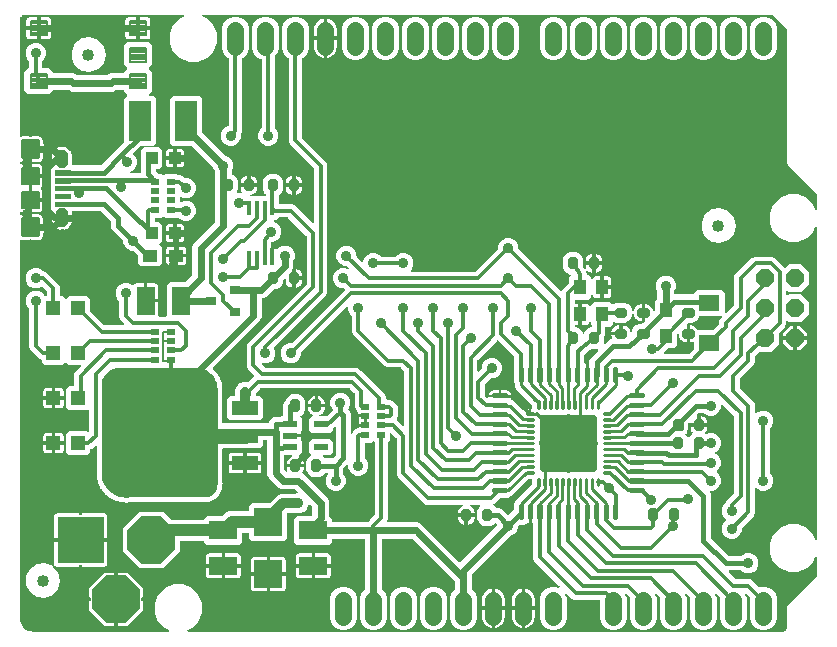
<source format=gbr>
G04 EAGLE Gerber RS-274X export*
G75*
%MOMM*%
%FSLAX34Y34*%
%LPD*%
%INTop Copper*%
%IPPOS*%
%AMOC8*
5,1,8,0,0,1.08239X$1,22.5*%
G01*
%ADD10P,1.677704X8X292.500000*%
%ADD11C,1.422400*%
%ADD12C,0.718719*%
%ADD13R,1.200000X1.200000*%
%ADD14R,2.400000X2.400000*%
%ADD15P,4.329560X8X202.500000*%
%ADD16P,4.329560X8X112.500000*%
%ADD17R,4.000000X4.000000*%
%ADD18C,1.950000*%
%ADD19C,1.016000*%
%ADD20R,2.235200X1.219200*%
%ADD21R,2.200000X3.600000*%
%ADD22R,1.900000X3.400000*%
%ADD23R,1.000000X1.000000*%
%ADD24R,1.200000X1.000000*%
%ADD25R,0.650000X0.500000*%
%ADD26R,1.000000X1.200000*%
%ADD27C,0.220000*%
%ADD28C,0.482600*%
%ADD29C,0.360000*%
%ADD30C,1.000000*%
%ADD31R,1.600000X2.400000*%
%ADD32R,2.400000X1.600000*%
%ADD33R,1.200000X0.550000*%
%ADD34C,0.210000*%
%ADD35R,1.050000X1.300000*%
%ADD36R,0.889000X0.787400*%
%ADD37R,0.300000X1.200000*%
%ADD38R,1.800000X1.400000*%
%ADD39C,0.040638*%
%ADD40C,0.309878*%
%ADD41C,0.812800*%
%ADD42C,0.152400*%
%ADD43C,0.609600*%
%ADD44C,0.406400*%
%ADD45C,0.304800*%
%ADD46C,0.203200*%
%ADD47C,0.254000*%
%ADD48C,0.900000*%
%ADD49C,1.270000*%
%ADD50C,0.279400*%
%ADD51C,1.016000*%

G36*
X131366Y5604D02*
X131366Y5604D01*
X131463Y5614D01*
X131487Y5624D01*
X131513Y5629D01*
X131599Y5674D01*
X131688Y5714D01*
X131707Y5731D01*
X131730Y5744D01*
X131797Y5814D01*
X131869Y5880D01*
X131881Y5903D01*
X131899Y5922D01*
X131940Y6010D01*
X131987Y6096D01*
X131992Y6121D01*
X132003Y6145D01*
X132014Y6242D01*
X132031Y6338D01*
X132027Y6364D01*
X132030Y6389D01*
X132009Y6485D01*
X131995Y6581D01*
X131983Y6604D01*
X131978Y6630D01*
X131928Y6713D01*
X131884Y6800D01*
X131865Y6819D01*
X131852Y6841D01*
X131778Y6904D01*
X131708Y6972D01*
X131680Y6988D01*
X131665Y7001D01*
X131634Y7013D01*
X131561Y7053D01*
X128334Y8390D01*
X122690Y14034D01*
X119635Y21409D01*
X119635Y29391D01*
X122690Y36766D01*
X128334Y42410D01*
X135709Y45465D01*
X143691Y45465D01*
X151066Y42410D01*
X156710Y36766D01*
X159765Y29391D01*
X159765Y21409D01*
X156710Y14034D01*
X151066Y8390D01*
X147839Y7053D01*
X147756Y7002D01*
X147670Y6956D01*
X147652Y6938D01*
X147630Y6924D01*
X147568Y6848D01*
X147501Y6778D01*
X147490Y6754D01*
X147473Y6734D01*
X147438Y6643D01*
X147397Y6555D01*
X147394Y6529D01*
X147385Y6505D01*
X147381Y6407D01*
X147370Y6311D01*
X147375Y6285D01*
X147374Y6259D01*
X147401Y6165D01*
X147422Y6070D01*
X147436Y6048D01*
X147443Y6023D01*
X147498Y5943D01*
X147548Y5859D01*
X147568Y5842D01*
X147583Y5821D01*
X147661Y5762D01*
X147735Y5699D01*
X147760Y5689D01*
X147781Y5674D01*
X147873Y5644D01*
X147963Y5607D01*
X147996Y5604D01*
X148014Y5598D01*
X148047Y5598D01*
X148130Y5589D01*
X651594Y5589D01*
X651658Y5599D01*
X651724Y5600D01*
X651804Y5623D01*
X651837Y5629D01*
X651854Y5638D01*
X651885Y5647D01*
X652860Y6051D01*
X652916Y6085D01*
X652976Y6111D01*
X653041Y6163D01*
X653069Y6180D01*
X653082Y6195D01*
X653107Y6216D01*
X654184Y7293D01*
X654223Y7346D01*
X654269Y7393D01*
X654309Y7466D01*
X654328Y7493D01*
X654334Y7511D01*
X654349Y7540D01*
X654932Y8947D01*
X654939Y8975D01*
X654952Y9000D01*
X654987Y9164D01*
X655062Y9925D01*
X655060Y9952D01*
X655065Y10000D01*
X655065Y26461D01*
X655877Y28422D01*
X657485Y30030D01*
X680242Y52787D01*
X680295Y52861D01*
X680355Y52930D01*
X680367Y52960D01*
X680386Y52987D01*
X680413Y53073D01*
X680447Y53158D01*
X680451Y53199D01*
X680458Y53222D01*
X680457Y53254D01*
X680465Y53325D01*
X680465Y68383D01*
X680450Y68479D01*
X680440Y68576D01*
X680430Y68600D01*
X680426Y68626D01*
X680380Y68712D01*
X680340Y68801D01*
X680323Y68820D01*
X680310Y68843D01*
X680240Y68910D01*
X680174Y68982D01*
X680151Y68995D01*
X680132Y69013D01*
X680044Y69054D01*
X679958Y69101D01*
X679933Y69105D01*
X679909Y69116D01*
X679812Y69127D01*
X679716Y69144D01*
X679690Y69140D01*
X679665Y69143D01*
X679569Y69123D01*
X679473Y69109D01*
X679450Y69097D01*
X679424Y69091D01*
X679341Y69041D01*
X679254Y68997D01*
X679235Y68978D01*
X679213Y68965D01*
X679150Y68891D01*
X679082Y68821D01*
X679066Y68793D01*
X679053Y68778D01*
X679041Y68747D01*
X679001Y68674D01*
X677410Y64834D01*
X671766Y59190D01*
X664391Y56135D01*
X656409Y56135D01*
X649034Y59190D01*
X643390Y64834D01*
X640335Y72209D01*
X640335Y80191D01*
X643390Y87566D01*
X649034Y93210D01*
X656409Y96265D01*
X664391Y96265D01*
X671766Y93210D01*
X677410Y87566D01*
X679001Y83726D01*
X679052Y83643D01*
X679098Y83557D01*
X679117Y83539D01*
X679130Y83516D01*
X679205Y83454D01*
X679276Y83387D01*
X679300Y83376D01*
X679320Y83360D01*
X679411Y83325D01*
X679499Y83284D01*
X679525Y83281D01*
X679549Y83271D01*
X679647Y83267D01*
X679743Y83257D01*
X679769Y83262D01*
X679795Y83261D01*
X679889Y83288D01*
X679984Y83309D01*
X680006Y83322D01*
X680031Y83330D01*
X680111Y83385D01*
X680195Y83435D01*
X680212Y83455D01*
X680233Y83470D01*
X680292Y83548D01*
X680355Y83622D01*
X680365Y83646D01*
X680380Y83667D01*
X680410Y83760D01*
X680447Y83850D01*
X680450Y83883D01*
X680456Y83901D01*
X680456Y83934D01*
X680465Y84017D01*
X680465Y347783D01*
X680450Y347879D01*
X680440Y347976D01*
X680430Y348000D01*
X680426Y348026D01*
X680380Y348112D01*
X680340Y348201D01*
X680323Y348220D01*
X680310Y348243D01*
X680240Y348310D01*
X680174Y348382D01*
X680151Y348395D01*
X680132Y348413D01*
X680044Y348454D01*
X679958Y348501D01*
X679933Y348505D01*
X679909Y348516D01*
X679812Y348527D01*
X679716Y348544D01*
X679690Y348540D01*
X679665Y348543D01*
X679569Y348523D01*
X679473Y348509D01*
X679450Y348497D01*
X679424Y348491D01*
X679341Y348441D01*
X679254Y348397D01*
X679235Y348378D01*
X679213Y348365D01*
X679150Y348291D01*
X679082Y348221D01*
X679066Y348193D01*
X679053Y348178D01*
X679041Y348147D01*
X679001Y348074D01*
X677410Y344234D01*
X671766Y338590D01*
X664391Y335535D01*
X656409Y335535D01*
X649034Y338590D01*
X643390Y344234D01*
X640335Y351609D01*
X640335Y359591D01*
X643390Y366966D01*
X649034Y372610D01*
X656409Y375665D01*
X664391Y375665D01*
X671766Y372610D01*
X677410Y366966D01*
X679001Y363126D01*
X679052Y363043D01*
X679098Y362957D01*
X679117Y362939D01*
X679130Y362916D01*
X679205Y362854D01*
X679276Y362787D01*
X679300Y362776D01*
X679320Y362760D01*
X679411Y362725D01*
X679499Y362684D01*
X679525Y362681D01*
X679549Y362671D01*
X679647Y362667D01*
X679743Y362657D01*
X679769Y362662D01*
X679795Y362661D01*
X679889Y362688D01*
X679984Y362709D01*
X680006Y362722D01*
X680031Y362730D01*
X680111Y362785D01*
X680195Y362835D01*
X680212Y362855D01*
X680233Y362870D01*
X680292Y362948D01*
X680355Y363022D01*
X680365Y363046D01*
X680380Y363067D01*
X680410Y363160D01*
X680447Y363250D01*
X680450Y363283D01*
X680456Y363301D01*
X680456Y363334D01*
X680465Y363417D01*
X680465Y375935D01*
X680451Y376025D01*
X680443Y376116D01*
X680431Y376146D01*
X680426Y376178D01*
X680383Y376258D01*
X680347Y376342D01*
X680321Y376374D01*
X680310Y376395D01*
X680287Y376417D01*
X680242Y376473D01*
X657485Y399230D01*
X655877Y400838D01*
X655065Y402799D01*
X655065Y515635D01*
X655063Y515651D01*
X655064Y515666D01*
X655050Y515731D01*
X655043Y515816D01*
X655031Y515846D01*
X655026Y515878D01*
X655013Y515901D01*
X655012Y515906D01*
X654999Y515928D01*
X654983Y515958D01*
X654947Y516042D01*
X654921Y516074D01*
X654910Y516095D01*
X654887Y516117D01*
X654842Y516173D01*
X643427Y527588D01*
X643353Y527641D01*
X643284Y527701D01*
X643254Y527713D01*
X643228Y527732D01*
X643141Y527759D01*
X643056Y527793D01*
X643015Y527797D01*
X642992Y527804D01*
X642960Y527803D01*
X642889Y527811D01*
X160830Y527811D01*
X160734Y527796D01*
X160637Y527786D01*
X160613Y527776D01*
X160587Y527772D01*
X160501Y527726D01*
X160412Y527686D01*
X160393Y527669D01*
X160370Y527656D01*
X160303Y527586D01*
X160231Y527520D01*
X160219Y527497D01*
X160201Y527478D01*
X160160Y527390D01*
X160113Y527304D01*
X160108Y527279D01*
X160097Y527255D01*
X160086Y527158D01*
X160069Y527062D01*
X160073Y527036D01*
X160070Y527011D01*
X160091Y526915D01*
X160105Y526819D01*
X160117Y526796D01*
X160122Y526770D01*
X160172Y526687D01*
X160216Y526600D01*
X160235Y526581D01*
X160248Y526559D01*
X160322Y526496D01*
X160392Y526428D01*
X160420Y526412D01*
X160435Y526399D01*
X160447Y526394D01*
X160467Y526386D01*
X160539Y526347D01*
X163766Y525010D01*
X169410Y519366D01*
X172465Y511991D01*
X172465Y504009D01*
X169410Y496634D01*
X163766Y490990D01*
X156391Y487935D01*
X148409Y487935D01*
X141034Y490990D01*
X135390Y496634D01*
X132335Y504009D01*
X132335Y511991D01*
X135390Y519366D01*
X141034Y525010D01*
X144261Y526347D01*
X144344Y526398D01*
X144430Y526444D01*
X144448Y526463D01*
X144470Y526476D01*
X144532Y526551D01*
X144599Y526622D01*
X144610Y526646D01*
X144627Y526666D01*
X144662Y526757D01*
X144703Y526845D01*
X144706Y526871D01*
X144715Y526895D01*
X144719Y526993D01*
X144730Y527089D01*
X144725Y527115D01*
X144726Y527141D01*
X144699Y527235D01*
X144678Y527330D01*
X144664Y527352D01*
X144657Y527377D01*
X144602Y527457D01*
X144552Y527541D01*
X144532Y527558D01*
X144517Y527579D01*
X144439Y527638D01*
X144365Y527701D01*
X144340Y527711D01*
X144319Y527726D01*
X144227Y527756D01*
X144137Y527793D01*
X144104Y527796D01*
X144086Y527802D01*
X144053Y527802D01*
X143970Y527811D01*
X8806Y527811D01*
X8742Y527801D01*
X8676Y527800D01*
X8596Y527777D01*
X8563Y527772D01*
X8555Y527767D01*
X8551Y527767D01*
X8540Y527761D01*
X8515Y527753D01*
X7540Y527349D01*
X7484Y527315D01*
X7424Y527289D01*
X7359Y527237D01*
X7331Y527220D01*
X7318Y527205D01*
X7293Y527184D01*
X6216Y526107D01*
X6177Y526054D01*
X6131Y526007D01*
X6091Y525934D01*
X6072Y525907D01*
X6066Y525889D01*
X6051Y525860D01*
X5647Y524885D01*
X5632Y524821D01*
X5607Y524761D01*
X5598Y524678D01*
X5591Y524646D01*
X5592Y524626D01*
X5589Y524594D01*
X5589Y425213D01*
X5604Y425119D01*
X5613Y425024D01*
X5624Y424998D01*
X5629Y424970D01*
X5673Y424886D01*
X5711Y424799D01*
X5730Y424778D01*
X5744Y424753D01*
X5813Y424687D01*
X5877Y424617D01*
X5902Y424603D01*
X5922Y424583D01*
X6008Y424543D01*
X6092Y424497D01*
X6120Y424492D01*
X6145Y424480D01*
X6240Y424469D01*
X6334Y424452D01*
X6361Y424456D01*
X6389Y424453D01*
X6483Y424473D01*
X6577Y424486D01*
X6609Y424501D01*
X6630Y424505D01*
X6658Y424522D01*
X6678Y424531D01*
X7742Y424816D01*
X13217Y424816D01*
X13288Y424748D01*
X13306Y424740D01*
X13321Y424727D01*
X13417Y424688D01*
X13511Y424645D01*
X13531Y424643D01*
X13549Y424635D01*
X13614Y424628D01*
X14187Y424391D01*
X14276Y424370D01*
X14362Y424342D01*
X14395Y424342D01*
X14426Y424335D01*
X14517Y424343D01*
X14608Y424344D01*
X14648Y424356D01*
X14671Y424358D01*
X14701Y424371D01*
X14769Y424391D01*
X15358Y424635D01*
X15381Y424640D01*
X15483Y424656D01*
X15500Y424666D01*
X15520Y424670D01*
X15609Y424723D01*
X15700Y424772D01*
X15714Y424786D01*
X15731Y424796D01*
X15748Y424816D01*
X21214Y424816D01*
X22254Y424537D01*
X23187Y423999D01*
X23949Y423237D01*
X24487Y422304D01*
X24766Y421264D01*
X24766Y419879D01*
X24776Y419815D01*
X24777Y419749D01*
X24800Y419669D01*
X24805Y419637D01*
X24815Y419620D01*
X24824Y419588D01*
X25583Y417756D01*
X25583Y414348D01*
X24824Y412516D01*
X24809Y412452D01*
X24784Y412391D01*
X24775Y412308D01*
X24768Y412276D01*
X24769Y412257D01*
X24766Y412225D01*
X24766Y406776D01*
X24487Y405736D01*
X23949Y404803D01*
X23187Y404041D01*
X22254Y403503D01*
X21214Y403224D01*
X16001Y403224D01*
X16001Y406726D01*
X15998Y406746D01*
X16000Y406765D01*
X15978Y406867D01*
X15961Y406969D01*
X15952Y406986D01*
X15948Y407006D01*
X15895Y407095D01*
X15846Y407186D01*
X15832Y407200D01*
X15822Y407217D01*
X15743Y407284D01*
X15668Y407356D01*
X15650Y407364D01*
X15635Y407377D01*
X15539Y407416D01*
X15445Y407459D01*
X15425Y407461D01*
X15407Y407469D01*
X15341Y407476D01*
X14769Y407713D01*
X14681Y407734D01*
X14594Y407762D01*
X14561Y407762D01*
X14530Y407769D01*
X14439Y407761D01*
X14348Y407760D01*
X14308Y407748D01*
X14285Y407746D01*
X14256Y407733D01*
X14187Y407713D01*
X13598Y407469D01*
X13575Y407464D01*
X13473Y407448D01*
X13456Y407438D01*
X13436Y407434D01*
X13347Y407381D01*
X13256Y407332D01*
X13242Y407318D01*
X13225Y407308D01*
X13158Y407229D01*
X13087Y407154D01*
X13078Y407136D01*
X13065Y407121D01*
X13026Y407025D01*
X12983Y406931D01*
X12981Y406911D01*
X12973Y406893D01*
X12955Y406726D01*
X12955Y403224D01*
X7742Y403224D01*
X6649Y403517D01*
X6642Y403520D01*
X6555Y403560D01*
X6527Y403563D01*
X6501Y403573D01*
X6405Y403577D01*
X6311Y403587D01*
X6283Y403581D01*
X6255Y403582D01*
X6163Y403555D01*
X6070Y403535D01*
X6046Y403521D01*
X6019Y403513D01*
X5941Y403458D01*
X5859Y403409D01*
X5841Y403387D01*
X5818Y403371D01*
X5761Y403294D01*
X5699Y403222D01*
X5689Y403196D01*
X5672Y403173D01*
X5643Y403082D01*
X5607Y402994D01*
X5603Y402959D01*
X5597Y402939D01*
X5598Y402906D01*
X5589Y402827D01*
X5589Y401885D01*
X5608Y401768D01*
X5626Y401650D01*
X5628Y401646D01*
X5629Y401642D01*
X5684Y401538D01*
X5739Y401432D01*
X5742Y401429D01*
X5744Y401425D01*
X5829Y401344D01*
X5915Y401260D01*
X5919Y401258D01*
X5922Y401256D01*
X6031Y401205D01*
X6137Y401154D01*
X6141Y401154D01*
X6145Y401152D01*
X6263Y401139D01*
X6381Y401124D01*
X6386Y401125D01*
X6389Y401125D01*
X6403Y401128D01*
X6547Y401150D01*
X7185Y401321D01*
X12955Y401321D01*
X12955Y391922D01*
X12958Y391902D01*
X12956Y391883D01*
X12978Y391781D01*
X12995Y391679D01*
X13004Y391662D01*
X13008Y391642D01*
X13061Y391553D01*
X13110Y391462D01*
X13124Y391448D01*
X13134Y391431D01*
X13213Y391364D01*
X13288Y391293D01*
X13306Y391284D01*
X13321Y391271D01*
X13417Y391232D01*
X13511Y391189D01*
X13531Y391187D01*
X13549Y391179D01*
X13716Y391161D01*
X14479Y391161D01*
X14479Y391159D01*
X13716Y391159D01*
X13696Y391156D01*
X13677Y391158D01*
X13575Y391136D01*
X13473Y391119D01*
X13456Y391110D01*
X13436Y391106D01*
X13347Y391053D01*
X13256Y391004D01*
X13242Y390990D01*
X13225Y390980D01*
X13158Y390901D01*
X13087Y390826D01*
X13078Y390808D01*
X13065Y390793D01*
X13026Y390697D01*
X12983Y390603D01*
X12981Y390583D01*
X12973Y390565D01*
X12955Y390398D01*
X12955Y371602D01*
X12958Y371582D01*
X12956Y371563D01*
X12978Y371461D01*
X12995Y371359D01*
X13004Y371342D01*
X13008Y371322D01*
X13061Y371233D01*
X13110Y371142D01*
X13124Y371128D01*
X13134Y371111D01*
X13213Y371044D01*
X13288Y370973D01*
X13306Y370964D01*
X13321Y370951D01*
X13417Y370912D01*
X13511Y370869D01*
X13531Y370867D01*
X13549Y370859D01*
X13716Y370841D01*
X14479Y370841D01*
X14479Y370839D01*
X13716Y370839D01*
X13696Y370836D01*
X13677Y370838D01*
X13575Y370816D01*
X13473Y370799D01*
X13456Y370790D01*
X13436Y370786D01*
X13347Y370733D01*
X13256Y370684D01*
X13242Y370670D01*
X13225Y370660D01*
X13158Y370581D01*
X13087Y370506D01*
X13078Y370488D01*
X13065Y370473D01*
X13026Y370377D01*
X12983Y370283D01*
X12981Y370263D01*
X12973Y370245D01*
X12955Y370078D01*
X12955Y360679D01*
X7185Y360679D01*
X6547Y360850D01*
X6428Y360862D01*
X6311Y360875D01*
X6306Y360874D01*
X6302Y360875D01*
X6187Y360848D01*
X6070Y360823D01*
X6067Y360821D01*
X6063Y360820D01*
X5962Y360758D01*
X5859Y360697D01*
X5856Y360694D01*
X5853Y360691D01*
X5776Y360600D01*
X5699Y360510D01*
X5698Y360506D01*
X5695Y360503D01*
X5652Y360392D01*
X5607Y360282D01*
X5607Y360277D01*
X5605Y360274D01*
X5605Y360260D01*
X5589Y360115D01*
X5589Y359173D01*
X5604Y359079D01*
X5613Y358984D01*
X5624Y358958D01*
X5629Y358930D01*
X5673Y358846D01*
X5711Y358759D01*
X5730Y358738D01*
X5744Y358713D01*
X5813Y358647D01*
X5877Y358577D01*
X5902Y358563D01*
X5922Y358543D01*
X6008Y358503D01*
X6092Y358457D01*
X6120Y358452D01*
X6145Y358440D01*
X6240Y358429D01*
X6334Y358412D01*
X6361Y358416D01*
X6389Y358413D01*
X6483Y358433D01*
X6577Y358446D01*
X6609Y358461D01*
X6630Y358465D01*
X6658Y358482D01*
X6678Y358491D01*
X7742Y358776D01*
X12955Y358776D01*
X12955Y355274D01*
X12958Y355254D01*
X12956Y355235D01*
X12978Y355133D01*
X12995Y355031D01*
X13004Y355014D01*
X13008Y354994D01*
X13061Y354905D01*
X13110Y354814D01*
X13124Y354800D01*
X13134Y354783D01*
X13213Y354716D01*
X13288Y354644D01*
X13306Y354636D01*
X13321Y354623D01*
X13417Y354584D01*
X13511Y354541D01*
X13531Y354539D01*
X13549Y354531D01*
X13614Y354524D01*
X14187Y354287D01*
X14252Y354272D01*
X14282Y354260D01*
X14302Y354257D01*
X14362Y354238D01*
X14395Y354238D01*
X14426Y354231D01*
X14517Y354239D01*
X14608Y354240D01*
X14648Y354252D01*
X14671Y354254D01*
X14701Y354267D01*
X14747Y354280D01*
X14750Y354281D01*
X14752Y354282D01*
X14769Y354287D01*
X15358Y354531D01*
X15381Y354536D01*
X15483Y354552D01*
X15500Y354562D01*
X15520Y354566D01*
X15609Y354619D01*
X15700Y354668D01*
X15714Y354682D01*
X15731Y354692D01*
X15798Y354771D01*
X15869Y354846D01*
X15878Y354864D01*
X15891Y354879D01*
X15930Y354975D01*
X15973Y355069D01*
X15975Y355089D01*
X15983Y355107D01*
X16001Y355274D01*
X16001Y358776D01*
X21214Y358776D01*
X22254Y358497D01*
X23187Y357959D01*
X23949Y357197D01*
X24487Y356264D01*
X24766Y355224D01*
X24766Y349775D01*
X24776Y349711D01*
X24777Y349645D01*
X24800Y349565D01*
X24805Y349533D01*
X24815Y349516D01*
X24824Y349484D01*
X25583Y347652D01*
X25583Y344244D01*
X24824Y342412D01*
X24809Y342348D01*
X24784Y342287D01*
X24775Y342204D01*
X24768Y342172D01*
X24769Y342153D01*
X24766Y342121D01*
X24766Y340736D01*
X24487Y339696D01*
X23949Y338763D01*
X23187Y338001D01*
X22254Y337463D01*
X21214Y337184D01*
X15739Y337184D01*
X15668Y337252D01*
X15650Y337260D01*
X15635Y337273D01*
X15539Y337312D01*
X15445Y337355D01*
X15425Y337357D01*
X15407Y337365D01*
X15341Y337372D01*
X14769Y337609D01*
X14681Y337630D01*
X14594Y337658D01*
X14561Y337658D01*
X14530Y337665D01*
X14439Y337657D01*
X14348Y337656D01*
X14308Y337644D01*
X14285Y337642D01*
X14256Y337629D01*
X14187Y337609D01*
X13598Y337365D01*
X13575Y337360D01*
X13473Y337344D01*
X13456Y337334D01*
X13436Y337330D01*
X13347Y337277D01*
X13256Y337228D01*
X13242Y337214D01*
X13225Y337204D01*
X13208Y337184D01*
X7742Y337184D01*
X6649Y337477D01*
X6642Y337480D01*
X6555Y337520D01*
X6527Y337523D01*
X6501Y337533D01*
X6405Y337537D01*
X6311Y337547D01*
X6283Y337541D01*
X6255Y337542D01*
X6163Y337515D01*
X6070Y337495D01*
X6046Y337481D01*
X6019Y337473D01*
X5941Y337418D01*
X5859Y337369D01*
X5841Y337347D01*
X5818Y337331D01*
X5761Y337254D01*
X5699Y337182D01*
X5689Y337156D01*
X5672Y337133D01*
X5643Y337042D01*
X5607Y336954D01*
X5603Y336919D01*
X5597Y336899D01*
X5598Y336866D01*
X5589Y336787D01*
X5589Y16350D01*
X5593Y16326D01*
X5592Y16284D01*
X5744Y14547D01*
X5751Y14517D01*
X5767Y14417D01*
X6218Y12733D01*
X6231Y12704D01*
X6263Y12608D01*
X7000Y11028D01*
X7018Y11002D01*
X7066Y10913D01*
X8066Y9486D01*
X8088Y9463D01*
X8151Y9384D01*
X9384Y8151D01*
X9409Y8133D01*
X9486Y8066D01*
X10913Y7066D01*
X10942Y7053D01*
X11028Y7000D01*
X12608Y6263D01*
X12638Y6255D01*
X12733Y6218D01*
X14417Y5767D01*
X14448Y5764D01*
X14547Y5744D01*
X16284Y5592D01*
X16308Y5593D01*
X16350Y5589D01*
X131270Y5589D01*
X131366Y5604D01*
G37*
%LPC*%
G36*
X302577Y7111D02*
X302577Y7111D01*
X298469Y8813D01*
X295325Y11957D01*
X293623Y16065D01*
X293623Y34735D01*
X295325Y38843D01*
X297464Y40983D01*
X297517Y41057D01*
X297577Y41126D01*
X297589Y41156D01*
X297608Y41182D01*
X297635Y41269D01*
X297669Y41354D01*
X297673Y41395D01*
X297680Y41417D01*
X297679Y41450D01*
X297687Y41521D01*
X297687Y83326D01*
X297684Y83346D01*
X297686Y83365D01*
X297664Y83467D01*
X297648Y83569D01*
X297638Y83586D01*
X297634Y83606D01*
X297581Y83695D01*
X297532Y83786D01*
X297518Y83800D01*
X297508Y83817D01*
X297429Y83884D01*
X297354Y83956D01*
X297336Y83964D01*
X297321Y83977D01*
X297225Y84016D01*
X297131Y84059D01*
X297111Y84061D01*
X297093Y84069D01*
X296926Y84087D01*
X270826Y84087D01*
X270806Y84084D01*
X270787Y84086D01*
X270685Y84064D01*
X270583Y84048D01*
X270566Y84038D01*
X270546Y84034D01*
X270457Y83981D01*
X270366Y83932D01*
X270352Y83918D01*
X270335Y83908D01*
X270268Y83829D01*
X270196Y83754D01*
X270188Y83736D01*
X270175Y83721D01*
X270136Y83625D01*
X270093Y83531D01*
X270091Y83511D01*
X270083Y83493D01*
X270065Y83326D01*
X270065Y81516D01*
X267684Y79135D01*
X240316Y79135D01*
X237935Y81516D01*
X237935Y100884D01*
X240316Y103265D01*
X251640Y103265D01*
X251731Y103279D01*
X251821Y103287D01*
X251851Y103299D01*
X251883Y103304D01*
X251964Y103347D01*
X252048Y103383D01*
X252080Y103409D01*
X252101Y103420D01*
X252123Y103443D01*
X252179Y103488D01*
X253014Y104323D01*
X253067Y104397D01*
X253127Y104467D01*
X253139Y104497D01*
X253158Y104523D01*
X253185Y104610D01*
X253219Y104695D01*
X253223Y104736D01*
X253230Y104758D01*
X253229Y104790D01*
X253237Y104862D01*
X253237Y111038D01*
X253223Y111129D01*
X253215Y111219D01*
X253203Y111249D01*
X253198Y111281D01*
X253155Y111362D01*
X253119Y111446D01*
X253093Y111478D01*
X253082Y111499D01*
X253059Y111521D01*
X253014Y111577D01*
X251164Y113427D01*
X251106Y113469D01*
X251054Y113518D01*
X251007Y113540D01*
X250965Y113570D01*
X250896Y113591D01*
X250831Y113622D01*
X250779Y113627D01*
X250729Y113643D01*
X250658Y113641D01*
X250587Y113649D01*
X250536Y113638D01*
X250484Y113636D01*
X250416Y113612D01*
X250346Y113597D01*
X250301Y113570D01*
X250253Y113552D01*
X250197Y113507D01*
X250135Y113470D01*
X250101Y113431D01*
X250061Y113398D01*
X250022Y113338D01*
X249975Y113283D01*
X249956Y113235D01*
X249928Y113191D01*
X249910Y113122D01*
X249883Y113055D01*
X249875Y112984D01*
X249867Y112953D01*
X249869Y112929D01*
X249865Y112889D01*
X249865Y112596D01*
X248561Y109448D01*
X246152Y107039D01*
X243004Y105735D01*
X239596Y105735D01*
X238684Y106113D01*
X238620Y106128D01*
X238559Y106153D01*
X238476Y106162D01*
X238444Y106169D01*
X238425Y106168D01*
X238392Y106171D01*
X232726Y106171D01*
X232706Y106168D01*
X232687Y106170D01*
X232585Y106148D01*
X232483Y106132D01*
X232466Y106122D01*
X232446Y106118D01*
X232357Y106065D01*
X232266Y106016D01*
X232252Y106002D01*
X232235Y105992D01*
X232168Y105913D01*
X232096Y105838D01*
X232088Y105820D01*
X232075Y105805D01*
X232036Y105709D01*
X231993Y105615D01*
X231991Y105595D01*
X231983Y105577D01*
X231965Y105410D01*
X231965Y84516D01*
X229584Y82135D01*
X202216Y82135D01*
X199835Y84516D01*
X199835Y88294D01*
X199832Y88314D01*
X199834Y88333D01*
X199812Y88435D01*
X199796Y88537D01*
X199786Y88554D01*
X199782Y88574D01*
X199729Y88663D01*
X199680Y88754D01*
X199666Y88768D01*
X199656Y88785D01*
X199577Y88852D01*
X199502Y88924D01*
X199484Y88932D01*
X199469Y88945D01*
X199373Y88984D01*
X199279Y89027D01*
X199259Y89029D01*
X199241Y89037D01*
X199074Y89055D01*
X194626Y89055D01*
X194606Y89052D01*
X194587Y89054D01*
X194485Y89032D01*
X194383Y89016D01*
X194366Y89006D01*
X194346Y89002D01*
X194257Y88949D01*
X194166Y88900D01*
X194152Y88886D01*
X194135Y88876D01*
X194068Y88797D01*
X193996Y88722D01*
X193988Y88704D01*
X193975Y88689D01*
X193936Y88593D01*
X193893Y88499D01*
X193891Y88479D01*
X193883Y88461D01*
X193865Y88294D01*
X193865Y81516D01*
X191484Y79135D01*
X164116Y79135D01*
X161683Y81568D01*
X161682Y81574D01*
X161629Y81663D01*
X161580Y81754D01*
X161566Y81768D01*
X161556Y81785D01*
X161477Y81852D01*
X161402Y81924D01*
X161384Y81932D01*
X161369Y81945D01*
X161273Y81984D01*
X161179Y82027D01*
X161159Y82029D01*
X161141Y82037D01*
X160974Y82055D01*
X141666Y82055D01*
X141646Y82052D01*
X141627Y82054D01*
X141525Y82032D01*
X141423Y82016D01*
X141406Y82006D01*
X141386Y82002D01*
X141297Y81949D01*
X141206Y81900D01*
X141192Y81886D01*
X141175Y81876D01*
X141108Y81797D01*
X141036Y81722D01*
X141028Y81704D01*
X141015Y81689D01*
X140976Y81593D01*
X140933Y81499D01*
X140931Y81479D01*
X140923Y81461D01*
X140905Y81294D01*
X140905Y73090D01*
X126808Y58993D01*
X106872Y58993D01*
X92775Y73090D01*
X92775Y93026D01*
X106872Y107123D01*
X126808Y107123D01*
X133401Y100529D01*
X133479Y100474D01*
X133552Y100413D01*
X133578Y100402D01*
X133601Y100386D01*
X133692Y100358D01*
X133781Y100323D01*
X133816Y100320D01*
X133836Y100314D01*
X133869Y100314D01*
X133948Y100307D01*
X135385Y100323D01*
X135445Y100333D01*
X135507Y100334D01*
X135544Y100345D01*
X137344Y100345D01*
X137348Y100345D01*
X137353Y100345D01*
X139142Y100365D01*
X139146Y100363D01*
X139238Y100353D01*
X139269Y100346D01*
X139286Y100348D01*
X139313Y100345D01*
X160974Y100345D01*
X160994Y100348D01*
X161013Y100346D01*
X161115Y100368D01*
X161217Y100384D01*
X161234Y100394D01*
X161254Y100398D01*
X161343Y100451D01*
X161434Y100500D01*
X161448Y100514D01*
X161465Y100524D01*
X161532Y100603D01*
X161604Y100678D01*
X161612Y100696D01*
X161625Y100711D01*
X161664Y100807D01*
X161668Y100816D01*
X164116Y103265D01*
X176617Y103265D01*
X176707Y103279D01*
X176798Y103287D01*
X176828Y103299D01*
X176860Y103304D01*
X176940Y103347D01*
X177024Y103383D01*
X177056Y103409D01*
X177077Y103420D01*
X177099Y103443D01*
X177155Y103488D01*
X179620Y105953D01*
X182981Y107345D01*
X199074Y107345D01*
X199094Y107348D01*
X199113Y107346D01*
X199215Y107368D01*
X199317Y107384D01*
X199334Y107394D01*
X199354Y107398D01*
X199443Y107451D01*
X199534Y107500D01*
X199548Y107514D01*
X199565Y107524D01*
X199632Y107603D01*
X199704Y107678D01*
X199712Y107696D01*
X199725Y107711D01*
X199764Y107807D01*
X199807Y107901D01*
X199809Y107921D01*
X199817Y107939D01*
X199835Y108106D01*
X199835Y111884D01*
X202216Y114265D01*
X216754Y114265D01*
X216844Y114279D01*
X216935Y114287D01*
X216964Y114299D01*
X216996Y114304D01*
X217077Y114347D01*
X217161Y114383D01*
X217193Y114409D01*
X217214Y114420D01*
X217236Y114443D01*
X217292Y114488D01*
X223995Y121191D01*
X226983Y122429D01*
X238392Y122429D01*
X238457Y122439D01*
X238523Y122440D01*
X238603Y122463D01*
X238635Y122468D01*
X238652Y122478D01*
X238684Y122487D01*
X239596Y122865D01*
X239889Y122865D01*
X239959Y122876D01*
X240031Y122878D01*
X240080Y122896D01*
X240131Y122904D01*
X240195Y122938D01*
X240262Y122963D01*
X240303Y122995D01*
X240349Y123020D01*
X240398Y123072D01*
X240454Y123116D01*
X240482Y123160D01*
X240518Y123198D01*
X240548Y123263D01*
X240587Y123323D01*
X240600Y123374D01*
X240622Y123421D01*
X240630Y123492D01*
X240647Y123562D01*
X240643Y123614D01*
X240649Y123665D01*
X240634Y123736D01*
X240628Y123807D01*
X240608Y123855D01*
X240597Y123906D01*
X240560Y123967D01*
X240532Y124033D01*
X240487Y124089D01*
X240470Y124117D01*
X240453Y124132D01*
X240427Y124164D01*
X238577Y126014D01*
X238503Y126067D01*
X238433Y126127D01*
X238403Y126139D01*
X238377Y126158D01*
X238290Y126185D01*
X238205Y126219D01*
X238164Y126223D01*
X238142Y126230D01*
X238110Y126229D01*
X238038Y126237D01*
X227185Y126237D01*
X224571Y127320D01*
X216220Y135671D01*
X215137Y138285D01*
X215137Y166776D01*
X215134Y166796D01*
X215136Y166815D01*
X215114Y166917D01*
X215098Y167019D01*
X215088Y167036D01*
X215084Y167056D01*
X215031Y167145D01*
X214982Y167236D01*
X214968Y167250D01*
X214958Y167267D01*
X214879Y167334D01*
X214804Y167406D01*
X214786Y167414D01*
X214771Y167427D01*
X214675Y167466D01*
X214581Y167509D01*
X214561Y167511D01*
X214543Y167519D01*
X214376Y167537D01*
X212090Y167537D01*
X212070Y167534D01*
X212051Y167536D01*
X211949Y167514D01*
X211847Y167498D01*
X211830Y167488D01*
X211810Y167484D01*
X211721Y167431D01*
X211630Y167382D01*
X211616Y167368D01*
X211599Y167358D01*
X211532Y167279D01*
X211460Y167204D01*
X211452Y167186D01*
X211439Y167171D01*
X211400Y167075D01*
X211357Y166981D01*
X211355Y166961D01*
X211347Y166943D01*
X211329Y166776D01*
X211329Y163670D01*
X208948Y161289D01*
X198924Y161289D01*
X198860Y161279D01*
X198794Y161278D01*
X198714Y161255D01*
X198682Y161250D01*
X198664Y161240D01*
X198633Y161231D01*
X198160Y161035D01*
X177800Y161035D01*
X177780Y161032D01*
X177761Y161034D01*
X177659Y161012D01*
X177557Y160996D01*
X177540Y160986D01*
X177520Y160982D01*
X177431Y160929D01*
X177340Y160880D01*
X177326Y160866D01*
X177309Y160856D01*
X177242Y160777D01*
X177170Y160702D01*
X177162Y160684D01*
X177149Y160669D01*
X177110Y160573D01*
X177067Y160479D01*
X177065Y160459D01*
X177057Y160441D01*
X177039Y160274D01*
X177039Y131627D01*
X177044Y131595D01*
X177041Y131563D01*
X177074Y131398D01*
X177114Y131270D01*
X177042Y130439D01*
X177043Y130415D01*
X177039Y130373D01*
X177039Y129538D01*
X176987Y129414D01*
X176980Y129383D01*
X176965Y129354D01*
X176932Y129189D01*
X176926Y129121D01*
X176926Y129119D01*
X176926Y129116D01*
X176930Y128954D01*
X176984Y128541D01*
X176840Y128004D01*
X176837Y127972D01*
X176817Y127873D01*
X176769Y127319D01*
X176576Y126950D01*
X176575Y126946D01*
X176516Y126795D01*
X176425Y126455D01*
X176425Y126451D01*
X176400Y126291D01*
X176382Y125875D01*
X176147Y125371D01*
X176138Y125341D01*
X176101Y125247D01*
X175958Y124710D01*
X175705Y124381D01*
X175704Y124379D01*
X175702Y124376D01*
X175618Y124238D01*
X175470Y123920D01*
X175469Y123918D01*
X175468Y123915D01*
X175430Y123803D01*
X175423Y123788D01*
X175422Y123779D01*
X175416Y123761D01*
X175326Y123355D01*
X175007Y122900D01*
X174993Y122871D01*
X174941Y122785D01*
X174706Y122281D01*
X174400Y122001D01*
X174399Y121999D01*
X174396Y121997D01*
X174289Y121875D01*
X174087Y121586D01*
X174086Y121582D01*
X174008Y121441D01*
X173848Y121056D01*
X173455Y120663D01*
X173437Y120638D01*
X173370Y120561D01*
X173051Y120106D01*
X172700Y119882D01*
X172696Y119879D01*
X172571Y119779D01*
X172321Y119529D01*
X172319Y119526D01*
X172218Y119400D01*
X171994Y119049D01*
X171539Y118730D01*
X171516Y118708D01*
X171437Y118645D01*
X171044Y118252D01*
X170659Y118092D01*
X170656Y118090D01*
X170514Y118013D01*
X170225Y117811D01*
X170223Y117808D01*
X170101Y117701D01*
X169819Y117394D01*
X169315Y117159D01*
X169290Y117142D01*
X169200Y117093D01*
X168745Y116774D01*
X168339Y116684D01*
X168335Y116682D01*
X168182Y116631D01*
X167862Y116482D01*
X167859Y116480D01*
X167721Y116396D01*
X167390Y116142D01*
X166853Y115999D01*
X166825Y115986D01*
X166729Y115953D01*
X166225Y115718D01*
X165811Y115700D01*
X165809Y115700D01*
X165805Y115699D01*
X165645Y115675D01*
X165305Y115584D01*
X165301Y115582D01*
X165150Y115524D01*
X164781Y115331D01*
X164227Y115283D01*
X164197Y115275D01*
X164096Y115260D01*
X163559Y115116D01*
X163146Y115170D01*
X163142Y115170D01*
X162981Y115174D01*
X162911Y115168D01*
X162879Y115160D01*
X162847Y115159D01*
X162686Y115113D01*
X162562Y115061D01*
X161727Y115061D01*
X161704Y115057D01*
X161661Y115058D01*
X160830Y114986D01*
X160702Y115026D01*
X160669Y115031D01*
X160639Y115043D01*
X160473Y115061D01*
X99163Y115061D01*
X99140Y115058D01*
X99100Y115059D01*
X97017Y114886D01*
X97011Y114885D01*
X97006Y114885D01*
X96842Y114850D01*
X96500Y114738D01*
X95889Y114783D01*
X95856Y114780D01*
X95770Y114783D01*
X95160Y114732D01*
X94817Y114842D01*
X94812Y114843D01*
X94806Y114845D01*
X94642Y114876D01*
X93045Y114995D01*
X93039Y114995D01*
X93034Y114996D01*
X92866Y114988D01*
X92511Y114930D01*
X91915Y115070D01*
X91882Y115072D01*
X91797Y115088D01*
X91187Y115134D01*
X90865Y115296D01*
X90860Y115298D01*
X90855Y115301D01*
X90697Y115357D01*
X89139Y115725D01*
X89133Y115725D01*
X89128Y115727D01*
X88961Y115745D01*
X88601Y115743D01*
X88035Y115975D01*
X88003Y115983D01*
X87921Y116012D01*
X87326Y116152D01*
X87033Y116363D01*
X87028Y116365D01*
X87024Y116369D01*
X86877Y116449D01*
X85395Y117056D01*
X85390Y117057D01*
X85385Y117060D01*
X85223Y117104D01*
X84867Y117159D01*
X84499Y117382D01*
X84344Y117476D01*
X84313Y117489D01*
X84237Y117530D01*
X83671Y117762D01*
X83415Y118015D01*
X83411Y118019D01*
X83407Y118023D01*
X83274Y118126D01*
X83245Y118143D01*
X81906Y118956D01*
X81901Y118959D01*
X81896Y118962D01*
X81743Y119031D01*
X81400Y119141D01*
X80933Y119536D01*
X80905Y119553D01*
X80836Y119606D01*
X80737Y119666D01*
X80313Y119923D01*
X80100Y120214D01*
X80096Y120218D01*
X80094Y120223D01*
X80056Y120262D01*
X80053Y120267D01*
X80044Y120275D01*
X79978Y120345D01*
X78757Y121380D01*
X78752Y121382D01*
X78748Y121387D01*
X78607Y121478D01*
X78286Y121640D01*
X77887Y122104D01*
X77861Y122125D01*
X77802Y122188D01*
X77335Y122584D01*
X77170Y122904D01*
X77167Y122908D01*
X77165Y122914D01*
X77070Y123052D01*
X76025Y124265D01*
X76021Y124269D01*
X76018Y124274D01*
X75893Y124386D01*
X75601Y124597D01*
X75279Y125117D01*
X75258Y125142D01*
X75209Y125213D01*
X74809Y125677D01*
X74697Y126019D01*
X74694Y126024D01*
X74693Y126030D01*
X74621Y126181D01*
X73779Y127543D01*
X73775Y127547D01*
X73773Y127552D01*
X73668Y127683D01*
X73412Y127937D01*
X73175Y128501D01*
X73158Y128529D01*
X73121Y128607D01*
X72799Y129128D01*
X72741Y129483D01*
X72739Y129488D01*
X72739Y129494D01*
X72692Y129655D01*
X72073Y131132D01*
X72070Y131136D01*
X72069Y131142D01*
X71985Y131287D01*
X71772Y131578D01*
X71627Y132172D01*
X71614Y132202D01*
X71589Y132286D01*
X71353Y132850D01*
X71351Y133210D01*
X71351Y133216D01*
X71351Y133221D01*
X71330Y133388D01*
X70887Y135200D01*
X70874Y135231D01*
X70861Y135275D01*
X70860Y135281D01*
X70859Y135283D01*
X70850Y135311D01*
X70611Y135888D01*
X70611Y136235D01*
X70610Y136242D01*
X70611Y136250D01*
X70589Y136416D01*
X70507Y136753D01*
X70602Y137371D01*
X70602Y137404D01*
X70611Y137487D01*
X70611Y162470D01*
X70600Y162541D01*
X70598Y162612D01*
X70580Y162661D01*
X70572Y162713D01*
X70538Y162776D01*
X70513Y162843D01*
X70481Y162884D01*
X70456Y162930D01*
X70405Y162979D01*
X70360Y163035D01*
X70316Y163063D01*
X70278Y163099D01*
X70213Y163129D01*
X70153Y163168D01*
X70102Y163181D01*
X70055Y163203D01*
X69984Y163211D01*
X69914Y163228D01*
X69862Y163224D01*
X69811Y163230D01*
X69740Y163215D01*
X69669Y163209D01*
X69621Y163189D01*
X69570Y163178D01*
X69509Y163141D01*
X69443Y163113D01*
X69387Y163068D01*
X69359Y163052D01*
X69344Y163034D01*
X69312Y163008D01*
X68345Y162041D01*
X66666Y160362D01*
X65485Y159873D01*
X65385Y159811D01*
X65285Y159751D01*
X65281Y159747D01*
X65276Y159743D01*
X65201Y159653D01*
X65125Y159564D01*
X65123Y159559D01*
X65119Y159554D01*
X65077Y159445D01*
X65033Y159336D01*
X65032Y159329D01*
X65031Y159324D01*
X65030Y159306D01*
X65015Y159170D01*
X65015Y157416D01*
X62634Y155035D01*
X47266Y155035D01*
X44885Y157416D01*
X44885Y172784D01*
X47266Y175165D01*
X62634Y175165D01*
X62962Y174837D01*
X63020Y174795D01*
X63072Y174745D01*
X63119Y174723D01*
X63161Y174693D01*
X63230Y174672D01*
X63295Y174642D01*
X63347Y174636D01*
X63397Y174621D01*
X63468Y174623D01*
X63539Y174615D01*
X63590Y174626D01*
X63642Y174627D01*
X63710Y174652D01*
X63780Y174667D01*
X63825Y174694D01*
X63873Y174712D01*
X63929Y174756D01*
X63991Y174793D01*
X64025Y174833D01*
X64065Y174865D01*
X64104Y174925D01*
X64151Y174980D01*
X64170Y175029D01*
X64198Y175072D01*
X64216Y175142D01*
X64243Y175208D01*
X64251Y175280D01*
X64259Y175311D01*
X64257Y175334D01*
X64261Y175375D01*
X64261Y192925D01*
X64250Y192996D01*
X64248Y193068D01*
X64230Y193116D01*
X64222Y193168D01*
X64188Y193231D01*
X64163Y193299D01*
X64131Y193339D01*
X64106Y193385D01*
X64054Y193435D01*
X64010Y193491D01*
X63966Y193519D01*
X63928Y193555D01*
X63863Y193585D01*
X63803Y193624D01*
X63752Y193636D01*
X63705Y193658D01*
X63634Y193666D01*
X63564Y193684D01*
X63512Y193680D01*
X63461Y193685D01*
X63390Y193670D01*
X63319Y193664D01*
X63271Y193644D01*
X63220Y193633D01*
X63159Y193596D01*
X63093Y193568D01*
X63037Y193523D01*
X63009Y193507D01*
X62994Y193489D01*
X62962Y193463D01*
X62634Y193135D01*
X47266Y193135D01*
X44885Y195516D01*
X44885Y210884D01*
X47266Y213265D01*
X50800Y213265D01*
X50820Y213268D01*
X50839Y213266D01*
X50941Y213288D01*
X51043Y213304D01*
X51060Y213314D01*
X51080Y213318D01*
X51169Y213371D01*
X51260Y213420D01*
X51274Y213434D01*
X51291Y213444D01*
X51358Y213523D01*
X51430Y213598D01*
X51438Y213616D01*
X51451Y213631D01*
X51490Y213727D01*
X51533Y213821D01*
X51535Y213841D01*
X51543Y213859D01*
X51561Y214026D01*
X51561Y223362D01*
X52412Y225416D01*
X54091Y227095D01*
X56932Y229936D01*
X56974Y229994D01*
X57023Y230046D01*
X57045Y230093D01*
X57076Y230135D01*
X57097Y230204D01*
X57127Y230269D01*
X57133Y230321D01*
X57148Y230371D01*
X57146Y230442D01*
X57154Y230513D01*
X57143Y230564D01*
X57142Y230616D01*
X57117Y230684D01*
X57102Y230754D01*
X57075Y230798D01*
X57057Y230847D01*
X57012Y230903D01*
X56976Y230965D01*
X56936Y230999D01*
X56903Y231039D01*
X56843Y231078D01*
X56789Y231125D01*
X56740Y231144D01*
X56697Y231172D01*
X56627Y231190D01*
X56561Y231217D01*
X56489Y231225D01*
X56458Y231233D01*
X56435Y231231D01*
X56394Y231235D01*
X47266Y231235D01*
X44988Y233513D01*
X44972Y233525D01*
X44960Y233541D01*
X44872Y233597D01*
X44789Y233657D01*
X44770Y233663D01*
X44753Y233674D01*
X44652Y233699D01*
X44553Y233729D01*
X44534Y233729D01*
X44514Y233734D01*
X44411Y233726D01*
X44308Y233723D01*
X44289Y233716D01*
X44269Y233714D01*
X44174Y233674D01*
X44077Y233638D01*
X44061Y233626D01*
X44043Y233618D01*
X43912Y233513D01*
X41634Y231235D01*
X26266Y231235D01*
X23885Y233616D01*
X23885Y235370D01*
X23866Y235484D01*
X23849Y235601D01*
X23847Y235606D01*
X23846Y235612D01*
X23791Y235715D01*
X23738Y235820D01*
X23733Y235824D01*
X23730Y235830D01*
X23646Y235910D01*
X23562Y235992D01*
X23556Y235996D01*
X23552Y235999D01*
X23535Y236007D01*
X23415Y236073D01*
X22234Y236562D01*
X14312Y244484D01*
X13461Y246538D01*
X13461Y278911D01*
X13447Y279001D01*
X13439Y279092D01*
X13427Y279122D01*
X13422Y279154D01*
X13379Y279234D01*
X13343Y279318D01*
X13317Y279350D01*
X13306Y279371D01*
X13283Y279393D01*
X13238Y279449D01*
X11789Y280898D01*
X10485Y284046D01*
X10485Y287454D01*
X11789Y290602D01*
X14198Y293011D01*
X17346Y294315D01*
X20754Y294315D01*
X23902Y293011D01*
X26311Y290602D01*
X26587Y289935D01*
X26649Y289835D01*
X26709Y289735D01*
X26713Y289731D01*
X26717Y289726D01*
X26807Y289651D01*
X26895Y289575D01*
X26901Y289573D01*
X26906Y289569D01*
X27015Y289527D01*
X27124Y289483D01*
X27131Y289482D01*
X27136Y289481D01*
X27154Y289480D01*
X27290Y289465D01*
X27600Y289465D01*
X27620Y289468D01*
X27639Y289466D01*
X27741Y289488D01*
X27843Y289504D01*
X27860Y289514D01*
X27880Y289518D01*
X27969Y289571D01*
X28060Y289620D01*
X28074Y289634D01*
X28091Y289644D01*
X28158Y289723D01*
X28230Y289798D01*
X28238Y289816D01*
X28251Y289831D01*
X28290Y289927D01*
X28333Y290021D01*
X28335Y290041D01*
X28343Y290059D01*
X28361Y290226D01*
X28361Y293620D01*
X28347Y293710D01*
X28339Y293801D01*
X28327Y293831D01*
X28322Y293862D01*
X28279Y293943D01*
X28243Y294027D01*
X28217Y294059D01*
X28206Y294080D01*
X28183Y294102D01*
X28138Y294158D01*
X24866Y297430D01*
X24772Y297498D01*
X24678Y297568D01*
X24672Y297570D01*
X24667Y297574D01*
X24555Y297608D01*
X24444Y297644D01*
X24437Y297644D01*
X24431Y297646D01*
X24315Y297643D01*
X24198Y297642D01*
X24191Y297640D01*
X24186Y297640D01*
X24168Y297633D01*
X24037Y297595D01*
X20754Y296235D01*
X17346Y296235D01*
X14198Y297539D01*
X11789Y299948D01*
X10485Y303096D01*
X10485Y306504D01*
X11789Y309652D01*
X14198Y312061D01*
X17346Y313365D01*
X20754Y313365D01*
X23902Y312061D01*
X25351Y310612D01*
X25425Y310559D01*
X25494Y310499D01*
X25524Y310487D01*
X25550Y310468D01*
X25637Y310441D01*
X25722Y310407D01*
X25763Y310403D01*
X25786Y310396D01*
X25818Y310397D01*
X25889Y310389D01*
X26512Y310389D01*
X28566Y309538D01*
X38688Y299416D01*
X39539Y297362D01*
X39539Y290226D01*
X39542Y290206D01*
X39540Y290187D01*
X39562Y290085D01*
X39578Y289983D01*
X39588Y289966D01*
X39592Y289946D01*
X39645Y289857D01*
X39694Y289766D01*
X39708Y289752D01*
X39718Y289735D01*
X39797Y289668D01*
X39872Y289596D01*
X39890Y289588D01*
X39905Y289575D01*
X40001Y289536D01*
X40095Y289493D01*
X40115Y289491D01*
X40133Y289483D01*
X40300Y289465D01*
X41634Y289465D01*
X43912Y287187D01*
X43928Y287175D01*
X43940Y287159D01*
X44028Y287103D01*
X44111Y287043D01*
X44130Y287037D01*
X44147Y287026D01*
X44248Y287001D01*
X44347Y286971D01*
X44366Y286971D01*
X44386Y286966D01*
X44489Y286974D01*
X44592Y286977D01*
X44611Y286984D01*
X44631Y286986D01*
X44726Y287026D01*
X44823Y287062D01*
X44839Y287074D01*
X44857Y287082D01*
X44988Y287187D01*
X47266Y289465D01*
X62634Y289465D01*
X65015Y287084D01*
X65015Y277554D01*
X65029Y277464D01*
X65037Y277373D01*
X65049Y277343D01*
X65054Y277312D01*
X65097Y277231D01*
X65133Y277147D01*
X65159Y277115D01*
X65170Y277094D01*
X65193Y277072D01*
X65238Y277016D01*
X76792Y265462D01*
X76866Y265409D01*
X76935Y265349D01*
X76966Y265337D01*
X76992Y265318D01*
X77079Y265291D01*
X77164Y265257D01*
X77204Y265253D01*
X77227Y265246D01*
X77259Y265247D01*
X77330Y265239D01*
X93320Y265239D01*
X93391Y265250D01*
X93462Y265252D01*
X93511Y265270D01*
X93563Y265278D01*
X93626Y265312D01*
X93693Y265337D01*
X93734Y265369D01*
X93780Y265394D01*
X93829Y265446D01*
X93885Y265490D01*
X93913Y265534D01*
X93949Y265572D01*
X93979Y265637D01*
X94018Y265697D01*
X94031Y265748D01*
X94053Y265795D01*
X94061Y265866D01*
X94078Y265936D01*
X94074Y265988D01*
X94080Y266039D01*
X94065Y266110D01*
X94059Y266181D01*
X94039Y266229D01*
X94028Y266280D01*
X93991Y266341D01*
X93963Y266407D01*
X93918Y266463D01*
X93902Y266491D01*
X93884Y266506D01*
X93858Y266538D01*
X90512Y269884D01*
X89661Y271938D01*
X89661Y285261D01*
X89647Y285351D01*
X89639Y285442D01*
X89627Y285472D01*
X89622Y285504D01*
X89579Y285584D01*
X89543Y285668D01*
X89517Y285700D01*
X89506Y285721D01*
X89483Y285743D01*
X89438Y285799D01*
X87989Y287248D01*
X86685Y290396D01*
X86685Y293804D01*
X87989Y296952D01*
X90398Y299361D01*
X93546Y300665D01*
X96954Y300665D01*
X100102Y299361D01*
X100601Y298861D01*
X100698Y298791D01*
X100711Y298782D01*
X100713Y298780D01*
X100714Y298780D01*
X100794Y298721D01*
X100798Y298720D01*
X100801Y298718D01*
X100914Y298683D01*
X101028Y298646D01*
X101032Y298646D01*
X101036Y298645D01*
X101154Y298648D01*
X101274Y298650D01*
X101278Y298652D01*
X101282Y298652D01*
X101393Y298692D01*
X101506Y298732D01*
X101509Y298735D01*
X101513Y298736D01*
X101605Y298810D01*
X101699Y298884D01*
X101702Y298888D01*
X101705Y298890D01*
X101713Y298901D01*
X101787Y299003D01*
X101788Y299004D01*
X101799Y299019D01*
X101967Y299310D01*
X102440Y299783D01*
X103019Y300118D01*
X103666Y300291D01*
X110477Y300291D01*
X110477Y286512D01*
X110480Y286492D01*
X110478Y286473D01*
X110500Y286371D01*
X110517Y286269D01*
X110526Y286252D01*
X110530Y286232D01*
X110583Y286143D01*
X110632Y286052D01*
X110646Y286038D01*
X110656Y286021D01*
X110735Y285954D01*
X110810Y285883D01*
X110828Y285874D01*
X110843Y285861D01*
X110939Y285822D01*
X111033Y285779D01*
X111053Y285777D01*
X111071Y285769D01*
X111238Y285751D01*
X112001Y285751D01*
X112001Y284988D01*
X112004Y284968D01*
X112002Y284949D01*
X112024Y284847D01*
X112041Y284745D01*
X112050Y284728D01*
X112054Y284708D01*
X112107Y284619D01*
X112156Y284528D01*
X112170Y284514D01*
X112180Y284497D01*
X112259Y284430D01*
X112334Y284359D01*
X112352Y284350D01*
X112367Y284337D01*
X112463Y284298D01*
X112557Y284255D01*
X112577Y284253D01*
X112595Y284245D01*
X112762Y284227D01*
X122541Y284227D01*
X122541Y273416D01*
X122496Y273247D01*
X122484Y273128D01*
X122471Y273011D01*
X122472Y273006D01*
X122471Y273002D01*
X122497Y272887D01*
X122523Y272770D01*
X122525Y272767D01*
X122526Y272763D01*
X122588Y272661D01*
X122649Y272559D01*
X122652Y272556D01*
X122654Y272553D01*
X122745Y272477D01*
X122836Y272399D01*
X122840Y272398D01*
X122843Y272395D01*
X122953Y272352D01*
X123064Y272307D01*
X123069Y272307D01*
X123072Y272305D01*
X123086Y272305D01*
X123231Y272289D01*
X129174Y272289D01*
X129194Y272292D01*
X129213Y272290D01*
X129315Y272312D01*
X129417Y272328D01*
X129434Y272338D01*
X129454Y272342D01*
X129543Y272395D01*
X129634Y272444D01*
X129648Y272458D01*
X129665Y272468D01*
X129732Y272547D01*
X129804Y272622D01*
X129812Y272640D01*
X129825Y272655D01*
X129864Y272751D01*
X129907Y272845D01*
X129909Y272865D01*
X129917Y272883D01*
X129935Y273050D01*
X129935Y299434D01*
X132316Y301815D01*
X145390Y301815D01*
X145481Y301829D01*
X145571Y301837D01*
X145601Y301849D01*
X145633Y301854D01*
X145714Y301897D01*
X145798Y301933D01*
X145830Y301959D01*
X145851Y301970D01*
X145873Y301993D01*
X145929Y302038D01*
X151414Y307523D01*
X151467Y307597D01*
X151527Y307667D01*
X151539Y307697D01*
X151558Y307723D01*
X151585Y307810D01*
X151619Y307895D01*
X151623Y307936D01*
X151630Y307958D01*
X151629Y307990D01*
X151637Y308062D01*
X151637Y331615D01*
X152720Y334229D01*
X170464Y351973D01*
X170517Y352047D01*
X170577Y352117D01*
X170589Y352147D01*
X170608Y352173D01*
X170635Y352260D01*
X170669Y352345D01*
X170673Y352386D01*
X170680Y352408D01*
X170679Y352440D01*
X170687Y352512D01*
X170687Y394735D01*
X170673Y394825D01*
X170665Y394916D01*
X170653Y394946D01*
X170648Y394978D01*
X170605Y395058D01*
X170569Y395142D01*
X170555Y395160D01*
X169216Y398394D01*
X169213Y398422D01*
X169201Y398451D01*
X169196Y398483D01*
X169153Y398564D01*
X169117Y398648D01*
X169091Y398680D01*
X169080Y398701D01*
X169057Y398723D01*
X169012Y398779D01*
X150929Y416862D01*
X150855Y416915D01*
X150785Y416975D01*
X150755Y416987D01*
X150729Y417006D01*
X150642Y417033D01*
X150557Y417067D01*
X150516Y417071D01*
X150494Y417078D01*
X150462Y417077D01*
X150390Y417085D01*
X135316Y417085D01*
X132935Y419466D01*
X132935Y456834D01*
X135316Y459215D01*
X157684Y459215D01*
X160065Y456834D01*
X160065Y428160D01*
X160079Y428069D01*
X160087Y427979D01*
X160099Y427949D01*
X160104Y427917D01*
X160147Y427836D01*
X160183Y427752D01*
X160209Y427720D01*
X160220Y427699D01*
X160243Y427677D01*
X160288Y427621D01*
X179071Y408838D01*
X179145Y408785D01*
X179215Y408725D01*
X179245Y408713D01*
X179271Y408694D01*
X179358Y408667D01*
X179443Y408633D01*
X179465Y408631D01*
X182652Y407311D01*
X185061Y404902D01*
X186365Y401754D01*
X186365Y398346D01*
X185041Y395151D01*
X185023Y395130D01*
X185011Y395100D01*
X184992Y395074D01*
X184965Y394987D01*
X184931Y394902D01*
X184927Y394861D01*
X184920Y394838D01*
X184921Y394806D01*
X184913Y394735D01*
X184913Y393248D01*
X184932Y393134D01*
X184949Y393018D01*
X184951Y393012D01*
X184952Y393006D01*
X185007Y392903D01*
X185060Y392798D01*
X185065Y392794D01*
X185068Y392788D01*
X185152Y392708D01*
X185236Y392626D01*
X185242Y392622D01*
X185246Y392619D01*
X185263Y392611D01*
X185383Y392545D01*
X186847Y391939D01*
X189001Y389785D01*
X190167Y386970D01*
X190167Y380110D01*
X189258Y377917D01*
X189248Y377873D01*
X189229Y377831D01*
X189220Y377754D01*
X189202Y377678D01*
X189207Y377632D01*
X189201Y377587D01*
X189218Y377510D01*
X189225Y377433D01*
X189244Y377391D01*
X189254Y377346D01*
X189294Y377279D01*
X189325Y377208D01*
X189356Y377174D01*
X189380Y377135D01*
X189439Y377084D01*
X189492Y377027D01*
X189532Y377005D01*
X189567Y376975D01*
X189639Y376946D01*
X189707Y376909D01*
X189752Y376900D01*
X189795Y376883D01*
X189931Y376868D01*
X189949Y376865D01*
X189954Y376866D01*
X189962Y376865D01*
X192604Y376865D01*
X192631Y376853D01*
X192654Y376848D01*
X192674Y376837D01*
X192773Y376820D01*
X192871Y376797D01*
X192894Y376799D01*
X192916Y376795D01*
X193016Y376811D01*
X193115Y376820D01*
X193136Y376830D01*
X193159Y376833D01*
X193249Y376879D01*
X193340Y376920D01*
X193357Y376936D01*
X193378Y376946D01*
X193447Y377019D01*
X193521Y377087D01*
X193532Y377107D01*
X193549Y377123D01*
X193592Y377214D01*
X193640Y377302D01*
X193644Y377325D01*
X193654Y377346D01*
X193666Y377445D01*
X193684Y377544D01*
X193680Y377567D01*
X193683Y377590D01*
X193663Y377688D01*
X193648Y377787D01*
X193637Y377808D01*
X193633Y377831D01*
X193555Y377980D01*
X193055Y378728D01*
X192593Y379844D01*
X192357Y381029D01*
X192357Y382017D01*
X198628Y382017D01*
X198648Y382020D01*
X198667Y382018D01*
X198769Y382040D01*
X198871Y382057D01*
X198888Y382066D01*
X198908Y382070D01*
X198997Y382123D01*
X199088Y382172D01*
X199102Y382186D01*
X199119Y382196D01*
X199186Y382275D01*
X199257Y382350D01*
X199266Y382368D01*
X199279Y382383D01*
X199318Y382479D01*
X199361Y382573D01*
X199363Y382593D01*
X199371Y382611D01*
X199389Y382778D01*
X199389Y383541D01*
X199391Y383541D01*
X199391Y382778D01*
X199394Y382758D01*
X199392Y382739D01*
X199414Y382637D01*
X199431Y382535D01*
X199440Y382518D01*
X199444Y382498D01*
X199497Y382409D01*
X199546Y382318D01*
X199560Y382304D01*
X199570Y382287D01*
X199649Y382220D01*
X199724Y382149D01*
X199742Y382140D01*
X199757Y382127D01*
X199853Y382088D01*
X199947Y382045D01*
X199967Y382043D01*
X199985Y382035D01*
X200152Y382017D01*
X206423Y382017D01*
X206423Y381029D01*
X206187Y379844D01*
X205725Y378728D01*
X205053Y377723D01*
X204199Y376869D01*
X203194Y376197D01*
X202078Y375735D01*
X201362Y375593D01*
X201316Y375575D01*
X201267Y375567D01*
X201202Y375533D01*
X201131Y375506D01*
X201093Y375475D01*
X201050Y375452D01*
X200999Y375398D01*
X200941Y375351D01*
X200914Y375310D01*
X200881Y375274D01*
X200849Y375206D01*
X200809Y375143D01*
X200798Y375095D01*
X200777Y375051D01*
X200769Y374977D01*
X200751Y374904D01*
X200755Y374855D01*
X200750Y374807D01*
X200766Y374734D01*
X200772Y374659D01*
X200792Y374614D01*
X200802Y374566D01*
X200841Y374502D01*
X200870Y374433D01*
X200903Y374397D01*
X200928Y374355D01*
X200985Y374306D01*
X201035Y374251D01*
X201078Y374227D01*
X201115Y374195D01*
X201185Y374167D01*
X201250Y374131D01*
X201298Y374122D01*
X201344Y374103D01*
X201468Y374089D01*
X201492Y374085D01*
X201501Y374086D01*
X201510Y374085D01*
X212940Y374085D01*
X212960Y374088D01*
X212979Y374086D01*
X213081Y374108D01*
X213183Y374124D01*
X213200Y374134D01*
X213220Y374138D01*
X213309Y374191D01*
X213400Y374240D01*
X213414Y374254D01*
X213431Y374264D01*
X213498Y374343D01*
X213570Y374418D01*
X213578Y374436D01*
X213591Y374451D01*
X213630Y374547D01*
X213673Y374641D01*
X213675Y374661D01*
X213683Y374679D01*
X213701Y374846D01*
X213701Y375598D01*
X213687Y375688D01*
X213679Y375779D01*
X213667Y375809D01*
X213662Y375841D01*
X213619Y375921D01*
X213583Y376005D01*
X213557Y376038D01*
X213546Y376058D01*
X213523Y376080D01*
X213478Y376136D01*
X212319Y377295D01*
X211153Y380110D01*
X211153Y386970D01*
X212319Y389785D01*
X214473Y391939D01*
X217288Y393105D01*
X222132Y393105D01*
X224947Y391939D01*
X227101Y389785D01*
X228267Y386970D01*
X228267Y380110D01*
X227101Y377295D01*
X225102Y375296D01*
X225054Y375230D01*
X225047Y375223D01*
X225045Y375219D01*
X224989Y375153D01*
X224977Y375123D01*
X224958Y375097D01*
X224931Y375010D01*
X224897Y374925D01*
X224893Y374884D01*
X224886Y374862D01*
X224887Y374829D01*
X224879Y374758D01*
X224879Y368300D01*
X224882Y368280D01*
X224880Y368261D01*
X224902Y368159D01*
X224918Y368057D01*
X224928Y368040D01*
X224932Y368020D01*
X224985Y367931D01*
X225034Y367840D01*
X225048Y367826D01*
X225058Y367809D01*
X225137Y367742D01*
X225212Y367670D01*
X225230Y367662D01*
X225245Y367649D01*
X225341Y367610D01*
X225435Y367567D01*
X225455Y367565D01*
X225473Y367557D01*
X225640Y367539D01*
X236062Y367539D01*
X238116Y366688D01*
X239795Y365009D01*
X253462Y351342D01*
X253520Y351300D01*
X253572Y351251D01*
X253619Y351229D01*
X253661Y351198D01*
X253730Y351177D01*
X253795Y351147D01*
X253847Y351141D01*
X253897Y351126D01*
X253968Y351128D01*
X254039Y351120D01*
X254090Y351131D01*
X254142Y351132D01*
X254210Y351157D01*
X254280Y351172D01*
X254325Y351199D01*
X254373Y351217D01*
X254429Y351262D01*
X254491Y351298D01*
X254525Y351338D01*
X254565Y351371D01*
X254604Y351431D01*
X254651Y351485D01*
X254670Y351534D01*
X254698Y351577D01*
X254716Y351647D01*
X254743Y351713D01*
X254751Y351785D01*
X254759Y351816D01*
X254757Y351839D01*
X254761Y351880D01*
X254761Y397420D01*
X254747Y397510D01*
X254739Y397601D01*
X254727Y397631D01*
X254722Y397662D01*
X254679Y397743D01*
X254643Y397827D01*
X254617Y397859D01*
X254606Y397880D01*
X254583Y397902D01*
X254538Y397958D01*
X234022Y418474D01*
X233171Y420528D01*
X233171Y490597D01*
X233153Y490711D01*
X233135Y490828D01*
X233133Y490833D01*
X233132Y490839D01*
X233077Y490942D01*
X233024Y491047D01*
X233019Y491051D01*
X233016Y491057D01*
X232932Y491137D01*
X232848Y491219D01*
X232842Y491223D01*
X232838Y491226D01*
X232821Y491234D01*
X232701Y491300D01*
X232429Y491413D01*
X229285Y494557D01*
X227583Y498665D01*
X227583Y517335D01*
X229285Y521443D01*
X232429Y524587D01*
X236537Y526289D01*
X240983Y526289D01*
X245091Y524587D01*
X248235Y521443D01*
X249937Y517335D01*
X249937Y498665D01*
X248235Y494557D01*
X245091Y491413D01*
X244819Y491300D01*
X244720Y491239D01*
X244619Y491178D01*
X244615Y491174D01*
X244610Y491170D01*
X244535Y491080D01*
X244459Y490992D01*
X244457Y490986D01*
X244453Y490981D01*
X244411Y490873D01*
X244367Y490763D01*
X244366Y490756D01*
X244365Y490751D01*
X244364Y490733D01*
X244349Y490597D01*
X244349Y424270D01*
X244352Y424253D01*
X244350Y424237D01*
X244364Y424170D01*
X244371Y424089D01*
X244383Y424059D01*
X244388Y424028D01*
X244400Y424006D01*
X244402Y423996D01*
X244427Y423954D01*
X244431Y423947D01*
X244467Y423863D01*
X244493Y423831D01*
X244504Y423810D01*
X244526Y423789D01*
X244528Y423785D01*
X244531Y423783D01*
X244572Y423732D01*
X265088Y403216D01*
X265939Y401162D01*
X265939Y292258D01*
X265088Y290204D01*
X221102Y246218D01*
X221034Y246124D01*
X220964Y246030D01*
X220962Y246023D01*
X220958Y246018D01*
X220924Y245908D01*
X220888Y245796D01*
X220888Y245789D01*
X220886Y245783D01*
X220889Y245667D01*
X220890Y245550D01*
X220892Y245543D01*
X220892Y245537D01*
X220899Y245520D01*
X220937Y245389D01*
X221925Y243004D01*
X221925Y239596D01*
X220621Y236448D01*
X218212Y234039D01*
X215064Y232735D01*
X211656Y232735D01*
X211525Y232790D01*
X211431Y232812D01*
X211337Y232840D01*
X211311Y232840D01*
X211286Y232846D01*
X211189Y232837D01*
X211092Y232834D01*
X211067Y232825D01*
X211041Y232823D01*
X210952Y232783D01*
X210861Y232750D01*
X210840Y232733D01*
X210816Y232723D01*
X210745Y232657D01*
X210668Y232596D01*
X210654Y232574D01*
X210635Y232556D01*
X210588Y232471D01*
X210535Y232389D01*
X210529Y232364D01*
X210517Y232341D01*
X210499Y232245D01*
X210475Y232150D01*
X210477Y232124D01*
X210473Y232099D01*
X210487Y232002D01*
X210495Y231905D01*
X210505Y231881D01*
X210509Y231855D01*
X210553Y231769D01*
X210591Y231679D01*
X210611Y231653D01*
X210620Y231636D01*
X210644Y231613D01*
X210696Y231548D01*
X212912Y229332D01*
X212986Y229279D01*
X213055Y229219D01*
X213085Y229207D01*
X213112Y229188D01*
X213199Y229161D01*
X213284Y229127D01*
X213324Y229123D01*
X213347Y229116D01*
X213379Y229117D01*
X213450Y229109D01*
X290672Y229109D01*
X292726Y228258D01*
X294405Y226579D01*
X312939Y208045D01*
X314618Y206366D01*
X315469Y204312D01*
X315469Y203476D01*
X315472Y203456D01*
X315470Y203437D01*
X315492Y203335D01*
X315508Y203233D01*
X315518Y203216D01*
X315522Y203196D01*
X315575Y203107D01*
X315624Y203016D01*
X315638Y203002D01*
X315648Y202985D01*
X315727Y202918D01*
X315802Y202846D01*
X315820Y202838D01*
X315835Y202825D01*
X315931Y202786D01*
X316025Y202743D01*
X316045Y202741D01*
X316063Y202733D01*
X316230Y202715D01*
X316484Y202715D01*
X317237Y201962D01*
X317311Y201909D01*
X317380Y201849D01*
X317410Y201837D01*
X317436Y201818D01*
X317523Y201791D01*
X317608Y201757D01*
X317649Y201753D01*
X317672Y201746D01*
X317704Y201747D01*
X317775Y201739D01*
X319312Y201739D01*
X321366Y200888D01*
X324778Y197476D01*
X325629Y195422D01*
X325629Y188118D01*
X324778Y186064D01*
X324672Y185958D01*
X324660Y185942D01*
X324645Y185930D01*
X324589Y185843D01*
X324528Y185759D01*
X324523Y185740D01*
X324512Y185723D01*
X324487Y185623D01*
X324456Y185524D01*
X324457Y185504D01*
X324452Y185484D01*
X324460Y185381D01*
X324462Y185278D01*
X324469Y185259D01*
X324471Y185239D01*
X324511Y185144D01*
X324547Y185047D01*
X324559Y185031D01*
X324567Y185013D01*
X324672Y184882D01*
X329662Y179892D01*
X329720Y179850D01*
X329772Y179801D01*
X329819Y179779D01*
X329861Y179748D01*
X329930Y179727D01*
X329995Y179697D01*
X330047Y179691D01*
X330097Y179676D01*
X330168Y179678D01*
X330239Y179670D01*
X330290Y179681D01*
X330342Y179682D01*
X330410Y179707D01*
X330480Y179722D01*
X330525Y179749D01*
X330573Y179767D01*
X330629Y179812D01*
X330691Y179848D01*
X330725Y179888D01*
X330765Y179921D01*
X330804Y179981D01*
X330851Y180035D01*
X330870Y180084D01*
X330898Y180127D01*
X330916Y180197D01*
X330943Y180263D01*
X330951Y180335D01*
X330959Y180366D01*
X330957Y180389D01*
X330961Y180430D01*
X330961Y225970D01*
X330947Y226060D01*
X330939Y226151D01*
X330927Y226181D01*
X330922Y226212D01*
X330879Y226293D01*
X330843Y226377D01*
X330817Y226409D01*
X330806Y226430D01*
X330783Y226452D01*
X330738Y226508D01*
X328108Y229138D01*
X328034Y229191D01*
X327965Y229251D01*
X327934Y229263D01*
X327908Y229282D01*
X327821Y229309D01*
X327736Y229343D01*
X327696Y229347D01*
X327673Y229354D01*
X327641Y229353D01*
X327570Y229361D01*
X316388Y229361D01*
X314334Y230212D01*
X287362Y257184D01*
X286511Y259238D01*
X286511Y272561D01*
X286497Y272651D01*
X286489Y272742D01*
X286477Y272772D01*
X286472Y272804D01*
X286429Y272884D01*
X286393Y272968D01*
X286367Y273000D01*
X286356Y273021D01*
X286333Y273043D01*
X286288Y273099D01*
X284839Y274548D01*
X283535Y277696D01*
X283535Y280144D01*
X283524Y280215D01*
X283522Y280286D01*
X283504Y280335D01*
X283496Y280387D01*
X283462Y280450D01*
X283437Y280517D01*
X283405Y280558D01*
X283380Y280604D01*
X283328Y280653D01*
X283284Y280709D01*
X283240Y280737D01*
X283202Y280773D01*
X283137Y280803D01*
X283077Y280842D01*
X283026Y280855D01*
X282979Y280877D01*
X282908Y280885D01*
X282838Y280902D01*
X282786Y280898D01*
X282735Y280904D01*
X282664Y280889D01*
X282593Y280883D01*
X282545Y280863D01*
X282494Y280852D01*
X282433Y280815D01*
X282367Y280787D01*
X282311Y280742D01*
X282283Y280726D01*
X282268Y280708D01*
X282236Y280682D01*
X243738Y242184D01*
X243685Y242110D01*
X243625Y242041D01*
X243613Y242010D01*
X243594Y241984D01*
X243567Y241897D01*
X243533Y241812D01*
X243529Y241772D01*
X243522Y241749D01*
X243523Y241717D01*
X243515Y241646D01*
X243515Y239596D01*
X242211Y236448D01*
X239802Y234039D01*
X236654Y232735D01*
X233246Y232735D01*
X230098Y234039D01*
X227689Y236448D01*
X226385Y239596D01*
X226385Y243004D01*
X227689Y246152D01*
X230098Y248561D01*
X233246Y249865D01*
X235296Y249865D01*
X235386Y249879D01*
X235477Y249887D01*
X235507Y249899D01*
X235538Y249904D01*
X235619Y249947D01*
X235703Y249983D01*
X235735Y250009D01*
X235756Y250020D01*
X235778Y250043D01*
X235834Y250088D01*
X280483Y294737D01*
X280495Y294753D01*
X280510Y294765D01*
X280566Y294853D01*
X280627Y294936D01*
X280632Y294955D01*
X280643Y294972D01*
X280669Y295073D01*
X280699Y295172D01*
X280698Y295191D01*
X280703Y295211D01*
X280695Y295314D01*
X280693Y295417D01*
X280686Y295436D01*
X280684Y295456D01*
X280644Y295551D01*
X280608Y295648D01*
X280596Y295664D01*
X280588Y295682D01*
X280483Y295813D01*
X280284Y296012D01*
X280210Y296065D01*
X280141Y296125D01*
X280110Y296137D01*
X280084Y296156D01*
X279997Y296183D01*
X279912Y296217D01*
X279872Y296221D01*
X279849Y296228D01*
X279817Y296227D01*
X279746Y296235D01*
X277696Y296235D01*
X274548Y297539D01*
X272139Y299948D01*
X270835Y303096D01*
X270835Y306504D01*
X272139Y309652D01*
X274548Y312061D01*
X277696Y313365D01*
X281104Y313365D01*
X283403Y312412D01*
X283469Y312397D01*
X283484Y312391D01*
X283501Y312389D01*
X283591Y312362D01*
X283617Y312362D01*
X283642Y312356D01*
X283739Y312365D01*
X283836Y312368D01*
X283861Y312377D01*
X283887Y312379D01*
X283976Y312419D01*
X284067Y312452D01*
X284088Y312469D01*
X284112Y312479D01*
X284183Y312545D01*
X284260Y312606D01*
X284274Y312628D01*
X284293Y312646D01*
X284340Y312731D01*
X284393Y312813D01*
X284399Y312838D01*
X284412Y312861D01*
X284429Y312957D01*
X284453Y313052D01*
X284451Y313078D01*
X284455Y313103D01*
X284441Y313200D01*
X284433Y313297D01*
X284423Y313321D01*
X284419Y313347D01*
X284375Y313434D01*
X284337Y313523D01*
X284317Y313548D01*
X284308Y313566D01*
X284284Y313589D01*
X284264Y313615D01*
X284258Y313625D01*
X284251Y313630D01*
X284232Y313654D01*
X282824Y315062D01*
X282750Y315115D01*
X282681Y315175D01*
X282650Y315187D01*
X282624Y315206D01*
X282537Y315233D01*
X282452Y315267D01*
X282412Y315271D01*
X282389Y315278D01*
X282357Y315277D01*
X282286Y315285D01*
X280236Y315285D01*
X277088Y316589D01*
X274679Y318998D01*
X273375Y322146D01*
X273375Y325554D01*
X274679Y328702D01*
X277088Y331111D01*
X280236Y332415D01*
X283644Y332415D01*
X286792Y331111D01*
X289201Y328702D01*
X290505Y325554D01*
X290505Y323504D01*
X290519Y323414D01*
X290527Y323323D01*
X290539Y323293D01*
X290544Y323261D01*
X290587Y323181D01*
X290623Y323097D01*
X290649Y323065D01*
X290660Y323044D01*
X290683Y323022D01*
X290728Y322966D01*
X294936Y318758D01*
X294994Y318716D01*
X295046Y318667D01*
X295093Y318645D01*
X295135Y318614D01*
X295204Y318593D01*
X295269Y318563D01*
X295321Y318557D01*
X295371Y318542D01*
X295442Y318544D01*
X295513Y318536D01*
X295564Y318547D01*
X295616Y318548D01*
X295684Y318573D01*
X295754Y318588D01*
X295798Y318615D01*
X295847Y318633D01*
X295903Y318678D01*
X295965Y318714D01*
X295999Y318754D01*
X296039Y318787D01*
X296078Y318847D01*
X296125Y318901D01*
X296144Y318950D01*
X296172Y318993D01*
X296190Y319063D01*
X296217Y319129D01*
X296221Y319170D01*
X297539Y322352D01*
X299948Y324761D01*
X303096Y326065D01*
X306504Y326065D01*
X309652Y324761D01*
X311101Y323312D01*
X311175Y323259D01*
X311244Y323199D01*
X311274Y323187D01*
X311300Y323168D01*
X311387Y323141D01*
X311472Y323107D01*
X311513Y323103D01*
X311536Y323096D01*
X311568Y323097D01*
X311639Y323089D01*
X323361Y323089D01*
X323451Y323103D01*
X323542Y323111D01*
X323572Y323123D01*
X323604Y323128D01*
X323684Y323171D01*
X323768Y323207D01*
X323800Y323233D01*
X323821Y323244D01*
X323843Y323267D01*
X323899Y323312D01*
X325348Y324761D01*
X328496Y326065D01*
X331904Y326065D01*
X335052Y324761D01*
X337461Y322352D01*
X338765Y319204D01*
X338765Y315796D01*
X337461Y312648D01*
X336501Y311688D01*
X336459Y311630D01*
X336409Y311578D01*
X336387Y311531D01*
X336357Y311489D01*
X336336Y311420D01*
X336306Y311355D01*
X336300Y311303D01*
X336285Y311253D01*
X336287Y311182D01*
X336279Y311111D01*
X336290Y311060D01*
X336291Y311008D01*
X336316Y310940D01*
X336331Y310870D01*
X336358Y310825D01*
X336376Y310777D01*
X336420Y310721D01*
X336457Y310659D01*
X336497Y310625D01*
X336529Y310585D01*
X336590Y310546D01*
X336644Y310499D01*
X336692Y310480D01*
X336736Y310452D01*
X336806Y310434D01*
X336872Y310407D01*
X336943Y310399D01*
X336975Y310391D01*
X336998Y310393D01*
X337039Y310389D01*
X391070Y310389D01*
X391160Y310403D01*
X391251Y310411D01*
X391281Y310423D01*
X391312Y310428D01*
X391393Y310471D01*
X391477Y310507D01*
X391509Y310533D01*
X391530Y310544D01*
X391552Y310567D01*
X391608Y310612D01*
X410312Y329316D01*
X410365Y329390D01*
X410425Y329459D01*
X410437Y329490D01*
X410456Y329516D01*
X410483Y329603D01*
X410517Y329688D01*
X410521Y329728D01*
X410528Y329751D01*
X410527Y329783D01*
X410535Y329854D01*
X410535Y331904D01*
X411839Y335052D01*
X414248Y337461D01*
X417396Y338765D01*
X420804Y338765D01*
X423952Y337461D01*
X426361Y335052D01*
X427665Y331904D01*
X427665Y329854D01*
X427666Y329845D01*
X427666Y329842D01*
X427670Y329823D01*
X427679Y329764D01*
X427687Y329673D01*
X427699Y329643D01*
X427704Y329612D01*
X427747Y329531D01*
X427783Y329447D01*
X427809Y329415D01*
X427820Y329394D01*
X427843Y329372D01*
X427888Y329316D01*
X463412Y293792D01*
X463449Y293765D01*
X463480Y293731D01*
X463549Y293693D01*
X463612Y293648D01*
X463656Y293635D01*
X463696Y293612D01*
X463773Y293598D01*
X463847Y293576D01*
X463893Y293577D01*
X463938Y293569D01*
X464015Y293580D01*
X464093Y293582D01*
X464136Y293598D01*
X464181Y293604D01*
X464251Y293640D01*
X464324Y293666D01*
X464360Y293695D01*
X464401Y293716D01*
X464455Y293772D01*
X464516Y293820D01*
X464541Y293859D01*
X464573Y293892D01*
X464639Y294011D01*
X464649Y294027D01*
X464650Y294032D01*
X464654Y294038D01*
X465162Y295266D01*
X470162Y300266D01*
X470215Y300340D01*
X470275Y300409D01*
X470287Y300440D01*
X470306Y300466D01*
X470333Y300553D01*
X470367Y300638D01*
X470371Y300678D01*
X470378Y300701D01*
X470377Y300733D01*
X470385Y300804D01*
X470385Y305434D01*
X471613Y306661D01*
X471640Y306699D01*
X471674Y306730D01*
X471711Y306798D01*
X471757Y306861D01*
X471770Y306905D01*
X471792Y306945D01*
X471806Y307022D01*
X471829Y307096D01*
X471828Y307142D01*
X471836Y307187D01*
X471825Y307264D01*
X471823Y307342D01*
X471807Y307385D01*
X471800Y307431D01*
X471765Y307500D01*
X471738Y307573D01*
X471709Y307609D01*
X471689Y307650D01*
X471633Y307704D01*
X471584Y307765D01*
X471546Y307790D01*
X471513Y307822D01*
X471393Y307888D01*
X471378Y307898D01*
X471373Y307899D01*
X471366Y307903D01*
X468473Y309101D01*
X466319Y311255D01*
X465153Y314070D01*
X465153Y320930D01*
X466319Y323745D01*
X468473Y325899D01*
X471288Y327065D01*
X476132Y327065D01*
X478947Y325899D01*
X481101Y323745D01*
X482267Y320930D01*
X482267Y314893D01*
X482269Y314879D01*
X482267Y314865D01*
X482289Y314758D01*
X482306Y314651D01*
X482313Y314638D01*
X482316Y314624D01*
X482392Y314475D01*
X483444Y312877D01*
X483479Y312839D01*
X483506Y312795D01*
X483562Y312749D01*
X483611Y312696D01*
X483656Y312671D01*
X483696Y312638D01*
X483763Y312612D01*
X483826Y312578D01*
X483877Y312568D01*
X483925Y312550D01*
X483997Y312547D01*
X484068Y312534D01*
X484119Y312542D01*
X484171Y312540D01*
X484240Y312560D01*
X484312Y312570D01*
X484358Y312594D01*
X484407Y312608D01*
X484466Y312649D01*
X484531Y312682D01*
X484567Y312719D01*
X484609Y312748D01*
X484652Y312806D01*
X484703Y312858D01*
X484725Y312904D01*
X484756Y312946D01*
X484778Y313014D01*
X484810Y313079D01*
X484816Y313131D01*
X484832Y313180D01*
X484832Y313252D01*
X484841Y313323D01*
X484830Y313374D01*
X484830Y313426D01*
X484797Y313538D01*
X484792Y313564D01*
X484786Y313575D01*
X484783Y313587D01*
X484693Y313804D01*
X484457Y314989D01*
X484457Y315977D01*
X489967Y315977D01*
X489967Y309463D01*
X488802Y309695D01*
X487686Y310157D01*
X486681Y310829D01*
X486261Y311249D01*
X486244Y311261D01*
X486231Y311277D01*
X486144Y311333D01*
X486061Y311393D01*
X486042Y311399D01*
X486024Y311410D01*
X485924Y311435D01*
X485826Y311465D01*
X485806Y311464D01*
X485786Y311469D01*
X485683Y311461D01*
X485580Y311459D01*
X485561Y311452D01*
X485541Y311450D01*
X485446Y311410D01*
X485349Y311374D01*
X485333Y311361D01*
X485314Y311353D01*
X485238Y311285D01*
X485157Y311220D01*
X485146Y311203D01*
X485131Y311190D01*
X485080Y311100D01*
X485024Y311014D01*
X485019Y310994D01*
X485009Y310976D01*
X484989Y310875D01*
X484964Y310775D01*
X484966Y310755D01*
X484962Y310735D01*
X484975Y310567D01*
X485067Y310088D01*
X485074Y310070D01*
X485111Y309940D01*
X485289Y309512D01*
X485289Y309003D01*
X485293Y308976D01*
X485302Y308860D01*
X485384Y308433D01*
X485409Y308366D01*
X485424Y308296D01*
X485451Y308251D01*
X485469Y308202D01*
X485514Y308146D01*
X485550Y308085D01*
X485590Y308051D01*
X485623Y308010D01*
X485683Y307972D01*
X485737Y307925D01*
X485786Y307905D01*
X485830Y307877D01*
X485899Y307860D01*
X485965Y307833D01*
X486037Y307825D01*
X486069Y307817D01*
X486092Y307819D01*
X486132Y307815D01*
X486634Y307815D01*
X489015Y305434D01*
X489015Y304662D01*
X489019Y304638D01*
X489016Y304614D01*
X489038Y304517D01*
X489054Y304419D01*
X489066Y304398D01*
X489071Y304375D01*
X489123Y304290D01*
X489170Y304202D01*
X489187Y304186D01*
X489200Y304165D01*
X489276Y304101D01*
X489348Y304033D01*
X489370Y304023D01*
X489388Y304007D01*
X489481Y303971D01*
X489571Y303929D01*
X489595Y303926D01*
X489617Y303918D01*
X489717Y303913D01*
X489815Y303902D01*
X489839Y303907D01*
X489863Y303906D01*
X489958Y303933D01*
X490056Y303954D01*
X490077Y303967D01*
X490100Y303973D01*
X490181Y304029D01*
X490267Y304080D01*
X490283Y304099D01*
X490302Y304112D01*
X490362Y304192D01*
X490427Y304267D01*
X490436Y304290D01*
X490450Y304309D01*
X490511Y304465D01*
X490582Y304731D01*
X490917Y305310D01*
X491390Y305783D01*
X491969Y306118D01*
X492616Y306291D01*
X496677Y306291D01*
X496677Y298012D01*
X496680Y297992D01*
X496678Y297973D01*
X496700Y297871D01*
X496717Y297769D01*
X496726Y297752D01*
X496730Y297732D01*
X496783Y297643D01*
X496832Y297552D01*
X496846Y297538D01*
X496856Y297521D01*
X496935Y297454D01*
X497010Y297383D01*
X497028Y297374D01*
X497043Y297361D01*
X497139Y297322D01*
X497233Y297279D01*
X497253Y297277D01*
X497271Y297269D01*
X497438Y297251D01*
X498201Y297251D01*
X498201Y297249D01*
X497438Y297249D01*
X497418Y297246D01*
X497399Y297248D01*
X497297Y297226D01*
X497195Y297209D01*
X497178Y297200D01*
X497158Y297196D01*
X497069Y297143D01*
X496978Y297094D01*
X496964Y297080D01*
X496947Y297070D01*
X496880Y296991D01*
X496809Y296916D01*
X496800Y296898D01*
X496787Y296883D01*
X496748Y296787D01*
X496705Y296693D01*
X496703Y296673D01*
X496695Y296655D01*
X496677Y296488D01*
X496677Y288209D01*
X492616Y288209D01*
X491969Y288382D01*
X491390Y288717D01*
X490917Y289190D01*
X490582Y289769D01*
X490511Y290035D01*
X490501Y290057D01*
X490497Y290081D01*
X490451Y290168D01*
X490410Y290259D01*
X490394Y290277D01*
X490382Y290298D01*
X490311Y290366D01*
X490243Y290439D01*
X490222Y290451D01*
X490204Y290467D01*
X490114Y290509D01*
X490027Y290557D01*
X490003Y290561D01*
X489981Y290571D01*
X489882Y290582D01*
X489784Y290599D01*
X489760Y290595D01*
X489737Y290598D01*
X489640Y290577D01*
X489541Y290562D01*
X489520Y290551D01*
X489496Y290546D01*
X489411Y290495D01*
X489322Y290449D01*
X489306Y290432D01*
X489285Y290420D01*
X489220Y290344D01*
X489151Y290273D01*
X489141Y290251D01*
X489125Y290233D01*
X489088Y290140D01*
X489045Y290051D01*
X489042Y290027D01*
X489033Y290004D01*
X489015Y289838D01*
X489015Y289066D01*
X486634Y286685D01*
X476250Y286685D01*
X476230Y286682D01*
X476211Y286684D01*
X476109Y286662D01*
X476007Y286646D01*
X475990Y286636D01*
X475970Y286632D01*
X475881Y286579D01*
X475790Y286530D01*
X475776Y286516D01*
X475759Y286506D01*
X475692Y286427D01*
X475620Y286352D01*
X475612Y286334D01*
X475599Y286319D01*
X475560Y286223D01*
X475517Y286129D01*
X475515Y286109D01*
X475507Y286091D01*
X475489Y285924D01*
X475489Y284052D01*
X475492Y284032D01*
X475490Y284013D01*
X475512Y283911D01*
X475528Y283809D01*
X475538Y283792D01*
X475542Y283772D01*
X475595Y283683D01*
X475644Y283592D01*
X475658Y283578D01*
X475668Y283561D01*
X475747Y283494D01*
X475822Y283422D01*
X475840Y283414D01*
X475855Y283401D01*
X475951Y283362D01*
X476045Y283319D01*
X476065Y283317D01*
X476083Y283309D01*
X476250Y283291D01*
X478177Y283291D01*
X478177Y275012D01*
X478180Y274992D01*
X478178Y274973D01*
X478200Y274871D01*
X478217Y274769D01*
X478226Y274752D01*
X478230Y274732D01*
X478283Y274643D01*
X478332Y274552D01*
X478346Y274538D01*
X478356Y274521D01*
X478435Y274454D01*
X478510Y274383D01*
X478528Y274374D01*
X478543Y274361D01*
X478639Y274322D01*
X478733Y274279D01*
X478753Y274277D01*
X478771Y274269D01*
X478938Y274251D01*
X480462Y274251D01*
X480482Y274254D01*
X480501Y274252D01*
X480603Y274274D01*
X480705Y274291D01*
X480722Y274300D01*
X480742Y274304D01*
X480831Y274357D01*
X480922Y274406D01*
X480936Y274420D01*
X480953Y274430D01*
X481020Y274509D01*
X481091Y274584D01*
X481100Y274602D01*
X481113Y274617D01*
X481152Y274713D01*
X481195Y274807D01*
X481197Y274827D01*
X481205Y274845D01*
X481223Y275012D01*
X481223Y283291D01*
X485285Y283291D01*
X485931Y283118D01*
X486510Y282783D01*
X486983Y282310D01*
X487318Y281731D01*
X487389Y281465D01*
X487399Y281443D01*
X487403Y281419D01*
X487449Y281332D01*
X487490Y281241D01*
X487506Y281223D01*
X487518Y281202D01*
X487589Y281134D01*
X487657Y281061D01*
X487678Y281049D01*
X487696Y281033D01*
X487786Y280991D01*
X487873Y280943D01*
X487897Y280939D01*
X487919Y280929D01*
X488018Y280918D01*
X488116Y280901D01*
X488140Y280905D01*
X488163Y280902D01*
X488260Y280923D01*
X488359Y280938D01*
X488380Y280949D01*
X488404Y280954D01*
X488489Y281005D01*
X488578Y281051D01*
X488594Y281068D01*
X488615Y281080D01*
X488680Y281156D01*
X488749Y281227D01*
X488759Y281249D01*
X488775Y281267D01*
X488812Y281360D01*
X488855Y281449D01*
X488858Y281473D01*
X488867Y281496D01*
X488885Y281662D01*
X488885Y282434D01*
X491266Y284815D01*
X505134Y284815D01*
X506998Y282950D01*
X507014Y282939D01*
X507027Y282923D01*
X507114Y282867D01*
X507198Y282807D01*
X507217Y282801D01*
X507234Y282790D01*
X507334Y282765D01*
X507433Y282734D01*
X507453Y282735D01*
X507472Y282730D01*
X507575Y282738D01*
X507679Y282741D01*
X507698Y282747D01*
X507718Y282749D01*
X507812Y282789D01*
X507910Y282825D01*
X507926Y282838D01*
X507944Y282845D01*
X508075Y282950D01*
X508105Y282981D01*
X510920Y284147D01*
X517780Y284147D01*
X520595Y282981D01*
X522749Y280827D01*
X523915Y278012D01*
X523915Y277559D01*
X523923Y277511D01*
X523921Y277462D01*
X523942Y277390D01*
X523954Y277317D01*
X523977Y277273D01*
X523991Y277226D01*
X524035Y277165D01*
X524070Y277099D01*
X524105Y277066D01*
X524133Y277026D01*
X524194Y276981D01*
X524248Y276930D01*
X524292Y276909D01*
X524332Y276880D01*
X524403Y276858D01*
X524471Y276826D01*
X524520Y276821D01*
X524566Y276806D01*
X524641Y276807D01*
X524715Y276799D01*
X524763Y276810D01*
X524812Y276811D01*
X524883Y276836D01*
X524956Y276851D01*
X524998Y276877D01*
X525044Y276893D01*
X525103Y276939D01*
X525167Y276978D01*
X525199Y277015D01*
X525237Y277045D01*
X525278Y277108D01*
X525327Y277165D01*
X525345Y277210D01*
X525372Y277251D01*
X525410Y277370D01*
X525419Y277393D01*
X525420Y277402D01*
X525423Y277411D01*
X525595Y278278D01*
X526057Y279394D01*
X526729Y280399D01*
X527583Y281253D01*
X528588Y281925D01*
X529704Y282387D01*
X530889Y282623D01*
X531877Y282623D01*
X531877Y276352D01*
X531880Y276332D01*
X531878Y276313D01*
X531900Y276211D01*
X531917Y276109D01*
X531926Y276092D01*
X531930Y276072D01*
X531983Y275983D01*
X532032Y275892D01*
X532046Y275878D01*
X532056Y275861D01*
X532135Y275794D01*
X532210Y275723D01*
X532228Y275714D01*
X532243Y275701D01*
X532339Y275662D01*
X532433Y275619D01*
X532453Y275617D01*
X532471Y275609D01*
X532638Y275591D01*
X534162Y275591D01*
X534182Y275594D01*
X534201Y275592D01*
X534303Y275614D01*
X534405Y275631D01*
X534422Y275640D01*
X534442Y275644D01*
X534531Y275697D01*
X534622Y275746D01*
X534636Y275760D01*
X534653Y275770D01*
X534720Y275849D01*
X534791Y275924D01*
X534800Y275942D01*
X534813Y275957D01*
X534852Y276053D01*
X534895Y276147D01*
X534897Y276167D01*
X534905Y276185D01*
X534923Y276352D01*
X534923Y282623D01*
X535911Y282623D01*
X537096Y282387D01*
X538212Y281925D01*
X539217Y281253D01*
X540071Y280399D01*
X540743Y279394D01*
X541205Y278278D01*
X541454Y277028D01*
X541454Y277008D01*
X541472Y276959D01*
X541480Y276908D01*
X541514Y276845D01*
X541539Y276777D01*
X541571Y276736D01*
X541596Y276690D01*
X541647Y276641D01*
X541692Y276585D01*
X541736Y276557D01*
X541774Y276521D01*
X541839Y276491D01*
X541899Y276452D01*
X541950Y276439D01*
X541997Y276417D01*
X542068Y276410D01*
X542138Y276392D01*
X542190Y276396D01*
X542241Y276390D01*
X542312Y276406D01*
X542383Y276411D01*
X542431Y276432D01*
X542482Y276443D01*
X542543Y276479D01*
X542609Y276508D01*
X542665Y276552D01*
X542693Y276569D01*
X542708Y276587D01*
X542740Y276612D01*
X543162Y277034D01*
X543216Y277108D01*
X543275Y277178D01*
X543287Y277208D01*
X543306Y277234D01*
X543333Y277321D01*
X543367Y277406D01*
X543371Y277447D01*
X543378Y277469D01*
X543377Y277501D01*
X543385Y277573D01*
X543385Y285384D01*
X545114Y287113D01*
X545167Y287187D01*
X545227Y287256D01*
X545239Y287286D01*
X545258Y287312D01*
X545285Y287399D01*
X545319Y287484D01*
X545323Y287525D01*
X545330Y287547D01*
X545329Y287580D01*
X545337Y287651D01*
X545337Y293135D01*
X545323Y293225D01*
X545315Y293316D01*
X545303Y293346D01*
X545298Y293378D01*
X545255Y293459D01*
X545219Y293543D01*
X545205Y293560D01*
X543885Y296746D01*
X543885Y300154D01*
X545189Y303302D01*
X547598Y305711D01*
X550746Y307015D01*
X554154Y307015D01*
X557302Y305711D01*
X559711Y303302D01*
X561015Y300154D01*
X561015Y296746D01*
X559691Y293551D01*
X559673Y293530D01*
X559661Y293500D01*
X559642Y293474D01*
X559615Y293387D01*
X559581Y293302D01*
X559577Y293261D01*
X559570Y293239D01*
X559571Y293207D01*
X559563Y293135D01*
X559563Y291828D01*
X559566Y291808D01*
X559564Y291789D01*
X559586Y291687D01*
X559602Y291585D01*
X559612Y291568D01*
X559616Y291548D01*
X559669Y291459D01*
X559718Y291368D01*
X559732Y291354D01*
X559742Y291337D01*
X559821Y291270D01*
X559896Y291198D01*
X559914Y291190D01*
X559929Y291177D01*
X560025Y291138D01*
X560119Y291095D01*
X560139Y291093D01*
X560157Y291085D01*
X560324Y291067D01*
X575454Y291067D01*
X575474Y291070D01*
X575493Y291068D01*
X575595Y291090D01*
X575697Y291106D01*
X575714Y291116D01*
X575734Y291120D01*
X575823Y291173D01*
X575914Y291222D01*
X575928Y291236D01*
X575945Y291246D01*
X576012Y291325D01*
X576084Y291400D01*
X576092Y291418D01*
X576105Y291433D01*
X576144Y291529D01*
X576187Y291623D01*
X576189Y291643D01*
X576197Y291661D01*
X576215Y291828D01*
X576215Y292384D01*
X578596Y294765D01*
X599964Y294765D01*
X602345Y292384D01*
X602345Y275536D01*
X602356Y275465D01*
X602358Y275394D01*
X602376Y275345D01*
X602384Y275293D01*
X602418Y275230D01*
X602443Y275163D01*
X602475Y275122D01*
X602500Y275076D01*
X602552Y275027D01*
X602596Y274971D01*
X602640Y274943D01*
X602678Y274907D01*
X602743Y274877D01*
X602803Y274838D01*
X602854Y274825D01*
X602901Y274803D01*
X602972Y274795D01*
X603042Y274778D01*
X603094Y274782D01*
X603145Y274776D01*
X603216Y274791D01*
X603287Y274797D01*
X603335Y274817D01*
X603386Y274828D01*
X603447Y274865D01*
X603513Y274893D01*
X603569Y274938D01*
X603597Y274954D01*
X603612Y274972D01*
X603644Y274998D01*
X610138Y281492D01*
X610191Y281566D01*
X610251Y281635D01*
X610263Y281666D01*
X610282Y281692D01*
X610309Y281779D01*
X610343Y281864D01*
X610347Y281904D01*
X610354Y281927D01*
X610353Y281959D01*
X610361Y282030D01*
X610361Y305912D01*
X611212Y307966D01*
X625484Y322238D01*
X627538Y323089D01*
X642462Y323089D01*
X644516Y322238D01*
X652029Y314725D01*
X652919Y313834D01*
X652935Y313823D01*
X652948Y313807D01*
X653035Y313751D01*
X653119Y313691D01*
X653138Y313685D01*
X653155Y313674D01*
X653255Y313649D01*
X653354Y313618D01*
X653374Y313619D01*
X653393Y313614D01*
X653496Y313622D01*
X653600Y313625D01*
X653619Y313632D01*
X653639Y313633D01*
X653733Y313674D01*
X653831Y313709D01*
X653847Y313722D01*
X653865Y313730D01*
X653996Y313834D01*
X656776Y316615D01*
X666564Y316615D01*
X673485Y309694D01*
X673485Y299906D01*
X666564Y292985D01*
X656776Y292985D01*
X655858Y293903D01*
X655800Y293945D01*
X655748Y293994D01*
X655701Y294016D01*
X655659Y294047D01*
X655590Y294068D01*
X655525Y294098D01*
X655473Y294104D01*
X655423Y294119D01*
X655352Y294117D01*
X655281Y294125D01*
X655230Y294114D01*
X655178Y294113D01*
X655110Y294088D01*
X655040Y294073D01*
X654995Y294046D01*
X654947Y294028D01*
X654891Y293983D01*
X654829Y293947D01*
X654795Y293907D01*
X654755Y293875D01*
X654716Y293814D01*
X654669Y293760D01*
X654650Y293711D01*
X654622Y293668D01*
X654604Y293598D01*
X654577Y293532D01*
X654569Y293460D01*
X654561Y293429D01*
X654563Y293406D01*
X654559Y293365D01*
X654559Y290835D01*
X654570Y290764D01*
X654572Y290693D01*
X654590Y290644D01*
X654598Y290592D01*
X654632Y290529D01*
X654657Y290462D01*
X654689Y290421D01*
X654714Y290375D01*
X654766Y290326D01*
X654810Y290270D01*
X654854Y290241D01*
X654892Y290206D01*
X654957Y290175D01*
X655017Y290137D01*
X655068Y290124D01*
X655115Y290102D01*
X655186Y290094D01*
X655256Y290077D01*
X655308Y290081D01*
X655359Y290075D01*
X655430Y290090D01*
X655501Y290096D01*
X655549Y290116D01*
X655600Y290127D01*
X655661Y290164D01*
X655727Y290192D01*
X655783Y290237D01*
X655811Y290253D01*
X655826Y290271D01*
X655858Y290297D01*
X656776Y291215D01*
X666564Y291215D01*
X673485Y284294D01*
X673485Y274506D01*
X666564Y267585D01*
X656776Y267585D01*
X655858Y268503D01*
X655800Y268545D01*
X655748Y268594D01*
X655701Y268616D01*
X655659Y268647D01*
X655590Y268668D01*
X655525Y268698D01*
X655473Y268704D01*
X655423Y268719D01*
X655352Y268717D01*
X655281Y268725D01*
X655230Y268714D01*
X655178Y268713D01*
X655110Y268688D01*
X655040Y268673D01*
X654995Y268646D01*
X654947Y268628D01*
X654891Y268583D01*
X654829Y268547D01*
X654795Y268507D01*
X654755Y268475D01*
X654716Y268414D01*
X654669Y268360D01*
X654650Y268311D01*
X654622Y268268D01*
X654604Y268198D01*
X654577Y268132D01*
X654569Y268060D01*
X654561Y268029D01*
X654563Y268006D01*
X654559Y267965D01*
X654559Y265588D01*
X653708Y263534D01*
X648308Y258134D01*
X648255Y258060D01*
X648195Y257991D01*
X648183Y257960D01*
X648164Y257934D01*
X648137Y257847D01*
X648103Y257762D01*
X648099Y257722D01*
X648092Y257699D01*
X648093Y257667D01*
X648085Y257596D01*
X648085Y249106D01*
X641164Y242185D01*
X631876Y242185D01*
X631804Y242173D01*
X631731Y242171D01*
X631683Y242154D01*
X631634Y242146D01*
X631569Y242111D01*
X631500Y242086D01*
X631444Y242045D01*
X631416Y242030D01*
X631399Y242013D01*
X631364Y241987D01*
X628138Y239054D01*
X628070Y238969D01*
X627999Y238886D01*
X627994Y238873D01*
X627985Y238862D01*
X627948Y238759D01*
X627907Y238658D01*
X627905Y238640D01*
X627902Y238630D01*
X627901Y238601D01*
X627889Y238491D01*
X627889Y233838D01*
X627038Y231784D01*
X615412Y220158D01*
X615359Y220084D01*
X615299Y220015D01*
X615287Y219984D01*
X615268Y219958D01*
X615241Y219871D01*
X615207Y219786D01*
X615203Y219746D01*
X615196Y219723D01*
X615197Y219691D01*
X615189Y219620D01*
X615189Y212180D01*
X615203Y212090D01*
X615211Y211999D01*
X615223Y211969D01*
X615228Y211938D01*
X615271Y211857D01*
X615307Y211773D01*
X615333Y211741D01*
X615344Y211720D01*
X615367Y211698D01*
X615412Y211642D01*
X627038Y200016D01*
X627889Y197962D01*
X627889Y190989D01*
X627900Y190918D01*
X627902Y190846D01*
X627920Y190798D01*
X627928Y190746D01*
X627962Y190683D01*
X627987Y190615D01*
X628019Y190575D01*
X628044Y190529D01*
X628096Y190479D01*
X628140Y190423D01*
X628184Y190395D01*
X628222Y190359D01*
X628287Y190329D01*
X628347Y190290D01*
X628398Y190278D01*
X628445Y190256D01*
X628516Y190248D01*
X628586Y190230D01*
X628638Y190234D01*
X628689Y190229D01*
X628760Y190244D01*
X628831Y190250D01*
X628879Y190270D01*
X628930Y190281D01*
X628991Y190318D01*
X629057Y190346D01*
X629113Y190391D01*
X629141Y190407D01*
X629156Y190425D01*
X629188Y190451D01*
X630148Y191411D01*
X633296Y192715D01*
X636704Y192715D01*
X639852Y191411D01*
X642261Y189002D01*
X643565Y185854D01*
X643565Y182446D01*
X642261Y179298D01*
X640812Y177849D01*
X640759Y177775D01*
X640699Y177706D01*
X640687Y177676D01*
X640668Y177650D01*
X640641Y177563D01*
X640607Y177478D01*
X640603Y177437D01*
X640596Y177414D01*
X640597Y177382D01*
X640589Y177311D01*
X640589Y140189D01*
X640603Y140099D01*
X640611Y140008D01*
X640623Y139978D01*
X640628Y139946D01*
X640671Y139866D01*
X640707Y139782D01*
X640733Y139750D01*
X640744Y139729D01*
X640767Y139707D01*
X640812Y139651D01*
X642261Y138202D01*
X643565Y135054D01*
X643565Y131646D01*
X642261Y128498D01*
X639852Y126089D01*
X636704Y124785D01*
X633296Y124785D01*
X630148Y126089D01*
X629188Y127049D01*
X629130Y127091D01*
X629078Y127141D01*
X629031Y127163D01*
X628989Y127193D01*
X628920Y127214D01*
X628855Y127244D01*
X628803Y127250D01*
X628753Y127265D01*
X628682Y127263D01*
X628611Y127271D01*
X628560Y127260D01*
X628508Y127259D01*
X628440Y127234D01*
X628370Y127219D01*
X628325Y127192D01*
X628277Y127174D01*
X628221Y127130D01*
X628159Y127093D01*
X628125Y127053D01*
X628085Y127021D01*
X628046Y126960D01*
X627999Y126906D01*
X627980Y126858D01*
X627952Y126814D01*
X627934Y126744D01*
X627907Y126678D01*
X627899Y126607D01*
X627891Y126575D01*
X627893Y126552D01*
X627889Y126511D01*
X627889Y105568D01*
X627038Y103514D01*
X617118Y93594D01*
X617065Y93520D01*
X617005Y93451D01*
X616993Y93420D01*
X616974Y93394D01*
X616947Y93307D01*
X616913Y93222D01*
X616909Y93182D01*
X616902Y93159D01*
X616903Y93127D01*
X616895Y93056D01*
X616895Y91006D01*
X615591Y87858D01*
X613182Y85449D01*
X610034Y84145D01*
X606626Y84145D01*
X603478Y85449D01*
X601069Y87858D01*
X599765Y91006D01*
X599765Y94414D01*
X601069Y97562D01*
X603299Y99792D01*
X603311Y99808D01*
X603327Y99820D01*
X603383Y99908D01*
X603443Y99991D01*
X603449Y100010D01*
X603460Y100027D01*
X603485Y100128D01*
X603515Y100227D01*
X603515Y100246D01*
X603520Y100266D01*
X603512Y100369D01*
X603509Y100472D01*
X603502Y100491D01*
X603500Y100511D01*
X603460Y100606D01*
X603424Y100703D01*
X603412Y100719D01*
X603404Y100737D01*
X603299Y100868D01*
X601069Y103098D01*
X599765Y106246D01*
X599765Y109654D01*
X601069Y112802D01*
X602869Y114601D01*
X602907Y114654D01*
X602953Y114701D01*
X602993Y114774D01*
X603012Y114801D01*
X603018Y114820D01*
X603034Y114848D01*
X603592Y116196D01*
X610138Y122742D01*
X610191Y122816D01*
X610251Y122885D01*
X610263Y122916D01*
X610282Y122942D01*
X610309Y123029D01*
X610343Y123114D01*
X610347Y123154D01*
X610354Y123177D01*
X610353Y123209D01*
X610361Y123280D01*
X610361Y187870D01*
X610347Y187960D01*
X610339Y188051D01*
X610327Y188081D01*
X610322Y188112D01*
X610279Y188193D01*
X610243Y188277D01*
X610217Y188309D01*
X610206Y188330D01*
X610183Y188352D01*
X610138Y188408D01*
X600414Y198132D01*
X600356Y198174D01*
X600304Y198223D01*
X600257Y198245D01*
X600215Y198276D01*
X600146Y198297D01*
X600081Y198327D01*
X600029Y198333D01*
X599979Y198348D01*
X599908Y198346D01*
X599837Y198354D01*
X599786Y198343D01*
X599734Y198342D01*
X599666Y198317D01*
X599596Y198302D01*
X599551Y198275D01*
X599503Y198257D01*
X599447Y198212D01*
X599385Y198176D01*
X599351Y198136D01*
X599311Y198103D01*
X599272Y198043D01*
X599225Y197989D01*
X599206Y197940D01*
X599178Y197897D01*
X599160Y197827D01*
X599133Y197761D01*
X599125Y197689D01*
X599117Y197658D01*
X599119Y197635D01*
X599115Y197594D01*
X599115Y195146D01*
X597811Y191998D01*
X595402Y189589D01*
X592254Y188285D01*
X588846Y188285D01*
X585698Y189589D01*
X584757Y190530D01*
X584683Y190583D01*
X584614Y190643D01*
X584584Y190655D01*
X584558Y190674D01*
X584471Y190701D01*
X584386Y190735D01*
X584345Y190739D01*
X584322Y190746D01*
X584290Y190745D01*
X584219Y190753D01*
X580691Y190753D01*
X580601Y190739D01*
X580510Y190731D01*
X580480Y190719D01*
X580448Y190714D01*
X580367Y190671D01*
X580283Y190635D01*
X580251Y190609D01*
X580231Y190598D01*
X580208Y190575D01*
X580152Y190530D01*
X579090Y189468D01*
X579037Y189394D01*
X578977Y189324D01*
X578965Y189294D01*
X578946Y189268D01*
X578919Y189181D01*
X578885Y189096D01*
X578881Y189055D01*
X578874Y189033D01*
X578875Y189001D01*
X578867Y188929D01*
X578867Y181863D01*
X573357Y181863D01*
X573357Y181897D01*
X573346Y181968D01*
X573344Y182040D01*
X573326Y182089D01*
X573318Y182140D01*
X573284Y182203D01*
X573259Y182271D01*
X573227Y182311D01*
X573202Y182357D01*
X573151Y182407D01*
X573106Y182463D01*
X573062Y182491D01*
X573024Y182527D01*
X572959Y182557D01*
X572899Y182596D01*
X572848Y182609D01*
X572801Y182630D01*
X572730Y182638D01*
X572660Y182656D01*
X572608Y182652D01*
X572557Y182658D01*
X572486Y182642D01*
X572415Y182637D01*
X572367Y182616D01*
X572316Y182605D01*
X572255Y182568D01*
X572189Y182540D01*
X572133Y182496D01*
X572105Y182479D01*
X572090Y182461D01*
X572058Y182436D01*
X571470Y181848D01*
X571417Y181774D01*
X571357Y181704D01*
X571345Y181674D01*
X571326Y181648D01*
X571299Y181561D01*
X571265Y181476D01*
X571261Y181435D01*
X571254Y181413D01*
X571255Y181381D01*
X571247Y181309D01*
X571247Y176737D01*
X570319Y174496D01*
X570167Y174345D01*
X570129Y174291D01*
X570083Y174245D01*
X570042Y174172D01*
X570023Y174145D01*
X570018Y174126D01*
X570002Y174098D01*
X570001Y174095D01*
X569164Y173258D01*
X569152Y173242D01*
X569136Y173230D01*
X569080Y173142D01*
X569020Y173059D01*
X569014Y173040D01*
X569003Y173023D01*
X568978Y172922D01*
X568948Y172823D01*
X568948Y172804D01*
X568943Y172784D01*
X568951Y172681D01*
X568954Y172578D01*
X568961Y172559D01*
X568962Y172539D01*
X569003Y172444D01*
X569039Y172347D01*
X569051Y172331D01*
X569059Y172313D01*
X569164Y172182D01*
X570001Y171345D01*
X570797Y169423D01*
X570835Y169362D01*
X570864Y169297D01*
X570899Y169258D01*
X570926Y169214D01*
X570982Y169168D01*
X571030Y169115D01*
X571076Y169090D01*
X571116Y169057D01*
X571183Y169031D01*
X571246Y168997D01*
X571297Y168988D01*
X571345Y168969D01*
X571417Y168966D01*
X571488Y168953D01*
X571539Y168961D01*
X571591Y168959D01*
X571660Y168979D01*
X571731Y168989D01*
X571777Y169013D01*
X571827Y169027D01*
X571886Y169068D01*
X571950Y169100D01*
X571987Y169138D01*
X572029Y169167D01*
X572072Y169225D01*
X572122Y169276D01*
X572157Y169339D01*
X572176Y169365D01*
X572183Y169387D01*
X572203Y169423D01*
X572999Y171345D01*
X574914Y173259D01*
X574926Y173276D01*
X574941Y173288D01*
X574997Y173375D01*
X575058Y173459D01*
X575063Y173478D01*
X575074Y173495D01*
X575099Y173595D01*
X575130Y173694D01*
X575129Y173714D01*
X575134Y173733D01*
X575126Y173836D01*
X575124Y173940D01*
X575117Y173959D01*
X575115Y173979D01*
X575075Y174074D01*
X575039Y174171D01*
X575027Y174187D01*
X575019Y174205D01*
X574930Y174315D01*
X574930Y174316D01*
X574914Y174336D01*
X574727Y174523D01*
X574055Y175528D01*
X573593Y176644D01*
X573357Y177829D01*
X573357Y178817D01*
X579628Y178817D01*
X579648Y178820D01*
X579667Y178818D01*
X579769Y178840D01*
X579871Y178857D01*
X579888Y178866D01*
X579908Y178870D01*
X579997Y178923D01*
X580088Y178972D01*
X580102Y178986D01*
X580119Y178996D01*
X580186Y179075D01*
X580257Y179150D01*
X580266Y179168D01*
X580279Y179183D01*
X580318Y179279D01*
X580361Y179373D01*
X580363Y179393D01*
X580371Y179411D01*
X580389Y179578D01*
X580389Y180341D01*
X580391Y180341D01*
X580391Y179578D01*
X580394Y179558D01*
X580392Y179539D01*
X580414Y179437D01*
X580431Y179335D01*
X580440Y179318D01*
X580444Y179298D01*
X580497Y179209D01*
X580546Y179118D01*
X580560Y179104D01*
X580570Y179087D01*
X580649Y179020D01*
X580724Y178949D01*
X580742Y178940D01*
X580757Y178927D01*
X580853Y178888D01*
X580947Y178845D01*
X580967Y178843D01*
X580985Y178835D01*
X581152Y178817D01*
X587423Y178817D01*
X587423Y177829D01*
X587187Y176644D01*
X586725Y175528D01*
X586053Y174523D01*
X585866Y174336D01*
X585854Y174320D01*
X585839Y174307D01*
X585808Y174259D01*
X585802Y174253D01*
X585797Y174243D01*
X585783Y174220D01*
X585722Y174136D01*
X585717Y174117D01*
X585706Y174100D01*
X585681Y174000D01*
X585650Y173901D01*
X585651Y173881D01*
X585646Y173862D01*
X585654Y173759D01*
X585656Y173655D01*
X585663Y173637D01*
X585665Y173617D01*
X585705Y173522D01*
X585741Y173424D01*
X585753Y173409D01*
X585761Y173390D01*
X585866Y173259D01*
X586093Y173033D01*
X586187Y172965D01*
X586281Y172895D01*
X586287Y172893D01*
X586292Y172889D01*
X586403Y172855D01*
X586515Y172819D01*
X586521Y172819D01*
X586527Y172817D01*
X586644Y172820D01*
X586761Y172821D01*
X586768Y172823D01*
X586773Y172823D01*
X586791Y172830D01*
X586922Y172868D01*
X588846Y173665D01*
X592254Y173665D01*
X595402Y172361D01*
X597811Y169952D01*
X599115Y166804D01*
X599115Y163396D01*
X597811Y160248D01*
X595402Y157839D01*
X594699Y157548D01*
X594638Y157511D01*
X594573Y157481D01*
X594535Y157446D01*
X594490Y157419D01*
X594445Y157363D01*
X594392Y157315D01*
X594367Y157269D01*
X594333Y157229D01*
X594308Y157162D01*
X594273Y157099D01*
X594264Y157048D01*
X594245Y157000D01*
X594242Y156928D01*
X594229Y156857D01*
X594237Y156806D01*
X594235Y156754D01*
X594255Y156685D01*
X594265Y156614D01*
X594289Y156568D01*
X594303Y156518D01*
X594344Y156459D01*
X594377Y156395D01*
X594414Y156358D01*
X594444Y156316D01*
X594501Y156273D01*
X594552Y156223D01*
X594615Y156188D01*
X594641Y156169D01*
X594663Y156162D01*
X594699Y156142D01*
X595402Y155851D01*
X597811Y153442D01*
X599115Y150294D01*
X599115Y146886D01*
X597811Y143738D01*
X595581Y141508D01*
X595569Y141492D01*
X595553Y141480D01*
X595497Y141392D01*
X595437Y141309D01*
X595431Y141290D01*
X595420Y141273D01*
X595395Y141172D01*
X595365Y141073D01*
X595365Y141054D01*
X595360Y141034D01*
X595368Y140931D01*
X595371Y140828D01*
X595378Y140809D01*
X595380Y140789D01*
X595420Y140694D01*
X595456Y140597D01*
X595468Y140581D01*
X595476Y140563D01*
X595581Y140432D01*
X597811Y138202D01*
X599115Y135054D01*
X599115Y131646D01*
X597811Y128498D01*
X595402Y126089D01*
X592254Y124785D01*
X590225Y124785D01*
X590180Y124778D01*
X590134Y124780D01*
X590059Y124758D01*
X589983Y124746D01*
X589942Y124724D01*
X589898Y124711D01*
X589834Y124667D01*
X589765Y124630D01*
X589734Y124597D01*
X589696Y124571D01*
X589650Y124508D01*
X589596Y124452D01*
X589577Y124410D01*
X589549Y124374D01*
X589525Y124300D01*
X589492Y124229D01*
X589487Y124183D01*
X589473Y124140D01*
X589474Y124062D01*
X589465Y123985D01*
X589475Y123940D01*
X589475Y123894D01*
X589514Y123762D01*
X589517Y123744D01*
X589520Y123740D01*
X589522Y123733D01*
X590297Y121863D01*
X590297Y85391D01*
X590311Y85301D01*
X590319Y85210D01*
X590331Y85180D01*
X590336Y85148D01*
X590379Y85067D01*
X590415Y84983D01*
X590441Y84951D01*
X590452Y84931D01*
X590475Y84908D01*
X590520Y84852D01*
X605552Y69820D01*
X605626Y69767D01*
X605696Y69707D01*
X605726Y69695D01*
X605752Y69676D01*
X605839Y69649D01*
X605924Y69615D01*
X605965Y69611D01*
X605987Y69604D01*
X606019Y69605D01*
X606091Y69597D01*
X615969Y69597D01*
X616059Y69611D01*
X616150Y69619D01*
X616180Y69631D01*
X616212Y69636D01*
X616292Y69679D01*
X616376Y69715D01*
X616409Y69741D01*
X616429Y69752D01*
X616451Y69775D01*
X616507Y69820D01*
X617448Y70761D01*
X620596Y72065D01*
X624004Y72065D01*
X627152Y70761D01*
X629561Y68352D01*
X630865Y65204D01*
X630865Y61796D01*
X629561Y58648D01*
X627152Y56239D01*
X624004Y54935D01*
X620596Y54935D01*
X617448Y56239D01*
X616507Y57180D01*
X616433Y57233D01*
X616364Y57293D01*
X616334Y57305D01*
X616308Y57324D01*
X616221Y57351D01*
X616136Y57385D01*
X616095Y57389D01*
X616073Y57396D01*
X616040Y57395D01*
X615969Y57403D01*
X606388Y57403D01*
X606317Y57392D01*
X606246Y57390D01*
X606197Y57372D01*
X606145Y57364D01*
X606082Y57330D01*
X606015Y57305D01*
X605974Y57273D01*
X605928Y57248D01*
X605879Y57196D01*
X605823Y57152D01*
X605795Y57108D01*
X605759Y57070D01*
X605729Y57005D01*
X605690Y56945D01*
X605677Y56894D01*
X605655Y56847D01*
X605647Y56776D01*
X605630Y56706D01*
X605634Y56654D01*
X605628Y56603D01*
X605643Y56532D01*
X605649Y56461D01*
X605669Y56413D01*
X605680Y56362D01*
X605717Y56301D01*
X605745Y56235D01*
X605790Y56179D01*
X605806Y56151D01*
X605824Y56136D01*
X605850Y56104D01*
X611692Y50262D01*
X611766Y50209D01*
X611835Y50149D01*
X611866Y50137D01*
X611892Y50118D01*
X611979Y50091D01*
X612064Y50057D01*
X612104Y50053D01*
X612127Y50046D01*
X612159Y50047D01*
X612230Y50039D01*
X623412Y50039D01*
X625466Y49188D01*
X631136Y43518D01*
X631230Y43450D01*
X631325Y43380D01*
X631331Y43378D01*
X631336Y43374D01*
X631447Y43340D01*
X631558Y43304D01*
X631565Y43304D01*
X631571Y43302D01*
X631688Y43305D01*
X631804Y43306D01*
X631812Y43308D01*
X631817Y43308D01*
X631834Y43315D01*
X631966Y43353D01*
X632777Y43689D01*
X637223Y43689D01*
X641331Y41987D01*
X644475Y38843D01*
X646177Y34735D01*
X646177Y16065D01*
X644475Y11957D01*
X641331Y8813D01*
X637223Y7111D01*
X632777Y7111D01*
X628669Y8813D01*
X625525Y11957D01*
X623823Y16065D01*
X623823Y34708D01*
X623809Y34798D01*
X623801Y34889D01*
X623789Y34919D01*
X623784Y34950D01*
X623741Y35031D01*
X623705Y35115D01*
X623679Y35147D01*
X623668Y35168D01*
X623645Y35190D01*
X623600Y35246D01*
X621125Y37721D01*
X621046Y37778D01*
X620971Y37840D01*
X620947Y37850D01*
X620925Y37865D01*
X620832Y37893D01*
X620741Y37928D01*
X620715Y37929D01*
X620690Y37937D01*
X620593Y37935D01*
X620496Y37939D01*
X620471Y37931D01*
X620444Y37931D01*
X620353Y37897D01*
X620259Y37870D01*
X620238Y37855D01*
X620213Y37846D01*
X620137Y37785D01*
X620057Y37730D01*
X620042Y37709D01*
X620021Y37693D01*
X619969Y37611D01*
X619911Y37533D01*
X619902Y37508D01*
X619888Y37486D01*
X619865Y37391D01*
X619834Y37299D01*
X619835Y37273D01*
X619828Y37247D01*
X619836Y37150D01*
X619837Y37053D01*
X619846Y37021D01*
X619847Y37002D01*
X619860Y36972D01*
X619883Y36892D01*
X620777Y34735D01*
X620777Y16065D01*
X619075Y11957D01*
X615931Y8813D01*
X611823Y7111D01*
X607377Y7111D01*
X603269Y8813D01*
X600125Y11957D01*
X598423Y16065D01*
X598423Y34708D01*
X598409Y34798D01*
X598401Y34889D01*
X598389Y34919D01*
X598384Y34950D01*
X598341Y35031D01*
X598305Y35115D01*
X598279Y35147D01*
X598268Y35168D01*
X598245Y35190D01*
X598200Y35246D01*
X595725Y37721D01*
X595646Y37778D01*
X595571Y37840D01*
X595547Y37850D01*
X595525Y37865D01*
X595432Y37893D01*
X595341Y37928D01*
X595315Y37929D01*
X595290Y37937D01*
X595193Y37935D01*
X595096Y37939D01*
X595071Y37931D01*
X595044Y37931D01*
X594953Y37897D01*
X594859Y37870D01*
X594838Y37855D01*
X594813Y37846D01*
X594737Y37785D01*
X594657Y37730D01*
X594642Y37709D01*
X594621Y37693D01*
X594569Y37611D01*
X594511Y37533D01*
X594502Y37508D01*
X594488Y37486D01*
X594465Y37391D01*
X594434Y37299D01*
X594435Y37273D01*
X594428Y37247D01*
X594436Y37150D01*
X594437Y37053D01*
X594446Y37021D01*
X594447Y37002D01*
X594460Y36972D01*
X594483Y36892D01*
X595377Y34735D01*
X595377Y16065D01*
X593675Y11957D01*
X590531Y8813D01*
X586423Y7111D01*
X581977Y7111D01*
X577869Y8813D01*
X574725Y11957D01*
X573023Y16065D01*
X573023Y34708D01*
X573009Y34798D01*
X573001Y34889D01*
X572989Y34919D01*
X572984Y34950D01*
X572941Y35031D01*
X572905Y35115D01*
X572879Y35147D01*
X572868Y35168D01*
X572845Y35190D01*
X572800Y35246D01*
X570325Y37721D01*
X570246Y37778D01*
X570171Y37840D01*
X570147Y37850D01*
X570125Y37865D01*
X570032Y37893D01*
X569941Y37928D01*
X569915Y37929D01*
X569890Y37937D01*
X569793Y37935D01*
X569696Y37939D01*
X569671Y37931D01*
X569644Y37931D01*
X569553Y37897D01*
X569459Y37870D01*
X569438Y37855D01*
X569413Y37846D01*
X569337Y37785D01*
X569257Y37730D01*
X569242Y37709D01*
X569221Y37693D01*
X569169Y37611D01*
X569111Y37533D01*
X569102Y37508D01*
X569088Y37486D01*
X569065Y37391D01*
X569034Y37299D01*
X569035Y37273D01*
X569028Y37247D01*
X569036Y37150D01*
X569037Y37053D01*
X569046Y37021D01*
X569047Y37002D01*
X569060Y36972D01*
X569083Y36892D01*
X569977Y34735D01*
X569977Y16065D01*
X568275Y11957D01*
X565131Y8813D01*
X561023Y7111D01*
X556577Y7111D01*
X552469Y8813D01*
X549325Y11957D01*
X547623Y16065D01*
X547623Y34708D01*
X547609Y34798D01*
X547601Y34889D01*
X547589Y34919D01*
X547584Y34950D01*
X547541Y35031D01*
X547505Y35115D01*
X547479Y35147D01*
X547468Y35168D01*
X547445Y35190D01*
X547400Y35246D01*
X544925Y37721D01*
X544846Y37778D01*
X544771Y37840D01*
X544747Y37850D01*
X544725Y37865D01*
X544632Y37893D01*
X544541Y37928D01*
X544515Y37929D01*
X544490Y37937D01*
X544393Y37935D01*
X544296Y37939D01*
X544271Y37931D01*
X544244Y37931D01*
X544153Y37897D01*
X544059Y37870D01*
X544038Y37855D01*
X544013Y37846D01*
X543937Y37785D01*
X543857Y37730D01*
X543842Y37709D01*
X543821Y37693D01*
X543769Y37611D01*
X543711Y37533D01*
X543702Y37508D01*
X543688Y37486D01*
X543665Y37391D01*
X543634Y37299D01*
X543635Y37273D01*
X543628Y37247D01*
X543636Y37150D01*
X543637Y37053D01*
X543646Y37021D01*
X543647Y37002D01*
X543660Y36972D01*
X543683Y36892D01*
X544577Y34735D01*
X544577Y16065D01*
X542875Y11957D01*
X539731Y8813D01*
X535623Y7111D01*
X531177Y7111D01*
X527069Y8813D01*
X523925Y11957D01*
X522223Y16065D01*
X522223Y34708D01*
X522209Y34798D01*
X522201Y34889D01*
X522189Y34919D01*
X522184Y34950D01*
X522141Y35031D01*
X522105Y35115D01*
X522079Y35147D01*
X522068Y35168D01*
X522045Y35190D01*
X522000Y35246D01*
X519525Y37721D01*
X519446Y37778D01*
X519371Y37840D01*
X519347Y37850D01*
X519325Y37865D01*
X519232Y37893D01*
X519141Y37928D01*
X519115Y37929D01*
X519090Y37937D01*
X518993Y37935D01*
X518896Y37939D01*
X518871Y37931D01*
X518844Y37931D01*
X518753Y37897D01*
X518659Y37870D01*
X518638Y37855D01*
X518613Y37846D01*
X518537Y37785D01*
X518457Y37730D01*
X518442Y37709D01*
X518421Y37693D01*
X518369Y37611D01*
X518311Y37533D01*
X518302Y37508D01*
X518288Y37486D01*
X518265Y37391D01*
X518234Y37299D01*
X518235Y37273D01*
X518228Y37247D01*
X518236Y37150D01*
X518237Y37053D01*
X518246Y37021D01*
X518247Y37002D01*
X518260Y36972D01*
X518283Y36892D01*
X519177Y34735D01*
X519177Y16065D01*
X517475Y11957D01*
X514331Y8813D01*
X510223Y7111D01*
X505777Y7111D01*
X501669Y8813D01*
X498525Y11957D01*
X496823Y16065D01*
X496823Y31750D01*
X496820Y31770D01*
X496822Y31789D01*
X496800Y31891D01*
X496784Y31993D01*
X496774Y32010D01*
X496770Y32030D01*
X496717Y32119D01*
X496668Y32210D01*
X496654Y32224D01*
X496644Y32241D01*
X496565Y32308D01*
X496490Y32380D01*
X496472Y32388D01*
X496457Y32401D01*
X496361Y32440D01*
X496267Y32483D01*
X496247Y32485D01*
X496229Y32493D01*
X496062Y32511D01*
X475138Y32511D01*
X473084Y33362D01*
X468725Y37721D01*
X468646Y37778D01*
X468571Y37840D01*
X468547Y37850D01*
X468525Y37865D01*
X468432Y37893D01*
X468341Y37928D01*
X468315Y37929D01*
X468290Y37937D01*
X468193Y37935D01*
X468096Y37939D01*
X468071Y37931D01*
X468044Y37931D01*
X467953Y37897D01*
X467859Y37870D01*
X467838Y37855D01*
X467813Y37846D01*
X467737Y37785D01*
X467657Y37730D01*
X467642Y37709D01*
X467621Y37693D01*
X467569Y37611D01*
X467511Y37533D01*
X467502Y37508D01*
X467488Y37486D01*
X467465Y37391D01*
X467434Y37299D01*
X467435Y37273D01*
X467428Y37247D01*
X467436Y37150D01*
X467437Y37053D01*
X467446Y37021D01*
X467447Y37002D01*
X467460Y36972D01*
X467483Y36892D01*
X468377Y34735D01*
X468377Y16065D01*
X466675Y11957D01*
X463531Y8813D01*
X459423Y7111D01*
X454977Y7111D01*
X450869Y8813D01*
X447725Y11957D01*
X446023Y16065D01*
X446023Y34735D01*
X447725Y38843D01*
X450869Y41987D01*
X454977Y43689D01*
X459423Y43689D01*
X461580Y42795D01*
X461675Y42773D01*
X461768Y42745D01*
X461794Y42745D01*
X461819Y42739D01*
X461916Y42748D01*
X462013Y42751D01*
X462038Y42760D01*
X462064Y42762D01*
X462153Y42802D01*
X462244Y42835D01*
X462265Y42852D01*
X462289Y42862D01*
X462360Y42928D01*
X462436Y42989D01*
X462451Y43011D01*
X462470Y43029D01*
X462517Y43114D01*
X462569Y43196D01*
X462576Y43221D01*
X462588Y43244D01*
X462606Y43340D01*
X462630Y43435D01*
X462627Y43461D01*
X462632Y43486D01*
X462618Y43583D01*
X462610Y43680D01*
X462600Y43704D01*
X462596Y43730D01*
X462552Y43817D01*
X462514Y43906D01*
X462494Y43932D01*
X462485Y43949D01*
X462461Y43972D01*
X462409Y44037D01*
X441162Y65284D01*
X440311Y67338D01*
X440311Y96940D01*
X440308Y96959D01*
X440310Y96978D01*
X440290Y97074D01*
X440274Y97174D01*
X440272Y97178D01*
X440272Y97182D01*
X440262Y97200D01*
X440258Y97219D01*
X440210Y97299D01*
X440161Y97393D01*
X440158Y97396D01*
X440156Y97400D01*
X440141Y97414D01*
X440132Y97430D01*
X440063Y97488D01*
X439985Y97564D01*
X439981Y97566D01*
X439978Y97569D01*
X439958Y97578D01*
X439945Y97590D01*
X439863Y97622D01*
X439763Y97670D01*
X439759Y97671D01*
X439755Y97673D01*
X439732Y97675D01*
X439717Y97682D01*
X439550Y97700D01*
X439547Y97700D01*
X439536Y97698D01*
X439519Y97700D01*
X439514Y97699D01*
X439511Y97700D01*
X439497Y97697D01*
X439353Y97675D01*
X439024Y97587D01*
X439024Y106737D01*
X439021Y106756D01*
X439023Y106776D01*
X439001Y106878D01*
X438985Y106980D01*
X438975Y106997D01*
X438971Y107017D01*
X438918Y107106D01*
X438869Y107197D01*
X438855Y107211D01*
X438845Y107228D01*
X438766Y107295D01*
X438691Y107366D01*
X438673Y107375D01*
X438658Y107388D01*
X438562Y107426D01*
X438468Y107470D01*
X438448Y107472D01*
X438430Y107480D01*
X438263Y107498D01*
X437537Y107498D01*
X437517Y107495D01*
X437497Y107497D01*
X437396Y107475D01*
X437294Y107458D01*
X437277Y107449D01*
X437257Y107445D01*
X437168Y107392D01*
X437077Y107343D01*
X437063Y107329D01*
X437046Y107319D01*
X436979Y107240D01*
X436907Y107165D01*
X436899Y107147D01*
X436886Y107132D01*
X436847Y107035D01*
X436804Y106942D01*
X436802Y106922D01*
X436794Y106904D01*
X436776Y106737D01*
X436776Y97587D01*
X435774Y97855D01*
X435535Y97993D01*
X435494Y98009D01*
X435457Y98032D01*
X435380Y98052D01*
X435305Y98080D01*
X435261Y98082D01*
X435219Y98093D01*
X435139Y98086D01*
X435059Y98089D01*
X435017Y98077D01*
X434974Y98073D01*
X434900Y98042D01*
X434823Y98019D01*
X434788Y97994D01*
X434747Y97977D01*
X434634Y97886D01*
X434622Y97878D01*
X434620Y97875D01*
X434616Y97872D01*
X433672Y96928D01*
X431517Y96035D01*
X428823Y96035D01*
X428733Y96021D01*
X428642Y96013D01*
X428612Y96001D01*
X428580Y95996D01*
X428499Y95953D01*
X428415Y95917D01*
X428383Y95891D01*
X428363Y95880D01*
X428340Y95857D01*
X428284Y95812D01*
X427888Y95416D01*
X427835Y95342D01*
X427775Y95272D01*
X427763Y95242D01*
X427744Y95216D01*
X427717Y95129D01*
X427683Y95044D01*
X427679Y95003D01*
X427672Y94981D01*
X427673Y94949D01*
X427665Y94877D01*
X427665Y93546D01*
X426361Y90398D01*
X423952Y87989D01*
X420756Y86666D01*
X420728Y86663D01*
X420699Y86651D01*
X420667Y86646D01*
X420586Y86603D01*
X420502Y86567D01*
X420470Y86541D01*
X420449Y86530D01*
X420427Y86507D01*
X420371Y86462D01*
X388336Y54427D01*
X388283Y54353D01*
X388223Y54283D01*
X388211Y54253D01*
X388192Y54227D01*
X388165Y54140D01*
X388131Y54055D01*
X388127Y54014D01*
X388120Y53992D01*
X388121Y53960D01*
X388113Y53888D01*
X388113Y41521D01*
X388127Y41431D01*
X388135Y41340D01*
X388147Y41310D01*
X388152Y41278D01*
X388195Y41197D01*
X388231Y41114D01*
X388257Y41081D01*
X388268Y41061D01*
X388291Y41039D01*
X388336Y40983D01*
X390475Y38843D01*
X392177Y34735D01*
X392177Y16065D01*
X390475Y11957D01*
X387331Y8813D01*
X383223Y7111D01*
X378777Y7111D01*
X374669Y8813D01*
X371525Y11957D01*
X369823Y16065D01*
X369823Y34735D01*
X371525Y38843D01*
X373664Y40983D01*
X373717Y41057D01*
X373777Y41126D01*
X373789Y41156D01*
X373808Y41182D01*
X373835Y41269D01*
X373869Y41354D01*
X373873Y41395D01*
X373880Y41417D01*
X373879Y41450D01*
X373887Y41521D01*
X373887Y47538D01*
X373873Y47629D01*
X373865Y47719D01*
X373853Y47749D01*
X373848Y47781D01*
X373805Y47862D01*
X373769Y47946D01*
X373743Y47978D01*
X373732Y47999D01*
X373709Y48021D01*
X373664Y48077D01*
X337877Y83864D01*
X337803Y83917D01*
X337733Y83977D01*
X337703Y83989D01*
X337677Y84008D01*
X337590Y84035D01*
X337505Y84069D01*
X337464Y84073D01*
X337442Y84080D01*
X337410Y84079D01*
X337338Y84087D01*
X312674Y84087D01*
X312654Y84084D01*
X312635Y84086D01*
X312533Y84064D01*
X312431Y84048D01*
X312414Y84038D01*
X312394Y84034D01*
X312305Y83981D01*
X312214Y83932D01*
X312200Y83918D01*
X312183Y83908D01*
X312116Y83829D01*
X312044Y83754D01*
X312036Y83736D01*
X312023Y83721D01*
X311984Y83625D01*
X311941Y83531D01*
X311939Y83511D01*
X311931Y83493D01*
X311913Y83326D01*
X311913Y41521D01*
X311927Y41431D01*
X311935Y41340D01*
X311947Y41310D01*
X311952Y41278D01*
X311995Y41197D01*
X312031Y41114D01*
X312057Y41081D01*
X312068Y41061D01*
X312091Y41039D01*
X312136Y40983D01*
X314275Y38843D01*
X315977Y34735D01*
X315977Y16065D01*
X314275Y11957D01*
X311131Y8813D01*
X307023Y7111D01*
X302577Y7111D01*
G37*
%LPD*%
%LPC*%
G36*
X108316Y314785D02*
X108316Y314785D01*
X105935Y317166D01*
X105935Y323277D01*
X105921Y323367D01*
X105913Y323458D01*
X105901Y323488D01*
X105896Y323520D01*
X105853Y323601D01*
X105817Y323685D01*
X105791Y323717D01*
X105780Y323737D01*
X105757Y323760D01*
X105712Y323816D01*
X101766Y327762D01*
X101692Y327815D01*
X101622Y327875D01*
X101592Y327887D01*
X101566Y327906D01*
X101479Y327933D01*
X101394Y327967D01*
X101353Y327971D01*
X101331Y327978D01*
X101299Y327977D01*
X101227Y327985D01*
X99896Y327985D01*
X96748Y329289D01*
X94339Y331698D01*
X93035Y334846D01*
X93035Y336177D01*
X93021Y336267D01*
X93013Y336358D01*
X93001Y336388D01*
X92996Y336420D01*
X92953Y336501D01*
X92917Y336585D01*
X92891Y336617D01*
X92880Y336637D01*
X92857Y336660D01*
X92812Y336716D01*
X83731Y345796D01*
X82803Y348037D01*
X82803Y352759D01*
X82789Y352849D01*
X82781Y352940D01*
X82769Y352970D01*
X82764Y353002D01*
X82721Y353083D01*
X82685Y353167D01*
X82659Y353199D01*
X82648Y353219D01*
X82625Y353242D01*
X82580Y353298D01*
X74406Y361472D01*
X74332Y361525D01*
X74262Y361585D01*
X74232Y361597D01*
X74206Y361616D01*
X74119Y361643D01*
X74034Y361677D01*
X73993Y361681D01*
X73971Y361688D01*
X73939Y361687D01*
X73867Y361695D01*
X50023Y361695D01*
X49978Y361688D01*
X49932Y361690D01*
X49857Y361668D01*
X49781Y361656D01*
X49740Y361634D01*
X49696Y361621D01*
X49632Y361577D01*
X49563Y361540D01*
X49532Y361507D01*
X49494Y361481D01*
X49447Y361418D01*
X49394Y361362D01*
X49375Y361320D01*
X49347Y361284D01*
X49323Y361210D01*
X49290Y361139D01*
X49285Y361093D01*
X49271Y361050D01*
X49272Y360972D01*
X49263Y360895D01*
X49273Y360850D01*
X49273Y360804D01*
X49311Y360672D01*
X49315Y360654D01*
X49318Y360650D01*
X49320Y360643D01*
X49967Y359082D01*
X49967Y353134D01*
X48663Y349986D01*
X48499Y349823D01*
X48461Y349770D01*
X48415Y349723D01*
X48375Y349650D01*
X48356Y349623D01*
X48350Y349604D01*
X48334Y349576D01*
X48271Y349423D01*
X47548Y348342D01*
X46628Y347422D01*
X45547Y346699D01*
X44344Y346201D01*
X43069Y345947D01*
X42784Y345947D01*
X42770Y345972D01*
X42756Y345986D01*
X42746Y346003D01*
X42667Y346070D01*
X42592Y346142D01*
X42574Y346150D01*
X42559Y346163D01*
X42463Y346202D01*
X42369Y346245D01*
X42349Y346247D01*
X42331Y346255D01*
X42164Y346273D01*
X40640Y346273D01*
X40620Y346270D01*
X40601Y346272D01*
X40499Y346250D01*
X40397Y346234D01*
X40380Y346224D01*
X40360Y346220D01*
X40271Y346167D01*
X40180Y346118D01*
X40166Y346104D01*
X40149Y346094D01*
X40082Y346015D01*
X40017Y345947D01*
X39735Y345947D01*
X38460Y346201D01*
X37257Y346699D01*
X36176Y347422D01*
X35256Y348342D01*
X34533Y349423D01*
X34470Y349576D01*
X34435Y349631D01*
X34410Y349692D01*
X34358Y349757D01*
X34340Y349785D01*
X34325Y349797D01*
X34305Y349823D01*
X34141Y349986D01*
X32837Y353134D01*
X32837Y359082D01*
X33487Y360650D01*
X33514Y360764D01*
X33542Y360877D01*
X33542Y360883D01*
X33543Y360890D01*
X33532Y361006D01*
X33523Y361122D01*
X33521Y361128D01*
X33520Y361134D01*
X33472Y361242D01*
X33427Y361349D01*
X33422Y361355D01*
X33420Y361359D01*
X33407Y361373D01*
X33322Y361480D01*
X30606Y364195D01*
X30606Y397805D01*
X33322Y400520D01*
X33390Y400615D01*
X33460Y400709D01*
X33462Y400715D01*
X33465Y400720D01*
X33500Y400831D01*
X33536Y400943D01*
X33536Y400949D01*
X33538Y400955D01*
X33535Y401070D01*
X33534Y401189D01*
X33532Y401196D01*
X33531Y401201D01*
X33525Y401218D01*
X33487Y401350D01*
X32837Y402918D01*
X32837Y408866D01*
X34141Y412014D01*
X34305Y412177D01*
X34343Y412231D01*
X34389Y412277D01*
X34429Y412350D01*
X34448Y412377D01*
X34454Y412396D01*
X34470Y412424D01*
X34533Y412576D01*
X35256Y413658D01*
X36176Y414578D01*
X37257Y415301D01*
X38460Y415799D01*
X39735Y416053D01*
X40020Y416053D01*
X40034Y416028D01*
X40048Y416014D01*
X40058Y415997D01*
X40137Y415930D01*
X40212Y415858D01*
X40230Y415850D01*
X40245Y415837D01*
X40341Y415798D01*
X40435Y415755D01*
X40455Y415753D01*
X40473Y415745D01*
X40640Y415727D01*
X42164Y415727D01*
X42184Y415730D01*
X42203Y415728D01*
X42305Y415750D01*
X42407Y415766D01*
X42424Y415776D01*
X42444Y415780D01*
X42533Y415833D01*
X42624Y415882D01*
X42638Y415896D01*
X42655Y415906D01*
X42722Y415985D01*
X42787Y416053D01*
X43069Y416053D01*
X44344Y415799D01*
X45547Y415301D01*
X46628Y414578D01*
X47548Y413658D01*
X48271Y412576D01*
X48334Y412424D01*
X48369Y412368D01*
X48394Y412308D01*
X48446Y412243D01*
X48464Y412215D01*
X48479Y412203D01*
X48499Y412177D01*
X48663Y412014D01*
X49967Y408866D01*
X49967Y402918D01*
X49320Y401357D01*
X49310Y401313D01*
X49290Y401271D01*
X49282Y401194D01*
X49264Y401118D01*
X49268Y401072D01*
X49263Y401027D01*
X49280Y400950D01*
X49287Y400873D01*
X49306Y400831D01*
X49315Y400786D01*
X49355Y400719D01*
X49387Y400648D01*
X49418Y400614D01*
X49442Y400575D01*
X49501Y400524D01*
X49553Y400467D01*
X49594Y400445D01*
X49629Y400415D01*
X49701Y400386D01*
X49769Y400349D01*
X49814Y400340D01*
X49857Y400323D01*
X49993Y400308D01*
X50011Y400305D01*
X50016Y400306D01*
X50023Y400305D01*
X73867Y400305D01*
X73957Y400319D01*
X74048Y400327D01*
X74078Y400339D01*
X74110Y400344D01*
X74191Y400387D01*
X74275Y400423D01*
X74307Y400449D01*
X74327Y400460D01*
X74350Y400483D01*
X74406Y400528D01*
X85974Y412096D01*
X85974Y412097D01*
X87903Y414026D01*
X87904Y414026D01*
X93712Y419834D01*
X93765Y419908D01*
X93825Y419978D01*
X93837Y420008D01*
X93856Y420034D01*
X93883Y420121D01*
X93917Y420206D01*
X93921Y420247D01*
X93928Y420269D01*
X93927Y420301D01*
X93935Y420373D01*
X93935Y456834D01*
X96461Y459359D01*
X96472Y459375D01*
X96488Y459388D01*
X96544Y459475D01*
X96604Y459559D01*
X96610Y459578D01*
X96621Y459595D01*
X96646Y459695D01*
X96677Y459794D01*
X96676Y459814D01*
X96681Y459833D01*
X96673Y459936D01*
X96670Y460040D01*
X96664Y460059D01*
X96662Y460079D01*
X96622Y460173D01*
X96586Y460271D01*
X96573Y460287D01*
X96566Y460305D01*
X96461Y460436D01*
X93435Y463461D01*
X93435Y463656D01*
X93432Y463676D01*
X93434Y463695D01*
X93412Y463797D01*
X93396Y463899D01*
X93386Y463916D01*
X93382Y463936D01*
X93329Y464025D01*
X93280Y464116D01*
X93266Y464130D01*
X93256Y464147D01*
X93177Y464214D01*
X93102Y464286D01*
X93084Y464294D01*
X93069Y464307D01*
X92973Y464346D01*
X92879Y464389D01*
X92859Y464391D01*
X92841Y464399D01*
X92674Y464417D01*
X87442Y464417D01*
X87351Y464403D01*
X87261Y464395D01*
X87231Y464383D01*
X87199Y464378D01*
X87118Y464335D01*
X87034Y464299D01*
X87002Y464273D01*
X86981Y464262D01*
X86959Y464239D01*
X86903Y464194D01*
X86579Y463870D01*
X83965Y462787D01*
X49385Y462787D01*
X46771Y463870D01*
X46447Y464194D01*
X46373Y464247D01*
X46303Y464307D01*
X46273Y464319D01*
X46247Y464338D01*
X46160Y464365D01*
X46075Y464399D01*
X46034Y464403D01*
X46012Y464410D01*
X45980Y464409D01*
X45908Y464417D01*
X34326Y464417D01*
X34306Y464414D01*
X34287Y464416D01*
X34185Y464394D01*
X34083Y464378D01*
X34066Y464368D01*
X34046Y464364D01*
X33957Y464311D01*
X33866Y464262D01*
X33852Y464248D01*
X33835Y464238D01*
X33768Y464159D01*
X33696Y464084D01*
X33688Y464066D01*
X33675Y464051D01*
X33636Y463955D01*
X33593Y463861D01*
X33591Y463841D01*
X33583Y463823D01*
X33565Y463656D01*
X33565Y463461D01*
X30569Y460465D01*
X12431Y460465D01*
X9435Y463461D01*
X9435Y479599D01*
X12431Y482595D01*
X12700Y482595D01*
X12720Y482598D01*
X12739Y482596D01*
X12841Y482618D01*
X12943Y482634D01*
X12960Y482644D01*
X12980Y482648D01*
X13069Y482701D01*
X13160Y482750D01*
X13174Y482764D01*
X13191Y482774D01*
X13258Y482853D01*
X13330Y482928D01*
X13338Y482946D01*
X13351Y482961D01*
X13390Y483057D01*
X13433Y483151D01*
X13435Y483171D01*
X13443Y483189D01*
X13461Y483356D01*
X13461Y488461D01*
X13447Y488551D01*
X13439Y488642D01*
X13427Y488672D01*
X13422Y488704D01*
X13379Y488784D01*
X13343Y488868D01*
X13317Y488900D01*
X13306Y488921D01*
X13283Y488943D01*
X13238Y488999D01*
X11789Y490448D01*
X10485Y493596D01*
X10485Y497004D01*
X11789Y500152D01*
X14198Y502561D01*
X17346Y503865D01*
X20754Y503865D01*
X23902Y502561D01*
X26311Y500152D01*
X27615Y497004D01*
X27615Y493596D01*
X26311Y490448D01*
X24862Y488999D01*
X24809Y488925D01*
X24749Y488856D01*
X24737Y488826D01*
X24718Y488800D01*
X24691Y488713D01*
X24657Y488628D01*
X24653Y488587D01*
X24646Y488564D01*
X24647Y488532D01*
X24639Y488461D01*
X24639Y483356D01*
X24642Y483336D01*
X24640Y483317D01*
X24662Y483215D01*
X24678Y483113D01*
X24688Y483096D01*
X24692Y483076D01*
X24745Y482987D01*
X24794Y482896D01*
X24808Y482882D01*
X24818Y482865D01*
X24897Y482798D01*
X24972Y482726D01*
X24990Y482718D01*
X25005Y482705D01*
X25101Y482666D01*
X25195Y482623D01*
X25215Y482621D01*
X25233Y482613D01*
X25400Y482595D01*
X30569Y482595D01*
X33565Y479599D01*
X33565Y479404D01*
X33568Y479384D01*
X33566Y479365D01*
X33588Y479263D01*
X33604Y479161D01*
X33614Y479144D01*
X33618Y479124D01*
X33671Y479035D01*
X33720Y478944D01*
X33734Y478930D01*
X33744Y478913D01*
X33823Y478846D01*
X33898Y478774D01*
X33916Y478766D01*
X33931Y478753D01*
X34027Y478714D01*
X34121Y478671D01*
X34141Y478669D01*
X34159Y478661D01*
X34326Y478643D01*
X50585Y478643D01*
X53199Y477560D01*
X53523Y477236D01*
X53597Y477183D01*
X53667Y477123D01*
X53697Y477111D01*
X53723Y477092D01*
X53810Y477065D01*
X53895Y477031D01*
X53936Y477027D01*
X53958Y477020D01*
X53990Y477021D01*
X54062Y477013D01*
X79288Y477013D01*
X79379Y477027D01*
X79469Y477035D01*
X79499Y477047D01*
X79531Y477052D01*
X79612Y477095D01*
X79696Y477131D01*
X79728Y477157D01*
X79749Y477168D01*
X79771Y477191D01*
X79827Y477236D01*
X80151Y477560D01*
X82765Y478643D01*
X92674Y478643D01*
X92694Y478646D01*
X92713Y478644D01*
X92815Y478666D01*
X92917Y478682D01*
X92934Y478692D01*
X92954Y478696D01*
X93043Y478749D01*
X93134Y478798D01*
X93148Y478812D01*
X93165Y478822D01*
X93232Y478901D01*
X93304Y478976D01*
X93312Y478994D01*
X93325Y479009D01*
X93364Y479105D01*
X93407Y479199D01*
X93409Y479219D01*
X93417Y479237D01*
X93435Y479404D01*
X93435Y479599D01*
X96078Y482242D01*
X96090Y482258D01*
X96106Y482270D01*
X96162Y482358D01*
X96222Y482441D01*
X96228Y482460D01*
X96239Y482477D01*
X96264Y482578D01*
X96294Y482677D01*
X96294Y482696D01*
X96299Y482716D01*
X96291Y482819D01*
X96288Y482922D01*
X96281Y482941D01*
X96280Y482961D01*
X96239Y483056D01*
X96203Y483153D01*
X96191Y483169D01*
X96183Y483187D01*
X96078Y483318D01*
X93435Y485961D01*
X93435Y502099D01*
X96431Y505095D01*
X114569Y505095D01*
X117565Y502099D01*
X117565Y485961D01*
X114922Y483318D01*
X114910Y483302D01*
X114894Y483290D01*
X114838Y483202D01*
X114778Y483119D01*
X114772Y483100D01*
X114761Y483083D01*
X114736Y482982D01*
X114706Y482883D01*
X114706Y482864D01*
X114701Y482844D01*
X114709Y482741D01*
X114712Y482638D01*
X114719Y482619D01*
X114720Y482599D01*
X114761Y482504D01*
X114797Y482407D01*
X114809Y482391D01*
X114817Y482373D01*
X114922Y482242D01*
X117565Y479599D01*
X117565Y463461D01*
X114618Y460514D01*
X114576Y460456D01*
X114526Y460404D01*
X114504Y460357D01*
X114474Y460315D01*
X114453Y460246D01*
X114423Y460181D01*
X114417Y460129D01*
X114402Y460079D01*
X114404Y460008D01*
X114396Y459937D01*
X114407Y459886D01*
X114408Y459834D01*
X114433Y459766D01*
X114448Y459696D01*
X114475Y459651D01*
X114492Y459603D01*
X114537Y459547D01*
X114574Y459485D01*
X114614Y459451D01*
X114646Y459411D01*
X114706Y459372D01*
X114761Y459325D01*
X114809Y459306D01*
X114853Y459278D01*
X114923Y459260D01*
X114989Y459233D01*
X115060Y459225D01*
X115092Y459217D01*
X115115Y459219D01*
X115156Y459215D01*
X118684Y459215D01*
X121065Y456834D01*
X121065Y419466D01*
X118684Y417085D01*
X108523Y417085D01*
X108433Y417071D01*
X108342Y417063D01*
X108312Y417051D01*
X108280Y417046D01*
X108199Y417003D01*
X108115Y416967D01*
X108083Y416941D01*
X108063Y416930D01*
X108040Y416907D01*
X107984Y416862D01*
X101656Y410533D01*
X101644Y410517D01*
X101628Y410505D01*
X101572Y410418D01*
X101512Y410334D01*
X101506Y410315D01*
X101495Y410298D01*
X101470Y410197D01*
X101440Y410099D01*
X101440Y410079D01*
X101435Y410059D01*
X101443Y409956D01*
X101446Y409853D01*
X101453Y409834D01*
X101454Y409814D01*
X101495Y409719D01*
X101530Y409622D01*
X101543Y409606D01*
X101551Y409588D01*
X101656Y409457D01*
X103261Y407852D01*
X104565Y404704D01*
X104565Y401296D01*
X103261Y398148D01*
X100852Y395739D01*
X99466Y395165D01*
X99383Y395114D01*
X99297Y395068D01*
X99279Y395050D01*
X99257Y395036D01*
X99195Y394960D01*
X99128Y394890D01*
X99117Y394866D01*
X99100Y394846D01*
X99065Y394755D01*
X99024Y394667D01*
X99021Y394641D01*
X99012Y394617D01*
X99008Y394519D01*
X98997Y394423D01*
X99003Y394397D01*
X99002Y394371D01*
X99029Y394277D01*
X99049Y394182D01*
X99063Y394160D01*
X99070Y394135D01*
X99126Y394055D01*
X99176Y393971D01*
X99195Y393954D01*
X99210Y393933D01*
X99289Y393874D01*
X99362Y393811D01*
X99387Y393801D01*
X99408Y393786D01*
X99500Y393756D01*
X99591Y393719D01*
X99623Y393716D01*
X99642Y393710D01*
X99675Y393710D01*
X99757Y393701D01*
X107442Y393701D01*
X107462Y393704D01*
X107481Y393702D01*
X107583Y393724D01*
X107685Y393740D01*
X107702Y393750D01*
X107722Y393754D01*
X107811Y393807D01*
X107902Y393856D01*
X107916Y393870D01*
X107933Y393880D01*
X108000Y393959D01*
X108072Y394034D01*
X108080Y394052D01*
X108093Y394067D01*
X108132Y394163D01*
X108175Y394257D01*
X108177Y394277D01*
X108185Y394295D01*
X108203Y394462D01*
X108203Y399133D01*
X108189Y399223D01*
X108181Y399314D01*
X108169Y399344D01*
X108164Y399376D01*
X108121Y399456D01*
X108085Y399540D01*
X108059Y399572D01*
X108048Y399593D01*
X108025Y399615D01*
X108005Y399640D01*
X108002Y399646D01*
X107998Y399649D01*
X107980Y399671D01*
X107935Y399716D01*
X107935Y413084D01*
X110316Y415465D01*
X123684Y415465D01*
X126065Y413084D01*
X126065Y399716D01*
X123684Y397335D01*
X121158Y397335D01*
X121138Y397332D01*
X121119Y397334D01*
X121017Y397312D01*
X120915Y397296D01*
X120898Y397286D01*
X120878Y397282D01*
X120789Y397229D01*
X120698Y397180D01*
X120684Y397166D01*
X120667Y397156D01*
X120600Y397077D01*
X120528Y397002D01*
X120520Y396984D01*
X120507Y396969D01*
X120468Y396873D01*
X120425Y396779D01*
X120423Y396759D01*
X120415Y396741D01*
X120397Y396574D01*
X120397Y395441D01*
X120411Y395351D01*
X120419Y395260D01*
X120431Y395230D01*
X120436Y395198D01*
X120479Y395117D01*
X120515Y395033D01*
X120541Y395001D01*
X120552Y394981D01*
X120575Y394958D01*
X120620Y394902D01*
X122084Y393438D01*
X122158Y393385D01*
X122228Y393325D01*
X122258Y393313D01*
X122284Y393294D01*
X122371Y393267D01*
X122456Y393233D01*
X122497Y393229D01*
X122519Y393222D01*
X122551Y393223D01*
X122623Y393215D01*
X125184Y393215D01*
X126462Y391937D01*
X126478Y391925D01*
X126490Y391909D01*
X126578Y391853D01*
X126661Y391793D01*
X126680Y391787D01*
X126697Y391776D01*
X126798Y391751D01*
X126897Y391721D01*
X126916Y391721D01*
X126936Y391716D01*
X127039Y391724D01*
X127142Y391727D01*
X127161Y391734D01*
X127181Y391736D01*
X127276Y391776D01*
X127373Y391812D01*
X127389Y391824D01*
X127407Y391832D01*
X127538Y391937D01*
X128816Y393215D01*
X138684Y393215D01*
X139437Y392462D01*
X139511Y392409D01*
X139580Y392349D01*
X139610Y392337D01*
X139636Y392318D01*
X139723Y392291D01*
X139808Y392257D01*
X139849Y392253D01*
X139872Y392246D01*
X139904Y392247D01*
X139975Y392239D01*
X141512Y392239D01*
X143566Y391388D01*
X145166Y389788D01*
X145240Y389735D01*
X145309Y389675D01*
X145339Y389663D01*
X145366Y389644D01*
X145453Y389617D01*
X145538Y389583D01*
X145578Y389579D01*
X145601Y389572D01*
X145633Y389573D01*
X145704Y389565D01*
X147754Y389565D01*
X150902Y388261D01*
X153311Y385852D01*
X154615Y382704D01*
X154615Y379296D01*
X153311Y376148D01*
X150902Y373739D01*
X147754Y372435D01*
X144346Y372435D01*
X142117Y373359D01*
X142073Y373369D01*
X142031Y373388D01*
X141954Y373397D01*
X141878Y373415D01*
X141832Y373410D01*
X141787Y373415D01*
X141710Y373399D01*
X141633Y373392D01*
X141591Y373373D01*
X141546Y373363D01*
X141479Y373323D01*
X141408Y373292D01*
X141374Y373261D01*
X141335Y373237D01*
X141284Y373178D01*
X141227Y373125D01*
X141205Y373085D01*
X141175Y373050D01*
X141146Y372978D01*
X141109Y372910D01*
X141100Y372865D01*
X141083Y372822D01*
X141068Y372686D01*
X141065Y372668D01*
X141066Y372663D01*
X141065Y372655D01*
X141065Y370295D01*
X141072Y370249D01*
X141070Y370204D01*
X141092Y370129D01*
X141104Y370052D01*
X141126Y370011D01*
X141139Y369967D01*
X141183Y369903D01*
X141220Y369835D01*
X141253Y369803D01*
X141279Y369765D01*
X141342Y369719D01*
X141398Y369665D01*
X141440Y369646D01*
X141476Y369619D01*
X141550Y369594D01*
X141621Y369562D01*
X141667Y369557D01*
X141710Y369542D01*
X141788Y369543D01*
X141865Y369535D01*
X141910Y369544D01*
X141956Y369545D01*
X142088Y369583D01*
X142106Y369587D01*
X142110Y369589D01*
X142117Y369591D01*
X144346Y370515D01*
X147754Y370515D01*
X150902Y369211D01*
X153311Y366802D01*
X154615Y363654D01*
X154615Y360246D01*
X153311Y357098D01*
X150902Y354689D01*
X147754Y353385D01*
X144346Y353385D01*
X141198Y354689D01*
X139781Y356106D01*
X139765Y356118D01*
X139753Y356134D01*
X139665Y356190D01*
X139582Y356250D01*
X139562Y356256D01*
X139546Y356267D01*
X139445Y356292D01*
X139346Y356322D01*
X139326Y356322D01*
X139307Y356327D01*
X139204Y356319D01*
X139101Y356316D01*
X139082Y356309D01*
X139062Y356307D01*
X138967Y356267D01*
X138870Y356231D01*
X138854Y356219D01*
X138836Y356211D01*
X138705Y356106D01*
X138684Y356085D01*
X128816Y356085D01*
X127538Y357363D01*
X127522Y357375D01*
X127510Y357391D01*
X127422Y357447D01*
X127339Y357507D01*
X127320Y357513D01*
X127303Y357524D01*
X127202Y357549D01*
X127103Y357579D01*
X127084Y357579D01*
X127064Y357584D01*
X126961Y357576D01*
X126858Y357573D01*
X126839Y357566D01*
X126819Y357564D01*
X126724Y357524D01*
X126627Y357488D01*
X126611Y357476D01*
X126593Y357468D01*
X126462Y357363D01*
X125184Y356085D01*
X120650Y356085D01*
X120630Y356082D01*
X120611Y356084D01*
X120509Y356062D01*
X120407Y356046D01*
X120390Y356036D01*
X120370Y356032D01*
X120281Y355979D01*
X120190Y355930D01*
X120176Y355916D01*
X120159Y355906D01*
X120092Y355827D01*
X120020Y355752D01*
X120012Y355734D01*
X119999Y355719D01*
X119960Y355623D01*
X119917Y355529D01*
X119915Y355509D01*
X119907Y355491D01*
X119889Y355324D01*
X119889Y352726D01*
X119892Y352706D01*
X119890Y352687D01*
X119912Y352585D01*
X119928Y352483D01*
X119938Y352466D01*
X119942Y352446D01*
X119995Y352357D01*
X120044Y352266D01*
X120058Y352252D01*
X120068Y352235D01*
X120147Y352168D01*
X120222Y352096D01*
X120240Y352088D01*
X120255Y352075D01*
X120351Y352036D01*
X120445Y351993D01*
X120465Y351991D01*
X120483Y351983D01*
X120650Y351965D01*
X123684Y351965D01*
X126065Y349584D01*
X126065Y336216D01*
X123762Y333913D01*
X123750Y333897D01*
X123734Y333885D01*
X123678Y333797D01*
X123618Y333714D01*
X123612Y333695D01*
X123601Y333678D01*
X123576Y333577D01*
X123546Y333478D01*
X123546Y333459D01*
X123541Y333439D01*
X123549Y333336D01*
X123552Y333233D01*
X123559Y333214D01*
X123561Y333194D01*
X123601Y333099D01*
X123637Y333002D01*
X123649Y332986D01*
X123657Y332968D01*
X123762Y332837D01*
X126065Y330534D01*
X126065Y317166D01*
X123684Y314785D01*
X108316Y314785D01*
G37*
%LPD*%
G36*
X95705Y118875D02*
X95705Y118875D01*
X95932Y118876D01*
X98963Y119127D01*
X161450Y119127D01*
X161495Y119132D01*
X161583Y119133D01*
X163319Y119285D01*
X163330Y119287D01*
X163340Y119286D01*
X163581Y119331D01*
X165264Y119782D01*
X165274Y119786D01*
X165285Y119787D01*
X165514Y119873D01*
X167094Y120609D01*
X167103Y120615D01*
X167113Y120618D01*
X167324Y120742D01*
X168752Y121742D01*
X168759Y121749D01*
X168769Y121754D01*
X168955Y121912D01*
X170188Y123145D01*
X170194Y123153D01*
X170202Y123160D01*
X170358Y123348D01*
X171358Y124776D01*
X171363Y124786D01*
X171370Y124794D01*
X171491Y125006D01*
X172227Y126586D01*
X172231Y126596D01*
X172236Y126605D01*
X172318Y126836D01*
X172769Y128519D01*
X172771Y128530D01*
X172775Y128540D01*
X172816Y128781D01*
X172967Y130517D01*
X172966Y130562D01*
X172973Y130650D01*
X172973Y210980D01*
X172968Y211022D01*
X172969Y211100D01*
X172767Y213657D01*
X172765Y213669D01*
X172730Y213893D01*
X172131Y216388D01*
X172127Y216398D01*
X172057Y216615D01*
X171075Y218986D01*
X171070Y218996D01*
X170967Y219199D01*
X169626Y221386D01*
X169619Y221395D01*
X169486Y221580D01*
X167819Y223530D01*
X167811Y223538D01*
X167650Y223699D01*
X165700Y225366D01*
X165690Y225372D01*
X165506Y225506D01*
X163319Y226847D01*
X163309Y226851D01*
X163106Y226955D01*
X160735Y227937D01*
X160724Y227940D01*
X160508Y228011D01*
X158013Y228610D01*
X158002Y228611D01*
X157777Y228647D01*
X155220Y228849D01*
X155177Y228847D01*
X155100Y228853D01*
X92622Y228853D01*
X90257Y229078D01*
X90247Y229077D01*
X90236Y229080D01*
X89992Y229080D01*
X87552Y228884D01*
X87542Y228882D01*
X87531Y228882D01*
X87290Y228840D01*
X84921Y228224D01*
X84911Y228220D01*
X84901Y228219D01*
X84671Y228135D01*
X82445Y227117D01*
X82436Y227112D01*
X82426Y227108D01*
X82214Y226986D01*
X80199Y225597D01*
X80191Y225590D01*
X80182Y225585D01*
X79994Y225428D01*
X78251Y223710D01*
X78244Y223701D01*
X78236Y223695D01*
X78079Y223508D01*
X76660Y221513D01*
X76655Y221504D01*
X76648Y221496D01*
X76526Y221284D01*
X75475Y219073D01*
X75472Y219063D01*
X75466Y219054D01*
X75382Y218825D01*
X74732Y216465D01*
X74719Y216383D01*
X74696Y216304D01*
X74686Y216170D01*
X74678Y216121D01*
X74680Y216097D01*
X74677Y216060D01*
X74677Y137000D01*
X74684Y136940D01*
X74682Y136880D01*
X74714Y136680D01*
X74717Y136654D01*
X74719Y136648D01*
X74720Y136638D01*
X75457Y133623D01*
X75461Y133612D01*
X75532Y133396D01*
X76732Y130533D01*
X76737Y130523D01*
X76841Y130321D01*
X78474Y127681D01*
X78481Y127671D01*
X78615Y127488D01*
X80637Y125140D01*
X80641Y125136D01*
X80649Y125128D01*
X80811Y124968D01*
X83179Y122961D01*
X83189Y122955D01*
X83373Y122822D01*
X86027Y121211D01*
X86037Y121206D01*
X86240Y121103D01*
X89113Y119927D01*
X89124Y119924D01*
X89340Y119854D01*
X92362Y119142D01*
X92374Y119140D01*
X92598Y119105D01*
X95693Y118875D01*
X95705Y118875D01*
G37*
G36*
X299734Y98327D02*
X299734Y98327D01*
X299825Y98335D01*
X299855Y98347D01*
X299887Y98352D01*
X299967Y98395D01*
X300051Y98431D01*
X300083Y98457D01*
X300104Y98468D01*
X300126Y98491D01*
X300182Y98536D01*
X301741Y100095D01*
X305738Y104092D01*
X305791Y104166D01*
X305851Y104235D01*
X305863Y104266D01*
X305882Y104292D01*
X305909Y104379D01*
X305943Y104464D01*
X305947Y104504D01*
X305954Y104527D01*
X305953Y104559D01*
X305961Y104630D01*
X305961Y165925D01*
X305947Y166015D01*
X305939Y166106D01*
X305927Y166136D01*
X305922Y166168D01*
X305879Y166248D01*
X305843Y166332D01*
X305817Y166364D01*
X305806Y166385D01*
X305783Y166407D01*
X305738Y166463D01*
X305338Y166863D01*
X305322Y166875D01*
X305310Y166891D01*
X305222Y166947D01*
X305139Y167007D01*
X305120Y167013D01*
X305103Y167024D01*
X305002Y167049D01*
X304903Y167079D01*
X304884Y167079D01*
X304864Y167084D01*
X304761Y167076D01*
X304658Y167073D01*
X304639Y167066D01*
X304619Y167064D01*
X304524Y167024D01*
X304427Y166988D01*
X304411Y166976D01*
X304393Y166968D01*
X304262Y166863D01*
X302984Y165585D01*
X298450Y165585D01*
X298430Y165582D01*
X298411Y165584D01*
X298309Y165562D01*
X298207Y165546D01*
X298190Y165536D01*
X298170Y165532D01*
X298081Y165479D01*
X297990Y165430D01*
X297976Y165416D01*
X297959Y165406D01*
X297892Y165327D01*
X297820Y165252D01*
X297812Y165234D01*
X297799Y165219D01*
X297760Y165123D01*
X297717Y165029D01*
X297715Y165009D01*
X297707Y164991D01*
X297689Y164824D01*
X297689Y152889D01*
X297703Y152799D01*
X297711Y152708D01*
X297723Y152678D01*
X297728Y152646D01*
X297771Y152566D01*
X297807Y152482D01*
X297833Y152449D01*
X297844Y152429D01*
X297867Y152407D01*
X297912Y152351D01*
X299361Y150902D01*
X300665Y147754D01*
X300665Y144346D01*
X299361Y141198D01*
X296952Y138789D01*
X293804Y137485D01*
X290396Y137485D01*
X287248Y138789D01*
X284839Y141198D01*
X283535Y144346D01*
X283535Y146075D01*
X283524Y146146D01*
X283522Y146218D01*
X283504Y146267D01*
X283496Y146318D01*
X283462Y146381D01*
X283437Y146449D01*
X283405Y146489D01*
X283380Y146536D01*
X283328Y146585D01*
X283284Y146641D01*
X283240Y146669D01*
X283202Y146705D01*
X283137Y146735D01*
X283077Y146774D01*
X283026Y146787D01*
X282979Y146809D01*
X282908Y146816D01*
X282838Y146834D01*
X282786Y146830D01*
X282735Y146836D01*
X282664Y146820D01*
X282593Y146815D01*
X282545Y146794D01*
X282494Y146783D01*
X282433Y146747D01*
X282367Y146718D01*
X282311Y146674D01*
X282283Y146657D01*
X282268Y146639D01*
X282236Y146614D01*
X279370Y143748D01*
X279317Y143674D01*
X279257Y143604D01*
X279245Y143574D01*
X279226Y143548D01*
X279199Y143461D01*
X279165Y143376D01*
X279161Y143335D01*
X279154Y143313D01*
X279155Y143281D01*
X279147Y143209D01*
X279147Y139681D01*
X279161Y139591D01*
X279169Y139500D01*
X279181Y139470D01*
X279186Y139438D01*
X279229Y139358D01*
X279265Y139274D01*
X279291Y139242D01*
X279302Y139221D01*
X279325Y139199D01*
X279370Y139143D01*
X280311Y138202D01*
X281615Y135054D01*
X281615Y131646D01*
X280311Y128498D01*
X277902Y126089D01*
X274754Y124785D01*
X271346Y124785D01*
X268198Y126089D01*
X265789Y128498D01*
X264485Y131646D01*
X264485Y135054D01*
X265789Y138202D01*
X266241Y138654D01*
X266283Y138712D01*
X266333Y138764D01*
X266355Y138811D01*
X266385Y138853D01*
X266406Y138922D01*
X266436Y138987D01*
X266442Y139039D01*
X266457Y139089D01*
X266455Y139160D01*
X266463Y139231D01*
X266452Y139282D01*
X266451Y139334D01*
X266426Y139402D01*
X266411Y139472D01*
X266384Y139517D01*
X266366Y139565D01*
X266322Y139621D01*
X266285Y139683D01*
X266245Y139717D01*
X266213Y139757D01*
X266153Y139796D01*
X266098Y139843D01*
X266049Y139862D01*
X266006Y139890D01*
X265936Y139908D01*
X265870Y139935D01*
X265798Y139943D01*
X265767Y139951D01*
X265744Y139949D01*
X265703Y139953D01*
X264394Y139953D01*
X264304Y139939D01*
X264213Y139931D01*
X264183Y139919D01*
X264151Y139914D01*
X264070Y139871D01*
X263987Y139835D01*
X263954Y139809D01*
X263934Y139798D01*
X263912Y139775D01*
X263856Y139730D01*
X261777Y137651D01*
X258962Y136485D01*
X254118Y136485D01*
X251303Y137651D01*
X249149Y139805D01*
X247983Y142620D01*
X247983Y149480D01*
X249149Y152295D01*
X251303Y154449D01*
X251912Y154701D01*
X251951Y154725D01*
X251994Y154741D01*
X252055Y154790D01*
X252121Y154831D01*
X252150Y154866D01*
X252186Y154895D01*
X252228Y154960D01*
X252278Y155020D01*
X252294Y155063D01*
X252319Y155101D01*
X252338Y155177D01*
X252366Y155250D01*
X252368Y155295D01*
X252379Y155340D01*
X252373Y155418D01*
X252377Y155495D01*
X252364Y155540D01*
X252360Y155585D01*
X252330Y155657D01*
X252308Y155732D01*
X252282Y155769D01*
X252264Y155812D01*
X252179Y155918D01*
X252168Y155934D01*
X252164Y155937D01*
X252159Y155943D01*
X250585Y157516D01*
X250585Y166384D01*
X252966Y168765D01*
X268334Y168765D01*
X270715Y166384D01*
X270715Y157516D01*
X268334Y155135D01*
X262928Y155135D01*
X262857Y155124D01*
X262785Y155122D01*
X262736Y155104D01*
X262685Y155096D01*
X262622Y155062D01*
X262554Y155037D01*
X262514Y155005D01*
X262468Y154980D01*
X262418Y154928D01*
X262362Y154884D01*
X262334Y154840D01*
X262298Y154802D01*
X262268Y154737D01*
X262229Y154677D01*
X262217Y154626D01*
X262195Y154579D01*
X262187Y154508D01*
X262169Y154438D01*
X262173Y154386D01*
X262168Y154335D01*
X262183Y154264D01*
X262188Y154193D01*
X262209Y154145D01*
X262220Y154094D01*
X262257Y154033D01*
X262285Y153967D01*
X262330Y153911D01*
X262346Y153883D01*
X262364Y153868D01*
X262390Y153836D01*
X263856Y152370D01*
X263930Y152317D01*
X263999Y152257D01*
X264029Y152245D01*
X264055Y152226D01*
X264143Y152199D01*
X264227Y152165D01*
X264268Y152161D01*
X264290Y152154D01*
X264323Y152155D01*
X264394Y152147D01*
X270209Y152147D01*
X270299Y152161D01*
X270390Y152169D01*
X270420Y152181D01*
X270452Y152186D01*
X270533Y152229D01*
X270617Y152265D01*
X270649Y152291D01*
X270669Y152302D01*
X270692Y152325D01*
X270748Y152370D01*
X273080Y154702D01*
X273133Y154776D01*
X273193Y154846D01*
X273205Y154876D01*
X273224Y154902D01*
X273251Y154989D01*
X273285Y155074D01*
X273289Y155115D01*
X273296Y155137D01*
X273295Y155169D01*
X273303Y155241D01*
X273303Y178219D01*
X273295Y178267D01*
X273297Y178315D01*
X273276Y178387D01*
X273264Y178462D01*
X273241Y178504D01*
X273227Y178551D01*
X273184Y178613D01*
X273148Y178679D01*
X273114Y178712D01*
X273086Y178752D01*
X273025Y178797D01*
X272970Y178849D01*
X272926Y178869D01*
X272888Y178898D01*
X272816Y178920D01*
X272747Y178952D01*
X272699Y178958D01*
X272653Y178972D01*
X272578Y178971D01*
X272503Y178979D01*
X272456Y178969D01*
X272407Y178968D01*
X272336Y178943D01*
X272262Y178927D01*
X272221Y178902D01*
X272175Y178886D01*
X272071Y178813D01*
X272051Y178801D01*
X272047Y178796D01*
X272038Y178790D01*
X270972Y177849D01*
X270900Y177761D01*
X270825Y177673D01*
X270822Y177665D01*
X270817Y177659D01*
X270776Y177552D01*
X270733Y177445D01*
X270732Y177435D01*
X270730Y177428D01*
X270729Y177406D01*
X270715Y177278D01*
X270715Y176516D01*
X268334Y174135D01*
X252966Y174135D01*
X250585Y176516D01*
X250585Y185384D01*
X252966Y187765D01*
X253116Y187765D01*
X253212Y187780D01*
X253309Y187790D01*
X253333Y187800D01*
X253359Y187804D01*
X253445Y187850D01*
X253534Y187890D01*
X253553Y187907D01*
X253576Y187920D01*
X253643Y187990D01*
X253715Y188056D01*
X253728Y188079D01*
X253746Y188098D01*
X253787Y188186D01*
X253834Y188272D01*
X253838Y188297D01*
X253849Y188321D01*
X253860Y188418D01*
X253877Y188514D01*
X253873Y188540D01*
X253876Y188565D01*
X253856Y188660D01*
X253841Y188757D01*
X253830Y188780D01*
X253824Y188806D01*
X253774Y188889D01*
X253730Y188976D01*
X253711Y188995D01*
X253698Y189017D01*
X253624Y189080D01*
X253554Y189148D01*
X253526Y189164D01*
X253511Y189177D01*
X253480Y189189D01*
X253407Y189229D01*
X252736Y189507D01*
X251731Y190179D01*
X250877Y191033D01*
X250205Y192038D01*
X249743Y193154D01*
X249507Y194339D01*
X249507Y195327D01*
X255778Y195327D01*
X255798Y195330D01*
X255817Y195328D01*
X255919Y195350D01*
X256021Y195367D01*
X256038Y195376D01*
X256058Y195380D01*
X256147Y195433D01*
X256238Y195482D01*
X256252Y195496D01*
X256269Y195506D01*
X256336Y195585D01*
X256407Y195660D01*
X256416Y195678D01*
X256429Y195693D01*
X256468Y195789D01*
X256511Y195883D01*
X256513Y195903D01*
X256521Y195921D01*
X256539Y196088D01*
X256539Y196851D01*
X256541Y196851D01*
X256541Y196088D01*
X256544Y196068D01*
X256542Y196049D01*
X256564Y195947D01*
X256581Y195845D01*
X256590Y195828D01*
X256594Y195808D01*
X256647Y195719D01*
X256696Y195628D01*
X256710Y195614D01*
X256720Y195597D01*
X256799Y195530D01*
X256874Y195459D01*
X256892Y195450D01*
X256907Y195437D01*
X257003Y195398D01*
X257097Y195355D01*
X257117Y195353D01*
X257135Y195345D01*
X257302Y195327D01*
X263573Y195327D01*
X263573Y194339D01*
X263337Y193154D01*
X262875Y192038D01*
X262203Y191033D01*
X261349Y190179D01*
X260344Y189507D01*
X259673Y189229D01*
X259590Y189178D01*
X259504Y189132D01*
X259486Y189113D01*
X259464Y189100D01*
X259401Y189025D01*
X259334Y188954D01*
X259323Y188930D01*
X259307Y188910D01*
X259272Y188819D01*
X259231Y188731D01*
X259228Y188705D01*
X259219Y188681D01*
X259214Y188583D01*
X259204Y188487D01*
X259209Y188461D01*
X259208Y188435D01*
X259235Y188341D01*
X259256Y188246D01*
X259269Y188224D01*
X259277Y188199D01*
X259332Y188119D01*
X259382Y188035D01*
X259402Y188018D01*
X259417Y187997D01*
X259495Y187939D01*
X259569Y187875D01*
X259593Y187865D01*
X259614Y187850D01*
X259707Y187820D01*
X259797Y187783D01*
X259830Y187780D01*
X259848Y187774D01*
X259881Y187774D01*
X259964Y187765D01*
X265028Y187765D01*
X265094Y187776D01*
X265162Y187777D01*
X265215Y187795D01*
X265270Y187804D01*
X265330Y187836D01*
X265394Y187859D01*
X265459Y187904D01*
X265488Y187920D01*
X265502Y187935D01*
X265531Y187955D01*
X270506Y192346D01*
X270578Y192435D01*
X270653Y192522D01*
X270656Y192530D01*
X270661Y192536D01*
X270702Y192643D01*
X270745Y192750D01*
X270746Y192760D01*
X270748Y192766D01*
X270749Y192789D01*
X270763Y192917D01*
X270763Y193059D01*
X270749Y193149D01*
X270741Y193240D01*
X270729Y193270D01*
X270724Y193302D01*
X270681Y193382D01*
X270645Y193466D01*
X270619Y193498D01*
X270608Y193519D01*
X270585Y193541D01*
X270540Y193597D01*
X269599Y194538D01*
X268295Y197686D01*
X268295Y201094D01*
X269599Y204242D01*
X272008Y206651D01*
X275156Y207955D01*
X278564Y207955D01*
X281712Y206651D01*
X284121Y204242D01*
X285425Y201094D01*
X285425Y197686D01*
X284121Y194538D01*
X283956Y194373D01*
X283944Y194357D01*
X283928Y194344D01*
X283872Y194257D01*
X283812Y194173D01*
X283806Y194154D01*
X283795Y194138D01*
X283770Y194037D01*
X283740Y193938D01*
X283740Y193918D01*
X283735Y193899D01*
X283743Y193796D01*
X283746Y193692D01*
X283753Y193674D01*
X283754Y193654D01*
X283795Y193559D01*
X283830Y193461D01*
X283843Y193446D01*
X283851Y193427D01*
X283956Y193297D01*
X284569Y192684D01*
X284607Y192591D01*
X284627Y192558D01*
X284640Y192522D01*
X284735Y192384D01*
X284736Y192382D01*
X284800Y192308D01*
X285107Y191389D01*
X285116Y191371D01*
X285126Y191338D01*
X285497Y190443D01*
X285497Y190343D01*
X285503Y190305D01*
X285501Y190266D01*
X285536Y190102D01*
X285567Y190008D01*
X285499Y189041D01*
X285500Y189021D01*
X285497Y188987D01*
X285497Y173939D01*
X285512Y173843D01*
X285522Y173746D01*
X285532Y173722D01*
X285536Y173697D01*
X285582Y173611D01*
X285622Y173522D01*
X285639Y173502D01*
X285652Y173479D01*
X285722Y173412D01*
X285788Y173341D01*
X285811Y173328D01*
X285830Y173310D01*
X285918Y173269D01*
X286004Y173222D01*
X286029Y173217D01*
X286053Y173206D01*
X286150Y173196D01*
X286246Y173178D01*
X286272Y173182D01*
X286297Y173179D01*
X286393Y173200D01*
X286489Y173214D01*
X286512Y173226D01*
X286538Y173231D01*
X286621Y173281D01*
X286708Y173326D01*
X286727Y173344D01*
X286749Y173358D01*
X286812Y173432D01*
X286880Y173501D01*
X286896Y173530D01*
X286909Y173545D01*
X286921Y173575D01*
X286961Y173648D01*
X287362Y174616D01*
X289634Y176888D01*
X291789Y177781D01*
X291889Y177842D01*
X291989Y177902D01*
X291993Y177907D01*
X291998Y177910D01*
X292073Y178001D01*
X292149Y178089D01*
X292151Y178095D01*
X292155Y178100D01*
X292197Y178208D01*
X292241Y178317D01*
X292242Y178325D01*
X292243Y178329D01*
X292244Y178348D01*
X292259Y178484D01*
X292259Y178901D01*
X297562Y178901D01*
X297581Y178904D01*
X297601Y178902D01*
X297703Y178924D01*
X297805Y178940D01*
X297822Y178950D01*
X297842Y178954D01*
X297931Y179007D01*
X298022Y179056D01*
X298036Y179070D01*
X298053Y179080D01*
X298120Y179159D01*
X298191Y179234D01*
X298200Y179252D01*
X298213Y179267D01*
X298251Y179363D01*
X298295Y179457D01*
X298297Y179477D01*
X298305Y179495D01*
X298323Y179662D01*
X298323Y179877D01*
X298538Y179877D01*
X298558Y179880D01*
X298577Y179878D01*
X298679Y179900D01*
X298781Y179917D01*
X298798Y179926D01*
X298818Y179930D01*
X298907Y179983D01*
X298998Y180032D01*
X299012Y180046D01*
X299029Y180056D01*
X299096Y180135D01*
X299168Y180210D01*
X299176Y180228D01*
X299189Y180243D01*
X299228Y180339D01*
X299271Y180433D01*
X299273Y180453D01*
X299281Y180471D01*
X299299Y180638D01*
X299299Y187662D01*
X299296Y187681D01*
X299298Y187701D01*
X299276Y187803D01*
X299260Y187905D01*
X299250Y187922D01*
X299246Y187942D01*
X299193Y188031D01*
X299144Y188122D01*
X299130Y188136D01*
X299120Y188153D01*
X299041Y188220D01*
X298966Y188291D01*
X298948Y188300D01*
X298933Y188313D01*
X298837Y188351D01*
X298743Y188395D01*
X298723Y188397D01*
X298705Y188405D01*
X298538Y188423D01*
X298323Y188423D01*
X298323Y188638D01*
X298320Y188658D01*
X298322Y188677D01*
X298300Y188779D01*
X298283Y188881D01*
X298274Y188898D01*
X298270Y188918D01*
X298217Y189007D01*
X298168Y189098D01*
X298154Y189112D01*
X298144Y189129D01*
X298065Y189196D01*
X297990Y189268D01*
X297972Y189276D01*
X297957Y189289D01*
X297860Y189328D01*
X297767Y189371D01*
X297747Y189373D01*
X297729Y189381D01*
X297562Y189399D01*
X292259Y189399D01*
X292259Y190127D01*
X292245Y190217D01*
X292237Y190308D01*
X292225Y190338D01*
X292220Y190370D01*
X292177Y190451D01*
X292141Y190534D01*
X292115Y190566D01*
X292104Y190587D01*
X292081Y190609D01*
X292036Y190665D01*
X290735Y191966D01*
X290735Y192536D01*
X290721Y192626D01*
X290713Y192717D01*
X290701Y192747D01*
X290696Y192778D01*
X290653Y192859D01*
X290617Y192943D01*
X290591Y192975D01*
X290580Y192996D01*
X290557Y193018D01*
X290512Y193074D01*
X289902Y193684D01*
X289051Y195738D01*
X289051Y206920D01*
X289037Y207010D01*
X289029Y207101D01*
X289017Y207131D01*
X289012Y207162D01*
X288969Y207243D01*
X288933Y207327D01*
X288907Y207359D01*
X288896Y207380D01*
X288873Y207402D01*
X288828Y207458D01*
X284928Y211358D01*
X284854Y211411D01*
X284785Y211471D01*
X284754Y211483D01*
X284728Y211502D01*
X284641Y211529D01*
X284556Y211563D01*
X284516Y211567D01*
X284493Y211574D01*
X284461Y211573D01*
X284390Y211581D01*
X209640Y211581D01*
X209550Y211567D01*
X209459Y211559D01*
X209429Y211547D01*
X209398Y211542D01*
X209317Y211499D01*
X209233Y211463D01*
X209201Y211437D01*
X209180Y211426D01*
X209158Y211403D01*
X209102Y211358D01*
X205638Y207894D01*
X205585Y207820D01*
X205525Y207751D01*
X205513Y207720D01*
X205494Y207694D01*
X205467Y207607D01*
X205433Y207522D01*
X205429Y207482D01*
X205422Y207459D01*
X205423Y207427D01*
X205415Y207356D01*
X205415Y205486D01*
X205418Y205466D01*
X205416Y205447D01*
X205438Y205345D01*
X205454Y205243D01*
X205464Y205226D01*
X205468Y205206D01*
X205521Y205117D01*
X205570Y205026D01*
X205584Y205012D01*
X205594Y204995D01*
X205673Y204928D01*
X205748Y204856D01*
X205766Y204848D01*
X205781Y204835D01*
X205877Y204796D01*
X205971Y204753D01*
X205991Y204751D01*
X206009Y204743D01*
X206176Y204725D01*
X208948Y204725D01*
X211329Y202344D01*
X211329Y186784D01*
X208948Y184403D01*
X183228Y184403D01*
X180847Y186784D01*
X180847Y202344D01*
X183228Y204725D01*
X187198Y204725D01*
X187218Y204728D01*
X187237Y204726D01*
X187339Y204748D01*
X187441Y204764D01*
X187458Y204774D01*
X187478Y204778D01*
X187567Y204831D01*
X187658Y204880D01*
X187672Y204894D01*
X187689Y204904D01*
X187756Y204983D01*
X187828Y205058D01*
X187836Y205076D01*
X187849Y205091D01*
X187888Y205187D01*
X187931Y205281D01*
X187933Y205301D01*
X187941Y205319D01*
X187959Y205486D01*
X187959Y208733D01*
X187959Y208737D01*
X187959Y208743D01*
X187940Y210331D01*
X187941Y210333D01*
X187945Y210370D01*
X188557Y211849D01*
X188558Y211852D01*
X188561Y211857D01*
X189151Y213332D01*
X189152Y213334D01*
X189170Y213366D01*
X190302Y214498D01*
X190304Y214501D01*
X190308Y214504D01*
X191418Y215641D01*
X191420Y215642D01*
X191449Y215665D01*
X192927Y216277D01*
X192930Y216279D01*
X192935Y216281D01*
X194395Y216906D01*
X194398Y216906D01*
X194434Y216917D01*
X196033Y216917D01*
X196037Y216917D01*
X196043Y216917D01*
X197631Y216936D01*
X197633Y216935D01*
X197670Y216931D01*
X198047Y216775D01*
X198161Y216748D01*
X198274Y216720D01*
X198280Y216720D01*
X198286Y216719D01*
X198403Y216730D01*
X198519Y216739D01*
X198525Y216741D01*
X198531Y216742D01*
X198639Y216790D01*
X198745Y216835D01*
X198751Y216840D01*
X198756Y216842D01*
X198770Y216855D01*
X198876Y216940D01*
X203648Y221712D01*
X203660Y221728D01*
X203675Y221740D01*
X203731Y221827D01*
X203792Y221911D01*
X203797Y221931D01*
X203808Y221947D01*
X203833Y222048D01*
X203864Y222147D01*
X203863Y222166D01*
X203868Y222186D01*
X203860Y222289D01*
X203858Y222392D01*
X203851Y222411D01*
X203849Y222431D01*
X203809Y222526D01*
X203773Y222623D01*
X203761Y222639D01*
X203753Y222657D01*
X203648Y222788D01*
X200141Y226295D01*
X198462Y227974D01*
X197611Y230028D01*
X197611Y247492D01*
X198462Y249546D01*
X248188Y299272D01*
X248241Y299346D01*
X248301Y299415D01*
X248313Y299446D01*
X248332Y299472D01*
X248359Y299559D01*
X248393Y299644D01*
X248397Y299684D01*
X248404Y299707D01*
X248403Y299739D01*
X248411Y299810D01*
X248411Y340270D01*
X248397Y340360D01*
X248389Y340451D01*
X248377Y340481D01*
X248372Y340512D01*
X248329Y340593D01*
X248293Y340677D01*
X248267Y340709D01*
X248256Y340730D01*
X248233Y340752D01*
X248188Y340808D01*
X232858Y356138D01*
X232784Y356191D01*
X232715Y356251D01*
X232684Y356263D01*
X232658Y356282D01*
X232571Y356309D01*
X232486Y356343D01*
X232446Y356347D01*
X232423Y356354D01*
X232391Y356353D01*
X232320Y356361D01*
X225195Y356361D01*
X225105Y356347D01*
X225014Y356339D01*
X224984Y356327D01*
X224952Y356322D01*
X224872Y356279D01*
X224788Y356243D01*
X224755Y356217D01*
X224735Y356206D01*
X224713Y356183D01*
X224657Y356138D01*
X222474Y353955D01*
X221024Y353955D01*
X220928Y353940D01*
X220831Y353930D01*
X220807Y353920D01*
X220781Y353916D01*
X220695Y353870D01*
X220606Y353830D01*
X220587Y353813D01*
X220564Y353800D01*
X220497Y353730D01*
X220425Y353664D01*
X220413Y353641D01*
X220395Y353622D01*
X220354Y353534D01*
X220307Y353448D01*
X220302Y353423D01*
X220291Y353399D01*
X220280Y353302D01*
X220263Y353206D01*
X220267Y353180D01*
X220264Y353155D01*
X220285Y353059D01*
X220299Y352963D01*
X220311Y352940D01*
X220316Y352914D01*
X220366Y352831D01*
X220410Y352744D01*
X220429Y352725D01*
X220442Y352703D01*
X220516Y352640D01*
X220586Y352572D01*
X220614Y352556D01*
X220629Y352543D01*
X220660Y352531D01*
X220733Y352491D01*
X223292Y351431D01*
X225701Y349022D01*
X227005Y345874D01*
X227005Y342466D01*
X225701Y339318D01*
X223292Y336909D01*
X220144Y335605D01*
X219140Y335605D01*
X219120Y335602D01*
X219101Y335604D01*
X218999Y335582D01*
X218897Y335566D01*
X218880Y335556D01*
X218860Y335552D01*
X218771Y335499D01*
X218680Y335450D01*
X218666Y335436D01*
X218649Y335426D01*
X218582Y335347D01*
X218510Y335272D01*
X218502Y335254D01*
X218489Y335239D01*
X218450Y335143D01*
X218407Y335049D01*
X218405Y335029D01*
X218397Y335011D01*
X218379Y334844D01*
X218379Y331072D01*
X218382Y331052D01*
X218380Y331033D01*
X218402Y330931D01*
X218418Y330829D01*
X218428Y330812D01*
X218432Y330792D01*
X218485Y330703D01*
X218529Y330621D01*
X218529Y321770D01*
X218532Y321751D01*
X218530Y321731D01*
X218552Y321630D01*
X218568Y321528D01*
X218578Y321510D01*
X218582Y321491D01*
X218635Y321401D01*
X218683Y321310D01*
X218698Y321297D01*
X218708Y321279D01*
X218787Y321212D01*
X218862Y321141D01*
X218880Y321132D01*
X218895Y321119D01*
X218991Y321081D01*
X219085Y321037D01*
X219105Y321035D01*
X219123Y321028D01*
X219290Y321009D01*
X219310Y321012D01*
X219329Y321010D01*
X219330Y321010D01*
X219431Y321032D01*
X219533Y321049D01*
X219550Y321058D01*
X219570Y321062D01*
X219659Y321116D01*
X219750Y321164D01*
X219764Y321178D01*
X219781Y321189D01*
X219848Y321267D01*
X219920Y321342D01*
X219928Y321360D01*
X219941Y321375D01*
X219980Y321472D01*
X220023Y321565D01*
X220025Y321585D01*
X220033Y321604D01*
X220051Y321770D01*
X220051Y330311D01*
X221124Y330311D01*
X221771Y330138D01*
X222350Y329803D01*
X222492Y329661D01*
X222508Y329649D01*
X222521Y329634D01*
X222608Y329578D01*
X222692Y329518D01*
X222711Y329512D01*
X222728Y329501D01*
X222828Y329476D01*
X222927Y329445D01*
X222947Y329446D01*
X222966Y329441D01*
X223069Y329449D01*
X223173Y329452D01*
X223192Y329458D01*
X223211Y329460D01*
X223306Y329500D01*
X223404Y329536D01*
X223419Y329548D01*
X223438Y329556D01*
X223569Y329661D01*
X225018Y331111D01*
X228166Y332415D01*
X231574Y332415D01*
X234722Y331111D01*
X237131Y328702D01*
X238435Y325554D01*
X238435Y322146D01*
X237111Y318951D01*
X237093Y318930D01*
X237081Y318900D01*
X237062Y318874D01*
X237035Y318787D01*
X237001Y318702D01*
X236997Y318661D01*
X236990Y318639D01*
X236991Y318607D01*
X236983Y318535D01*
X236983Y313545D01*
X236025Y311232D01*
X236010Y311169D01*
X235985Y311108D01*
X235976Y311025D01*
X235969Y310993D01*
X235970Y310974D01*
X235967Y310941D01*
X235967Y305562D01*
X235970Y305542D01*
X235968Y305523D01*
X235990Y305421D01*
X236007Y305319D01*
X236016Y305302D01*
X236020Y305282D01*
X236073Y305193D01*
X236122Y305102D01*
X236136Y305088D01*
X236146Y305071D01*
X236225Y305004D01*
X236300Y304933D01*
X236318Y304924D01*
X236333Y304911D01*
X236429Y304872D01*
X236523Y304829D01*
X236543Y304827D01*
X236561Y304819D01*
X236728Y304801D01*
X237491Y304801D01*
X237491Y304799D01*
X236728Y304799D01*
X236708Y304796D01*
X236689Y304798D01*
X236587Y304776D01*
X236485Y304759D01*
X236468Y304750D01*
X236448Y304746D01*
X236359Y304693D01*
X236268Y304644D01*
X236254Y304630D01*
X236237Y304620D01*
X236170Y304541D01*
X236099Y304466D01*
X236090Y304448D01*
X236077Y304433D01*
X236038Y304337D01*
X235995Y304243D01*
X235993Y304223D01*
X235985Y304205D01*
X235967Y304038D01*
X235967Y296763D01*
X234802Y296995D01*
X233686Y297457D01*
X232681Y298129D01*
X231827Y298983D01*
X231155Y299988D01*
X230693Y301104D01*
X230457Y302289D01*
X230457Y303651D01*
X230446Y303721D01*
X230444Y303793D01*
X230426Y303842D01*
X230418Y303893D01*
X230384Y303957D01*
X230359Y304024D01*
X230327Y304065D01*
X230302Y304111D01*
X230251Y304160D01*
X230206Y304216D01*
X230162Y304244D01*
X230124Y304280D01*
X230059Y304310D01*
X229999Y304349D01*
X229948Y304362D01*
X229901Y304384D01*
X229830Y304392D01*
X229760Y304409D01*
X229708Y304405D01*
X229657Y304411D01*
X229586Y304396D01*
X229515Y304390D01*
X229467Y304370D01*
X229416Y304359D01*
X229355Y304322D01*
X229289Y304294D01*
X229233Y304249D01*
X229205Y304232D01*
X229190Y304215D01*
X229158Y304189D01*
X228490Y303521D01*
X228436Y303447D01*
X228377Y303377D01*
X228365Y303347D01*
X228346Y303321D01*
X228319Y303234D01*
X228285Y303149D01*
X228281Y303108D01*
X228274Y303086D01*
X228275Y303054D01*
X228267Y302982D01*
X228267Y301370D01*
X227101Y298555D01*
X224947Y296401D01*
X222132Y295235D01*
X220520Y295235D01*
X220429Y295221D01*
X220339Y295213D01*
X220309Y295201D01*
X220277Y295196D01*
X220196Y295153D01*
X220112Y295117D01*
X220080Y295091D01*
X220059Y295080D01*
X220037Y295057D01*
X219981Y295012D01*
X214087Y289118D01*
X211473Y288035D01*
X211074Y288035D01*
X211054Y288032D01*
X211035Y288034D01*
X210933Y288012D01*
X210831Y287996D01*
X210814Y287986D01*
X210794Y287982D01*
X210705Y287929D01*
X210614Y287880D01*
X210600Y287866D01*
X210583Y287856D01*
X210516Y287777D01*
X210444Y287702D01*
X210436Y287684D01*
X210423Y287669D01*
X210384Y287573D01*
X210341Y287479D01*
X210339Y287459D01*
X210331Y287441D01*
X210313Y287274D01*
X210313Y271635D01*
X209230Y269021D01*
X169098Y228889D01*
X169069Y228849D01*
X169033Y228815D01*
X168998Y228749D01*
X168955Y228689D01*
X168940Y228642D01*
X168916Y228598D01*
X168904Y228525D01*
X168882Y228454D01*
X168883Y228405D01*
X168875Y228355D01*
X168887Y228282D01*
X168889Y228209D01*
X168906Y228162D01*
X168913Y228112D01*
X168948Y228047D01*
X168973Y227977D01*
X169004Y227939D01*
X169027Y227894D01*
X169111Y227805D01*
X169127Y227785D01*
X169134Y227781D01*
X169142Y227772D01*
X169719Y227279D01*
X169724Y227276D01*
X169728Y227272D01*
X169794Y227228D01*
X169800Y227223D01*
X169805Y227221D01*
X169868Y227180D01*
X170189Y227016D01*
X170586Y226551D01*
X170612Y226529D01*
X170671Y226466D01*
X171136Y226069D01*
X171300Y225748D01*
X171303Y225743D01*
X171305Y225738D01*
X171399Y225599D01*
X172089Y224791D01*
X172093Y224788D01*
X172096Y224783D01*
X172221Y224670D01*
X172512Y224458D01*
X172831Y223937D01*
X172853Y223912D01*
X172902Y223840D01*
X173299Y223375D01*
X173410Y223032D01*
X173413Y223027D01*
X173414Y223021D01*
X173485Y222869D01*
X174040Y221964D01*
X174044Y221959D01*
X174046Y221954D01*
X174151Y221823D01*
X174406Y221569D01*
X174640Y221003D01*
X174657Y220975D01*
X174694Y220897D01*
X175014Y220375D01*
X175070Y220019D01*
X175072Y220014D01*
X175072Y220008D01*
X175119Y219847D01*
X175525Y218865D01*
X175528Y218861D01*
X175530Y218855D01*
X175613Y218709D01*
X175825Y218418D01*
X175967Y217823D01*
X175980Y217793D01*
X176004Y217709D01*
X176239Y217144D01*
X176239Y216784D01*
X176239Y216778D01*
X176239Y216773D01*
X176260Y216606D01*
X176508Y215573D01*
X176510Y215568D01*
X176510Y215562D01*
X176570Y215405D01*
X176733Y215084D01*
X176781Y214474D01*
X176789Y214442D01*
X176800Y214356D01*
X176943Y213761D01*
X176886Y213406D01*
X176886Y213400D01*
X176885Y213395D01*
X176879Y213227D01*
X176943Y212421D01*
X176951Y212386D01*
X176951Y212351D01*
X176998Y212190D01*
X177039Y212092D01*
X177039Y211230D01*
X177042Y211208D01*
X177041Y211170D01*
X177109Y210310D01*
X177076Y210209D01*
X177071Y210174D01*
X177057Y210141D01*
X177039Y209974D01*
X177039Y182626D01*
X177042Y182606D01*
X177040Y182587D01*
X177062Y182485D01*
X177078Y182383D01*
X177088Y182366D01*
X177092Y182346D01*
X177145Y182257D01*
X177194Y182166D01*
X177208Y182152D01*
X177218Y182135D01*
X177297Y182068D01*
X177372Y181996D01*
X177390Y181988D01*
X177405Y181975D01*
X177501Y181936D01*
X177595Y181893D01*
X177615Y181891D01*
X177633Y181883D01*
X177800Y181865D01*
X198160Y181865D01*
X198266Y181821D01*
X198330Y181806D01*
X198391Y181781D01*
X198473Y181772D01*
X198505Y181765D01*
X198525Y181766D01*
X198557Y181763D01*
X215479Y181763D01*
X215594Y181782D01*
X215710Y181799D01*
X215716Y181801D01*
X215722Y181802D01*
X215824Y181857D01*
X215929Y181910D01*
X215934Y181915D01*
X215939Y181918D01*
X216019Y182002D01*
X216101Y182086D01*
X216105Y182092D01*
X216108Y182096D01*
X216116Y182113D01*
X216182Y182233D01*
X217081Y184404D01*
X218796Y186119D01*
X221037Y187047D01*
X225933Y187047D01*
X226023Y187061D01*
X226114Y187069D01*
X226144Y187081D01*
X226176Y187086D01*
X226256Y187129D01*
X226340Y187165D01*
X226373Y187191D01*
X226393Y187202D01*
X226415Y187225D01*
X226471Y187270D01*
X226966Y187765D01*
X227792Y187765D01*
X227812Y187768D01*
X227831Y187766D01*
X227933Y187788D01*
X228035Y187804D01*
X228052Y187814D01*
X228072Y187818D01*
X228161Y187871D01*
X228252Y187920D01*
X228266Y187934D01*
X228283Y187944D01*
X228350Y188023D01*
X228422Y188098D01*
X228430Y188116D01*
X228443Y188131D01*
X228482Y188227D01*
X228525Y188321D01*
X228527Y188341D01*
X228535Y188359D01*
X228553Y188526D01*
X228553Y196575D01*
X228552Y196586D01*
X228553Y196603D01*
X228513Y197705D01*
X228515Y197720D01*
X228535Y197768D01*
X228548Y197884D01*
X228553Y197910D01*
X228553Y197911D01*
X228970Y198918D01*
X228972Y198928D01*
X228980Y198943D01*
X229364Y199977D01*
X229373Y199990D01*
X229409Y200027D01*
X229415Y200038D01*
X229418Y200041D01*
X229423Y200052D01*
X229465Y200128D01*
X229480Y200151D01*
X229481Y200153D01*
X230251Y200923D01*
X230257Y200931D01*
X230270Y200943D01*
X230552Y201246D01*
X230580Y201289D01*
X230617Y201326D01*
X230673Y201428D01*
X230688Y201451D01*
X230690Y201460D01*
X230697Y201473D01*
X231369Y203095D01*
X233523Y205249D01*
X236338Y206415D01*
X241182Y206415D01*
X243997Y205249D01*
X246151Y203095D01*
X247317Y200280D01*
X247317Y193420D01*
X246151Y190605D01*
X243997Y188451D01*
X243388Y188199D01*
X243349Y188175D01*
X243306Y188159D01*
X243245Y188110D01*
X243179Y188069D01*
X243149Y188034D01*
X243114Y188005D01*
X243072Y187940D01*
X243022Y187880D01*
X243006Y187837D01*
X242981Y187799D01*
X242962Y187723D01*
X242934Y187650D01*
X242932Y187605D01*
X242921Y187560D01*
X242927Y187482D01*
X242923Y187405D01*
X242936Y187360D01*
X242940Y187315D01*
X242970Y187243D01*
X242992Y187168D01*
X243018Y187131D01*
X243036Y187088D01*
X243121Y186982D01*
X243132Y186966D01*
X243136Y186963D01*
X243141Y186957D01*
X244715Y185384D01*
X244715Y176516D01*
X243405Y175206D01*
X243365Y175151D01*
X243318Y175102D01*
X243294Y175052D01*
X243261Y175007D01*
X243241Y174942D01*
X243212Y174880D01*
X243205Y174825D01*
X243189Y174772D01*
X243191Y174704D01*
X243182Y174636D01*
X243191Y174582D01*
X243191Y172824D01*
X235263Y172824D01*
X235244Y172821D01*
X235224Y172823D01*
X235122Y172801D01*
X235020Y172785D01*
X235003Y172775D01*
X234983Y172771D01*
X234894Y172718D01*
X234803Y172669D01*
X234789Y172655D01*
X234772Y172645D01*
X234705Y172566D01*
X234634Y172491D01*
X234625Y172473D01*
X234612Y172458D01*
X234574Y172362D01*
X234530Y172268D01*
X234528Y172248D01*
X234520Y172230D01*
X234502Y172063D01*
X234502Y170837D01*
X234505Y170817D01*
X234503Y170797D01*
X234525Y170696D01*
X234542Y170594D01*
X234551Y170577D01*
X234555Y170557D01*
X234608Y170468D01*
X234657Y170377D01*
X234671Y170363D01*
X234681Y170346D01*
X234760Y170279D01*
X234835Y170207D01*
X234853Y170199D01*
X234868Y170186D01*
X234965Y170147D01*
X235058Y170104D01*
X235078Y170102D01*
X235096Y170094D01*
X235263Y170076D01*
X243191Y170076D01*
X243191Y168321D01*
X243184Y168296D01*
X243189Y168241D01*
X243183Y168185D01*
X243198Y168119D01*
X243204Y168051D01*
X243225Y168000D01*
X243238Y167945D01*
X243273Y167887D01*
X243300Y167825D01*
X243349Y167763D01*
X243366Y167735D01*
X243382Y167722D01*
X243405Y167694D01*
X244715Y166384D01*
X244715Y157516D01*
X242334Y155135D01*
X242184Y155135D01*
X242088Y155120D01*
X241991Y155110D01*
X241967Y155100D01*
X241941Y155096D01*
X241855Y155050D01*
X241766Y155010D01*
X241747Y154993D01*
X241724Y154980D01*
X241657Y154910D01*
X241585Y154844D01*
X241572Y154821D01*
X241554Y154802D01*
X241513Y154714D01*
X241466Y154628D01*
X241462Y154603D01*
X241451Y154579D01*
X241440Y154482D01*
X241423Y154386D01*
X241427Y154360D01*
X241424Y154335D01*
X241444Y154240D01*
X241459Y154143D01*
X241470Y154120D01*
X241476Y154094D01*
X241526Y154011D01*
X241570Y153924D01*
X241589Y153905D01*
X241602Y153883D01*
X241676Y153820D01*
X241746Y153752D01*
X241774Y153736D01*
X241789Y153723D01*
X241820Y153711D01*
X241893Y153671D01*
X242564Y153393D01*
X243569Y152721D01*
X244423Y151867D01*
X245095Y150862D01*
X245557Y149746D01*
X245793Y148561D01*
X245793Y147573D01*
X239522Y147573D01*
X239502Y147570D01*
X239483Y147572D01*
X239381Y147550D01*
X239279Y147533D01*
X239262Y147524D01*
X239242Y147520D01*
X239153Y147467D01*
X239062Y147418D01*
X239048Y147404D01*
X239031Y147394D01*
X238964Y147315D01*
X238893Y147240D01*
X238884Y147222D01*
X238871Y147207D01*
X238832Y147111D01*
X238789Y147017D01*
X238787Y146997D01*
X238779Y146979D01*
X238761Y146812D01*
X238761Y145288D01*
X238764Y145268D01*
X238762Y145249D01*
X238784Y145147D01*
X238801Y145045D01*
X238810Y145028D01*
X238814Y145008D01*
X238867Y144919D01*
X238916Y144828D01*
X238930Y144814D01*
X238940Y144797D01*
X239019Y144730D01*
X239094Y144659D01*
X239112Y144650D01*
X239127Y144637D01*
X239223Y144598D01*
X239317Y144555D01*
X239337Y144553D01*
X239355Y144545D01*
X239522Y144527D01*
X245793Y144527D01*
X245793Y143539D01*
X245557Y142354D01*
X245095Y141238D01*
X244688Y140630D01*
X244649Y140544D01*
X244604Y140462D01*
X244599Y140433D01*
X244587Y140406D01*
X244577Y140312D01*
X244560Y140219D01*
X244564Y140190D01*
X244561Y140161D01*
X244582Y140070D01*
X244596Y139976D01*
X244609Y139950D01*
X244616Y139921D01*
X244665Y139841D01*
X244707Y139757D01*
X244728Y139736D01*
X244744Y139711D01*
X244816Y139651D01*
X244883Y139585D01*
X244915Y139567D01*
X244932Y139553D01*
X244962Y139541D01*
X245030Y139504D01*
X245329Y139380D01*
X266380Y118329D01*
X267463Y115715D01*
X267463Y103801D01*
X267477Y103711D01*
X267485Y103620D01*
X267497Y103590D01*
X267502Y103558D01*
X267526Y103513D01*
X267527Y103510D01*
X267535Y103497D01*
X267545Y103478D01*
X267581Y103394D01*
X267607Y103362D01*
X267618Y103341D01*
X267641Y103319D01*
X267643Y103316D01*
X267653Y103299D01*
X267664Y103290D01*
X267686Y103263D01*
X270065Y100884D01*
X270065Y99074D01*
X270068Y99054D01*
X270066Y99035D01*
X270088Y98933D01*
X270104Y98831D01*
X270114Y98814D01*
X270118Y98794D01*
X270171Y98705D01*
X270220Y98614D01*
X270234Y98600D01*
X270244Y98583D01*
X270323Y98516D01*
X270398Y98444D01*
X270416Y98436D01*
X270431Y98423D01*
X270527Y98384D01*
X270621Y98341D01*
X270641Y98339D01*
X270659Y98331D01*
X270826Y98313D01*
X299644Y98313D01*
X299734Y98327D01*
G37*
G36*
X377864Y64360D02*
X377864Y64360D01*
X377967Y64363D01*
X377986Y64370D01*
X378006Y64371D01*
X378101Y64411D01*
X378198Y64447D01*
X378214Y64460D01*
X378232Y64467D01*
X378363Y64572D01*
X409221Y95430D01*
X409233Y95446D01*
X409248Y95459D01*
X409305Y95546D01*
X409365Y95630D01*
X409371Y95649D01*
X409381Y95666D01*
X409407Y95766D01*
X409437Y95865D01*
X409437Y95885D01*
X409441Y95904D01*
X409433Y96007D01*
X409431Y96111D01*
X409424Y96130D01*
X409422Y96149D01*
X409382Y96244D01*
X409346Y96342D01*
X409334Y96358D01*
X409326Y96376D01*
X409221Y96507D01*
X408715Y97013D01*
X408699Y97025D01*
X408686Y97040D01*
X408599Y97096D01*
X408515Y97157D01*
X408496Y97162D01*
X408479Y97173D01*
X408379Y97199D01*
X408280Y97229D01*
X408260Y97228D01*
X408241Y97233D01*
X408138Y97225D01*
X408034Y97223D01*
X408015Y97216D01*
X407996Y97214D01*
X407901Y97174D01*
X407803Y97138D01*
X407788Y97126D01*
X407769Y97118D01*
X407638Y97013D01*
X406477Y95851D01*
X403662Y94685D01*
X398818Y94685D01*
X396003Y95851D01*
X393849Y98005D01*
X392683Y100820D01*
X392683Y107680D01*
X393849Y110495D01*
X395216Y111862D01*
X395258Y111920D01*
X395308Y111972D01*
X395330Y112019D01*
X395360Y112061D01*
X395381Y112130D01*
X395411Y112195D01*
X395417Y112247D01*
X395432Y112297D01*
X395430Y112368D01*
X395438Y112439D01*
X395427Y112490D01*
X395426Y112542D01*
X395401Y112610D01*
X395386Y112680D01*
X395359Y112725D01*
X395342Y112773D01*
X395297Y112829D01*
X395260Y112891D01*
X395220Y112925D01*
X395188Y112965D01*
X395128Y113004D01*
X395073Y113051D01*
X395025Y113070D01*
X394981Y113098D01*
X394911Y113116D01*
X394845Y113143D01*
X394774Y113151D01*
X394742Y113159D01*
X394719Y113157D01*
X394678Y113161D01*
X387304Y113161D01*
X387208Y113146D01*
X387111Y113136D01*
X387087Y113126D01*
X387061Y113122D01*
X386975Y113076D01*
X386886Y113036D01*
X386867Y113019D01*
X386844Y113006D01*
X386777Y112936D01*
X386705Y112870D01*
X386692Y112847D01*
X386675Y112828D01*
X386634Y112740D01*
X386587Y112654D01*
X386582Y112629D01*
X386571Y112605D01*
X386560Y112508D01*
X386543Y112412D01*
X386547Y112386D01*
X386544Y112361D01*
X386564Y112266D01*
X386579Y112169D01*
X386590Y112146D01*
X386596Y112120D01*
X386646Y112037D01*
X386690Y111950D01*
X386709Y111931D01*
X386722Y111909D01*
X386796Y111846D01*
X386866Y111778D01*
X386894Y111762D01*
X386909Y111749D01*
X386940Y111737D01*
X387013Y111697D01*
X387264Y111593D01*
X388269Y110921D01*
X389123Y110067D01*
X389795Y109062D01*
X390257Y107946D01*
X390493Y106761D01*
X390493Y105773D01*
X384222Y105773D01*
X384202Y105770D01*
X384183Y105772D01*
X384081Y105750D01*
X383979Y105733D01*
X383962Y105724D01*
X383942Y105720D01*
X383853Y105667D01*
X383762Y105618D01*
X383748Y105604D01*
X383731Y105594D01*
X383664Y105515D01*
X383593Y105440D01*
X383584Y105422D01*
X383571Y105407D01*
X383532Y105311D01*
X383489Y105217D01*
X383487Y105197D01*
X383479Y105179D01*
X383461Y105012D01*
X383461Y104249D01*
X383459Y104249D01*
X383459Y105012D01*
X383456Y105032D01*
X383458Y105051D01*
X383436Y105153D01*
X383419Y105255D01*
X383410Y105272D01*
X383406Y105292D01*
X383353Y105381D01*
X383304Y105472D01*
X383290Y105486D01*
X383280Y105503D01*
X383201Y105570D01*
X383126Y105641D01*
X383108Y105650D01*
X383093Y105663D01*
X382997Y105702D01*
X382903Y105745D01*
X382883Y105747D01*
X382865Y105755D01*
X382698Y105773D01*
X376427Y105773D01*
X376427Y106761D01*
X376663Y107946D01*
X377125Y109062D01*
X377797Y110067D01*
X378651Y110921D01*
X379656Y111593D01*
X379907Y111697D01*
X379990Y111748D01*
X380076Y111794D01*
X380094Y111813D01*
X380116Y111826D01*
X380178Y111901D01*
X380245Y111972D01*
X380256Y111996D01*
X380273Y112016D01*
X380308Y112107D01*
X380349Y112195D01*
X380352Y112221D01*
X380361Y112245D01*
X380365Y112343D01*
X380376Y112439D01*
X380371Y112465D01*
X380372Y112491D01*
X380345Y112585D01*
X380324Y112680D01*
X380311Y112702D01*
X380303Y112727D01*
X380248Y112807D01*
X380198Y112891D01*
X380178Y112908D01*
X380163Y112929D01*
X380085Y112988D01*
X380011Y113051D01*
X379987Y113061D01*
X379966Y113076D01*
X379873Y113106D01*
X379783Y113143D01*
X379750Y113146D01*
X379732Y113152D01*
X379699Y113152D01*
X379616Y113161D01*
X350038Y113161D01*
X347984Y114012D01*
X325462Y136534D01*
X324611Y138588D01*
X324611Y168820D01*
X324597Y168910D01*
X324589Y169001D01*
X324577Y169031D01*
X324572Y169062D01*
X324529Y169143D01*
X324493Y169227D01*
X324467Y169259D01*
X324456Y169280D01*
X324433Y169302D01*
X324388Y169358D01*
X320164Y173582D01*
X320106Y173624D01*
X320054Y173673D01*
X320007Y173695D01*
X319965Y173726D01*
X319896Y173747D01*
X319831Y173777D01*
X319779Y173783D01*
X319729Y173798D01*
X319658Y173796D01*
X319587Y173804D01*
X319536Y173793D01*
X319484Y173792D01*
X319416Y173767D01*
X319346Y173752D01*
X319301Y173725D01*
X319253Y173707D01*
X319197Y173662D01*
X319135Y173626D01*
X319101Y173586D01*
X319061Y173553D01*
X319022Y173493D01*
X318975Y173439D01*
X318956Y173390D01*
X318928Y173347D01*
X318910Y173277D01*
X318883Y173211D01*
X318875Y173139D01*
X318867Y173108D01*
X318869Y173085D01*
X318865Y173044D01*
X318865Y167966D01*
X317362Y166463D01*
X317309Y166389D01*
X317249Y166320D01*
X317237Y166290D01*
X317218Y166264D01*
X317191Y166177D01*
X317157Y166092D01*
X317153Y166051D01*
X317146Y166028D01*
X317147Y165996D01*
X317139Y165925D01*
X317139Y100888D01*
X316508Y99365D01*
X316497Y99321D01*
X316478Y99279D01*
X316469Y99202D01*
X316452Y99126D01*
X316456Y99080D01*
X316451Y99035D01*
X316467Y98958D01*
X316475Y98881D01*
X316493Y98839D01*
X316503Y98794D01*
X316543Y98727D01*
X316575Y98656D01*
X316606Y98622D01*
X316629Y98583D01*
X316688Y98532D01*
X316741Y98475D01*
X316781Y98453D01*
X316816Y98423D01*
X316889Y98394D01*
X316957Y98357D01*
X317002Y98348D01*
X317044Y98331D01*
X317180Y98316D01*
X317199Y98313D01*
X317204Y98314D01*
X317211Y98313D01*
X342015Y98313D01*
X344629Y97230D01*
X377287Y64572D01*
X377303Y64561D01*
X377315Y64545D01*
X377403Y64489D01*
X377486Y64429D01*
X377505Y64423D01*
X377522Y64412D01*
X377623Y64387D01*
X377722Y64356D01*
X377741Y64357D01*
X377761Y64352D01*
X377864Y64360D01*
G37*
%LPC*%
G36*
X58419Y60862D02*
X58419Y60862D01*
X58416Y60882D01*
X58418Y60901D01*
X58396Y61003D01*
X58379Y61105D01*
X58370Y61122D01*
X58366Y61142D01*
X58313Y61231D01*
X58264Y61322D01*
X58250Y61336D01*
X58240Y61353D01*
X58161Y61420D01*
X58086Y61492D01*
X58068Y61500D01*
X58053Y61513D01*
X57957Y61552D01*
X57863Y61595D01*
X57843Y61597D01*
X57825Y61605D01*
X57658Y61623D01*
X56134Y61623D01*
X56114Y61620D01*
X56095Y61622D01*
X55993Y61600D01*
X55891Y61584D01*
X55874Y61574D01*
X55854Y61570D01*
X55765Y61517D01*
X55674Y61468D01*
X55660Y61454D01*
X55643Y61444D01*
X55576Y61365D01*
X55505Y61290D01*
X55496Y61272D01*
X55483Y61257D01*
X55444Y61161D01*
X55401Y61067D01*
X55399Y61047D01*
X55391Y61029D01*
X55373Y60862D01*
X55373Y60517D01*
X36562Y60517D01*
X35915Y60690D01*
X35336Y61025D01*
X34936Y61425D01*
X34883Y61463D01*
X34882Y61464D01*
X34528Y62077D01*
X34355Y62724D01*
X34355Y81535D01*
X43960Y81535D01*
X44075Y81554D01*
X44191Y81571D01*
X44196Y81574D01*
X44203Y81575D01*
X44305Y81629D01*
X44410Y81682D01*
X44414Y81687D01*
X44420Y81690D01*
X44500Y81774D01*
X44582Y81858D01*
X44586Y81864D01*
X44589Y81868D01*
X44597Y81885D01*
X44663Y82005D01*
X44979Y82767D01*
X45000Y82855D01*
X45028Y82942D01*
X45027Y82975D01*
X45035Y83006D01*
X45026Y83097D01*
X45025Y83188D01*
X45014Y83228D01*
X45012Y83251D01*
X44999Y83280D01*
X44979Y83349D01*
X44663Y84111D01*
X44602Y84211D01*
X44542Y84311D01*
X44537Y84315D01*
X44533Y84320D01*
X44444Y84395D01*
X44355Y84471D01*
X44349Y84473D01*
X44344Y84477D01*
X44236Y84519D01*
X44126Y84563D01*
X44119Y84564D01*
X44114Y84565D01*
X44096Y84566D01*
X43960Y84581D01*
X34355Y84581D01*
X34355Y103392D01*
X34528Y104039D01*
X34863Y104618D01*
X35336Y105091D01*
X35915Y105426D01*
X36562Y105599D01*
X55373Y105599D01*
X55373Y105254D01*
X55376Y105234D01*
X55374Y105215D01*
X55396Y105113D01*
X55413Y105011D01*
X55422Y104994D01*
X55426Y104974D01*
X55479Y104885D01*
X55528Y104794D01*
X55542Y104780D01*
X55552Y104763D01*
X55631Y104696D01*
X55706Y104624D01*
X55724Y104616D01*
X55739Y104603D01*
X55835Y104564D01*
X55929Y104521D01*
X55949Y104519D01*
X55967Y104511D01*
X56134Y104493D01*
X57658Y104493D01*
X57678Y104496D01*
X57697Y104494D01*
X57799Y104516D01*
X57901Y104532D01*
X57918Y104542D01*
X57938Y104546D01*
X58027Y104599D01*
X58118Y104648D01*
X58132Y104662D01*
X58149Y104672D01*
X58216Y104751D01*
X58287Y104826D01*
X58296Y104844D01*
X58309Y104859D01*
X58348Y104955D01*
X58391Y105049D01*
X58393Y105069D01*
X58401Y105087D01*
X58419Y105254D01*
X58419Y105599D01*
X77230Y105599D01*
X77877Y105426D01*
X78456Y105091D01*
X78929Y104618D01*
X79264Y104039D01*
X79437Y103392D01*
X79437Y84581D01*
X69832Y84581D01*
X69717Y84562D01*
X69601Y84545D01*
X69596Y84542D01*
X69589Y84541D01*
X69487Y84487D01*
X69382Y84434D01*
X69378Y84429D01*
X69372Y84426D01*
X69292Y84342D01*
X69210Y84258D01*
X69206Y84252D01*
X69203Y84248D01*
X69195Y84231D01*
X69129Y84111D01*
X68813Y83349D01*
X68792Y83261D01*
X68764Y83174D01*
X68765Y83141D01*
X68757Y83110D01*
X68766Y83019D01*
X68767Y82928D01*
X68778Y82888D01*
X68780Y82865D01*
X68793Y82836D01*
X68813Y82767D01*
X69129Y82005D01*
X69190Y81905D01*
X69250Y81805D01*
X69255Y81801D01*
X69259Y81796D01*
X69348Y81721D01*
X69437Y81645D01*
X69443Y81643D01*
X69448Y81639D01*
X69556Y81597D01*
X69666Y81553D01*
X69673Y81552D01*
X69678Y81551D01*
X69696Y81550D01*
X69832Y81535D01*
X79437Y81535D01*
X79437Y62724D01*
X79264Y62077D01*
X78929Y61498D01*
X78456Y61025D01*
X77877Y60690D01*
X77230Y60517D01*
X58419Y60517D01*
X58419Y60862D01*
G37*
%LPD*%
%LPC*%
G36*
X77531Y10479D02*
X77531Y10479D01*
X64327Y23683D01*
X64327Y31497D01*
X64672Y31497D01*
X64692Y31500D01*
X64711Y31498D01*
X64813Y31520D01*
X64915Y31537D01*
X64932Y31546D01*
X64952Y31550D01*
X65041Y31603D01*
X65132Y31652D01*
X65146Y31666D01*
X65163Y31676D01*
X65230Y31755D01*
X65302Y31830D01*
X65310Y31848D01*
X65323Y31863D01*
X65362Y31959D01*
X65405Y32053D01*
X65407Y32073D01*
X65415Y32091D01*
X65433Y32258D01*
X65433Y33782D01*
X65432Y33791D01*
X65432Y33794D01*
X65430Y33804D01*
X65432Y33821D01*
X65410Y33923D01*
X65394Y34025D01*
X65384Y34042D01*
X65380Y34062D01*
X65327Y34151D01*
X65278Y34242D01*
X65264Y34256D01*
X65254Y34273D01*
X65175Y34340D01*
X65100Y34411D01*
X65082Y34420D01*
X65067Y34433D01*
X64971Y34472D01*
X64877Y34515D01*
X64857Y34517D01*
X64839Y34525D01*
X64672Y34543D01*
X64327Y34543D01*
X64327Y42357D01*
X77531Y55561D01*
X85345Y55561D01*
X85345Y45956D01*
X85364Y45841D01*
X85381Y45725D01*
X85384Y45720D01*
X85385Y45713D01*
X85439Y45611D01*
X85492Y45506D01*
X85497Y45502D01*
X85500Y45496D01*
X85584Y45416D01*
X85668Y45334D01*
X85674Y45330D01*
X85678Y45327D01*
X85695Y45319D01*
X85815Y45253D01*
X86577Y44937D01*
X86666Y44916D01*
X86752Y44888D01*
X86785Y44889D01*
X86816Y44881D01*
X86907Y44890D01*
X86998Y44891D01*
X87038Y44902D01*
X87061Y44904D01*
X87091Y44917D01*
X87159Y44937D01*
X87921Y45253D01*
X88020Y45314D01*
X88121Y45374D01*
X88125Y45379D01*
X88130Y45383D01*
X88205Y45472D01*
X88281Y45561D01*
X88283Y45567D01*
X88287Y45572D01*
X88329Y45681D01*
X88373Y45790D01*
X88374Y45797D01*
X88375Y45802D01*
X88376Y45820D01*
X88391Y45956D01*
X88391Y55561D01*
X96205Y55561D01*
X109409Y42357D01*
X109409Y34543D01*
X109064Y34543D01*
X109044Y34540D01*
X109025Y34542D01*
X108923Y34520D01*
X108821Y34503D01*
X108804Y34494D01*
X108784Y34490D01*
X108695Y34437D01*
X108604Y34388D01*
X108590Y34374D01*
X108573Y34364D01*
X108506Y34285D01*
X108434Y34210D01*
X108426Y34192D01*
X108413Y34177D01*
X108374Y34081D01*
X108331Y33987D01*
X108329Y33967D01*
X108321Y33949D01*
X108303Y33782D01*
X108303Y32258D01*
X108306Y32238D01*
X108304Y32219D01*
X108326Y32117D01*
X108342Y32015D01*
X108352Y31998D01*
X108356Y31978D01*
X108409Y31889D01*
X108458Y31798D01*
X108472Y31784D01*
X108482Y31767D01*
X108561Y31700D01*
X108636Y31629D01*
X108654Y31620D01*
X108669Y31607D01*
X108765Y31568D01*
X108859Y31525D01*
X108879Y31523D01*
X108897Y31515D01*
X109064Y31497D01*
X109409Y31497D01*
X109409Y23683D01*
X96205Y10479D01*
X88391Y10479D01*
X88391Y20084D01*
X88390Y20091D01*
X88390Y20092D01*
X88389Y20098D01*
X88372Y20199D01*
X88355Y20315D01*
X88352Y20320D01*
X88351Y20327D01*
X88297Y20430D01*
X88244Y20534D01*
X88239Y20538D01*
X88236Y20544D01*
X88151Y20625D01*
X88068Y20706D01*
X88062Y20710D01*
X88058Y20713D01*
X88041Y20721D01*
X87921Y20787D01*
X87159Y21103D01*
X87071Y21123D01*
X86984Y21152D01*
X86951Y21151D01*
X86920Y21159D01*
X86829Y21150D01*
X86738Y21149D01*
X86698Y21138D01*
X86675Y21136D01*
X86646Y21123D01*
X86577Y21103D01*
X85815Y20787D01*
X85715Y20726D01*
X85615Y20666D01*
X85611Y20661D01*
X85606Y20657D01*
X85531Y20567D01*
X85455Y20479D01*
X85453Y20473D01*
X85449Y20468D01*
X85407Y20360D01*
X85363Y20250D01*
X85362Y20243D01*
X85361Y20238D01*
X85360Y20220D01*
X85345Y20084D01*
X85345Y10479D01*
X77531Y10479D01*
G37*
%LPD*%
%LPC*%
G36*
X182446Y416885D02*
X182446Y416885D01*
X179298Y418189D01*
X176889Y420598D01*
X175585Y423746D01*
X175585Y427154D01*
X176889Y430302D01*
X179298Y432711D01*
X181901Y433789D01*
X182001Y433851D01*
X182101Y433910D01*
X182105Y433915D01*
X182110Y433919D01*
X182185Y434009D01*
X182261Y434097D01*
X182263Y434103D01*
X182267Y434108D01*
X182309Y434216D01*
X182353Y434326D01*
X182354Y434333D01*
X182355Y434338D01*
X182356Y434356D01*
X182371Y434492D01*
X182371Y490597D01*
X182353Y490711D01*
X182335Y490828D01*
X182333Y490833D01*
X182332Y490839D01*
X182277Y490942D01*
X182224Y491047D01*
X182219Y491051D01*
X182216Y491057D01*
X182132Y491137D01*
X182048Y491219D01*
X182042Y491223D01*
X182038Y491226D01*
X182021Y491234D01*
X181901Y491300D01*
X181629Y491413D01*
X178485Y494557D01*
X176783Y498665D01*
X176783Y517335D01*
X178485Y521443D01*
X181629Y524587D01*
X185737Y526289D01*
X190183Y526289D01*
X194291Y524587D01*
X197435Y521443D01*
X199137Y517335D01*
X199137Y498665D01*
X197435Y494557D01*
X194291Y491413D01*
X194019Y491300D01*
X193920Y491239D01*
X193819Y491178D01*
X193815Y491174D01*
X193810Y491170D01*
X193735Y491080D01*
X193659Y490992D01*
X193657Y490986D01*
X193653Y490981D01*
X193611Y490873D01*
X193567Y490763D01*
X193566Y490756D01*
X193565Y490751D01*
X193564Y490733D01*
X193549Y490597D01*
X193549Y428148D01*
X192773Y426275D01*
X192758Y426211D01*
X192733Y426150D01*
X192724Y426067D01*
X192717Y426035D01*
X192718Y426016D01*
X192715Y425983D01*
X192715Y423746D01*
X191411Y420598D01*
X189002Y418189D01*
X185854Y416885D01*
X182446Y416885D01*
G37*
%LPD*%
%LPC*%
G36*
X214196Y416885D02*
X214196Y416885D01*
X211048Y418189D01*
X208639Y420598D01*
X207335Y423746D01*
X207335Y427154D01*
X208639Y430302D01*
X210088Y431751D01*
X210141Y431825D01*
X210201Y431894D01*
X210213Y431924D01*
X210232Y431950D01*
X210259Y432037D01*
X210293Y432122D01*
X210297Y432163D01*
X210304Y432186D01*
X210303Y432218D01*
X210311Y432289D01*
X210311Y489545D01*
X210292Y489659D01*
X210275Y489776D01*
X210273Y489781D01*
X210272Y489787D01*
X210217Y489890D01*
X210164Y489995D01*
X210159Y489999D01*
X210156Y490005D01*
X210072Y490085D01*
X209988Y490167D01*
X209982Y490171D01*
X209978Y490174D01*
X209961Y490182D01*
X209841Y490248D01*
X207029Y491413D01*
X203885Y494557D01*
X202183Y498665D01*
X202183Y517335D01*
X203885Y521443D01*
X207029Y524587D01*
X211137Y526289D01*
X215583Y526289D01*
X219691Y524587D01*
X222835Y521443D01*
X224537Y517335D01*
X224537Y498665D01*
X222835Y494557D01*
X221712Y493433D01*
X221659Y493359D01*
X221599Y493290D01*
X221587Y493260D01*
X221568Y493234D01*
X221541Y493147D01*
X221507Y493062D01*
X221503Y493021D01*
X221496Y492999D01*
X221497Y492966D01*
X221489Y492895D01*
X221489Y432289D01*
X221503Y432199D01*
X221511Y432108D01*
X221523Y432078D01*
X221528Y432046D01*
X221571Y431966D01*
X221607Y431882D01*
X221633Y431850D01*
X221644Y431829D01*
X221667Y431807D01*
X221712Y431751D01*
X223161Y430302D01*
X224465Y427154D01*
X224465Y423746D01*
X223161Y420598D01*
X220752Y418189D01*
X217604Y416885D01*
X214196Y416885D01*
G37*
%LPD*%
G36*
X437170Y190543D02*
X437170Y190543D01*
X437189Y190541D01*
X437190Y190541D01*
X437291Y190563D01*
X437393Y190579D01*
X437410Y190589D01*
X437430Y190593D01*
X437519Y190646D01*
X437610Y190695D01*
X437624Y190709D01*
X437641Y190719D01*
X437708Y190798D01*
X437780Y190873D01*
X437788Y190891D01*
X437801Y190906D01*
X437840Y191002D01*
X437883Y191096D01*
X437885Y191116D01*
X437893Y191134D01*
X437911Y191301D01*
X437911Y194016D01*
X438699Y194016D01*
X438719Y194019D01*
X438738Y194017D01*
X438840Y194039D01*
X438942Y194055D01*
X438959Y194065D01*
X438979Y194069D01*
X439068Y194122D01*
X439159Y194171D01*
X439173Y194185D01*
X439190Y194195D01*
X439257Y194274D01*
X439329Y194349D01*
X439337Y194367D01*
X439350Y194382D01*
X439389Y194478D01*
X439432Y194572D01*
X439434Y194592D01*
X439442Y194610D01*
X439460Y194777D01*
X439460Y196390D01*
X439446Y196480D01*
X439438Y196571D01*
X439426Y196601D01*
X439421Y196633D01*
X439378Y196714D01*
X439342Y196798D01*
X439316Y196830D01*
X439305Y196850D01*
X439282Y196873D01*
X439237Y196929D01*
X439148Y197018D01*
X439095Y197056D01*
X439048Y197102D01*
X438975Y197142D01*
X438948Y197162D01*
X438930Y197167D01*
X438901Y197183D01*
X438734Y197252D01*
X435707Y200279D01*
X435638Y200446D01*
X435603Y200502D01*
X435578Y200562D01*
X435526Y200627D01*
X435509Y200655D01*
X435493Y200667D01*
X435473Y200693D01*
X426913Y209253D01*
X425270Y210896D01*
X424438Y212904D01*
X424438Y214523D01*
X424428Y214587D01*
X424427Y214653D01*
X424404Y214733D01*
X424399Y214765D01*
X424389Y214783D01*
X424380Y214814D01*
X423585Y216733D01*
X423585Y229467D01*
X424253Y231079D01*
X424268Y231143D01*
X424293Y231204D01*
X424302Y231287D01*
X424309Y231319D01*
X424308Y231338D01*
X424311Y231371D01*
X424311Y238030D01*
X424297Y238120D01*
X424289Y238211D01*
X424277Y238241D01*
X424272Y238272D01*
X424229Y238353D01*
X424193Y238437D01*
X424167Y238469D01*
X424156Y238490D01*
X424133Y238512D01*
X424088Y238568D01*
X410748Y251908D01*
X410732Y251920D01*
X410720Y251935D01*
X410632Y251991D01*
X410549Y252052D01*
X410529Y252057D01*
X410513Y252068D01*
X410412Y252093D01*
X410313Y252124D01*
X410293Y252123D01*
X410274Y252128D01*
X410171Y252120D01*
X410068Y252118D01*
X410049Y252111D01*
X410029Y252109D01*
X409934Y252069D01*
X409837Y252033D01*
X409821Y252021D01*
X409803Y252013D01*
X409672Y251908D01*
X409459Y251695D01*
X393162Y235398D01*
X393109Y235324D01*
X393049Y235255D01*
X393037Y235224D01*
X393018Y235198D01*
X392991Y235111D01*
X392957Y235026D01*
X392953Y234986D01*
X392946Y234963D01*
X392947Y234931D01*
X392939Y234860D01*
X392939Y226150D01*
X392950Y226079D01*
X392952Y226008D01*
X392970Y225959D01*
X392978Y225907D01*
X393012Y225844D01*
X393037Y225777D01*
X393069Y225736D01*
X393094Y225690D01*
X393145Y225641D01*
X393190Y225585D01*
X393234Y225557D01*
X393272Y225521D01*
X393337Y225491D01*
X393397Y225452D01*
X393448Y225439D01*
X393495Y225417D01*
X393566Y225409D01*
X393636Y225392D01*
X393688Y225396D01*
X393739Y225390D01*
X393810Y225405D01*
X393881Y225411D01*
X393929Y225431D01*
X393980Y225442D01*
X394041Y225479D01*
X394107Y225507D01*
X394163Y225552D01*
X394191Y225568D01*
X394206Y225586D01*
X394238Y225612D01*
X396342Y227716D01*
X396395Y227790D01*
X396455Y227859D01*
X396467Y227890D01*
X396486Y227916D01*
X396513Y228003D01*
X396547Y228088D01*
X396551Y228128D01*
X396558Y228151D01*
X396557Y228183D01*
X396565Y228254D01*
X396565Y230304D01*
X397869Y233452D01*
X400278Y235861D01*
X403426Y237165D01*
X406834Y237165D01*
X409982Y235861D01*
X412391Y233452D01*
X413695Y230304D01*
X413695Y226896D01*
X412391Y223748D01*
X409982Y221339D01*
X406834Y220035D01*
X404784Y220035D01*
X404694Y220021D01*
X404603Y220013D01*
X404573Y220001D01*
X404541Y219996D01*
X404461Y219953D01*
X404377Y219917D01*
X404345Y219891D01*
X404324Y219880D01*
X404302Y219857D01*
X404246Y219812D01*
X399512Y215078D01*
X399459Y215004D01*
X399399Y214935D01*
X399387Y214905D01*
X399368Y214878D01*
X399341Y214791D01*
X399307Y214706D01*
X399303Y214666D01*
X399296Y214643D01*
X399297Y214611D01*
X399289Y214540D01*
X399289Y205830D01*
X399303Y205740D01*
X399311Y205649D01*
X399323Y205619D01*
X399328Y205588D01*
X399371Y205507D01*
X399407Y205423D01*
X399433Y205391D01*
X399444Y205370D01*
X399467Y205348D01*
X399512Y205292D01*
X401060Y203744D01*
X401118Y203702D01*
X401170Y203653D01*
X401217Y203631D01*
X401259Y203600D01*
X401328Y203579D01*
X401393Y203549D01*
X401445Y203543D01*
X401495Y203528D01*
X401566Y203530D01*
X401638Y203522D01*
X401688Y203533D01*
X401740Y203534D01*
X401808Y203559D01*
X401878Y203574D01*
X401923Y203601D01*
X401971Y203619D01*
X402027Y203664D01*
X402089Y203700D01*
X402123Y203740D01*
X402163Y203773D01*
X402202Y203833D01*
X402249Y203887D01*
X402268Y203936D01*
X402294Y203976D01*
X411537Y203976D01*
X411556Y203979D01*
X411576Y203977D01*
X411678Y203999D01*
X411780Y204015D01*
X411797Y204025D01*
X411817Y204029D01*
X411895Y204076D01*
X411965Y204047D01*
X412058Y204004D01*
X412078Y204002D01*
X412096Y203994D01*
X412263Y203976D01*
X421413Y203976D01*
X421130Y202920D01*
X421121Y202828D01*
X421105Y202736D01*
X421109Y202706D01*
X421106Y202676D01*
X421127Y202585D01*
X421140Y202492D01*
X421154Y202465D01*
X421161Y202436D01*
X421209Y202357D01*
X421252Y202273D01*
X421274Y202252D01*
X421289Y202226D01*
X421361Y202166D01*
X421427Y202101D01*
X421461Y202083D01*
X421478Y202068D01*
X421508Y202056D01*
X421574Y202020D01*
X423138Y201373D01*
X431205Y193305D01*
X431221Y193294D01*
X431234Y193278D01*
X431321Y193222D01*
X431405Y193162D01*
X431424Y193156D01*
X431441Y193145D01*
X431541Y193120D01*
X431640Y193089D01*
X431660Y193090D01*
X431679Y193085D01*
X431782Y193093D01*
X431886Y193096D01*
X431905Y193103D01*
X431924Y193104D01*
X432019Y193145D01*
X432117Y193180D01*
X432132Y193193D01*
X432151Y193201D01*
X432249Y193279D01*
X433095Y193768D01*
X434021Y194016D01*
X436389Y194016D01*
X436389Y191301D01*
X436390Y191295D01*
X436390Y191294D01*
X436390Y191293D01*
X436392Y191281D01*
X436390Y191262D01*
X436412Y191160D01*
X436428Y191058D01*
X436438Y191041D01*
X436442Y191021D01*
X436495Y190932D01*
X436543Y190841D01*
X436558Y190827D01*
X436568Y190810D01*
X436647Y190743D01*
X436722Y190671D01*
X436740Y190663D01*
X436755Y190650D01*
X436851Y190611D01*
X436945Y190568D01*
X436965Y190566D01*
X436983Y190558D01*
X437150Y190540D01*
X437170Y190543D01*
G37*
%LPC*%
G36*
X287337Y489711D02*
X287337Y489711D01*
X283229Y491413D01*
X280085Y494557D01*
X278383Y498665D01*
X278383Y517335D01*
X280085Y521443D01*
X283229Y524587D01*
X287337Y526289D01*
X291783Y526289D01*
X295891Y524587D01*
X299035Y521443D01*
X300737Y517335D01*
X300737Y498665D01*
X299035Y494557D01*
X295891Y491413D01*
X291783Y489711D01*
X287337Y489711D01*
G37*
%LPD*%
%LPC*%
G36*
X312737Y489711D02*
X312737Y489711D01*
X308629Y491413D01*
X305485Y494557D01*
X303783Y498665D01*
X303783Y517335D01*
X305485Y521443D01*
X308629Y524587D01*
X312737Y526289D01*
X317183Y526289D01*
X321291Y524587D01*
X324435Y521443D01*
X326137Y517335D01*
X326137Y498665D01*
X324435Y494557D01*
X321291Y491413D01*
X317183Y489711D01*
X312737Y489711D01*
G37*
%LPD*%
%LPC*%
G36*
X454977Y489711D02*
X454977Y489711D01*
X450869Y491413D01*
X447725Y494557D01*
X446023Y498665D01*
X446023Y517335D01*
X447725Y521443D01*
X450869Y524587D01*
X454977Y526289D01*
X459423Y526289D01*
X463531Y524587D01*
X466675Y521443D01*
X468377Y517335D01*
X468377Y498665D01*
X466675Y494557D01*
X463531Y491413D01*
X459423Y489711D01*
X454977Y489711D01*
G37*
%LPD*%
%LPC*%
G36*
X607377Y489711D02*
X607377Y489711D01*
X603269Y491413D01*
X600125Y494557D01*
X598423Y498665D01*
X598423Y517335D01*
X600125Y521443D01*
X603269Y524587D01*
X607377Y526289D01*
X611823Y526289D01*
X615931Y524587D01*
X619075Y521443D01*
X620777Y517335D01*
X620777Y498665D01*
X619075Y494557D01*
X615931Y491413D01*
X611823Y489711D01*
X607377Y489711D01*
G37*
%LPD*%
%LPC*%
G36*
X556577Y489711D02*
X556577Y489711D01*
X552469Y491413D01*
X549325Y494557D01*
X547623Y498665D01*
X547623Y517335D01*
X549325Y521443D01*
X552469Y524587D01*
X556577Y526289D01*
X561023Y526289D01*
X565131Y524587D01*
X568275Y521443D01*
X569977Y517335D01*
X569977Y498665D01*
X568275Y494557D01*
X565131Y491413D01*
X561023Y489711D01*
X556577Y489711D01*
G37*
%LPD*%
%LPC*%
G36*
X581977Y489711D02*
X581977Y489711D01*
X577869Y491413D01*
X574725Y494557D01*
X573023Y498665D01*
X573023Y517335D01*
X574725Y521443D01*
X577869Y524587D01*
X581977Y526289D01*
X586423Y526289D01*
X590531Y524587D01*
X593675Y521443D01*
X595377Y517335D01*
X595377Y498665D01*
X593675Y494557D01*
X590531Y491413D01*
X586423Y489711D01*
X581977Y489711D01*
G37*
%LPD*%
%LPC*%
G36*
X531177Y489711D02*
X531177Y489711D01*
X527069Y491413D01*
X523925Y494557D01*
X522223Y498665D01*
X522223Y517335D01*
X523925Y521443D01*
X527069Y524587D01*
X531177Y526289D01*
X535623Y526289D01*
X539731Y524587D01*
X542875Y521443D01*
X544577Y517335D01*
X544577Y498665D01*
X542875Y494557D01*
X539731Y491413D01*
X535623Y489711D01*
X531177Y489711D01*
G37*
%LPD*%
%LPC*%
G36*
X277177Y7111D02*
X277177Y7111D01*
X273069Y8813D01*
X269925Y11957D01*
X268223Y16065D01*
X268223Y34735D01*
X269925Y38843D01*
X273069Y41987D01*
X277177Y43689D01*
X281623Y43689D01*
X285731Y41987D01*
X288875Y38843D01*
X290577Y34735D01*
X290577Y16065D01*
X288875Y11957D01*
X285731Y8813D01*
X281623Y7111D01*
X277177Y7111D01*
G37*
%LPD*%
%LPC*%
G36*
X480377Y489711D02*
X480377Y489711D01*
X476269Y491413D01*
X473125Y494557D01*
X471423Y498665D01*
X471423Y517335D01*
X473125Y521443D01*
X476269Y524587D01*
X480377Y526289D01*
X484823Y526289D01*
X488931Y524587D01*
X492075Y521443D01*
X493777Y517335D01*
X493777Y498665D01*
X492075Y494557D01*
X488931Y491413D01*
X484823Y489711D01*
X480377Y489711D01*
G37*
%LPD*%
%LPC*%
G36*
X505777Y489711D02*
X505777Y489711D01*
X501669Y491413D01*
X498525Y494557D01*
X496823Y498665D01*
X496823Y517335D01*
X498525Y521443D01*
X501669Y524587D01*
X505777Y526289D01*
X510223Y526289D01*
X514331Y524587D01*
X517475Y521443D01*
X519177Y517335D01*
X519177Y498665D01*
X517475Y494557D01*
X514331Y491413D01*
X510223Y489711D01*
X505777Y489711D01*
G37*
%LPD*%
%LPC*%
G36*
X363537Y489711D02*
X363537Y489711D01*
X359429Y491413D01*
X356285Y494557D01*
X354583Y498665D01*
X354583Y517335D01*
X356285Y521443D01*
X359429Y524587D01*
X363537Y526289D01*
X367983Y526289D01*
X372091Y524587D01*
X375235Y521443D01*
X376937Y517335D01*
X376937Y498665D01*
X375235Y494557D01*
X372091Y491413D01*
X367983Y489711D01*
X363537Y489711D01*
G37*
%LPD*%
%LPC*%
G36*
X338137Y489711D02*
X338137Y489711D01*
X334029Y491413D01*
X330885Y494557D01*
X329183Y498665D01*
X329183Y517335D01*
X330885Y521443D01*
X334029Y524587D01*
X338137Y526289D01*
X342583Y526289D01*
X346691Y524587D01*
X349835Y521443D01*
X351537Y517335D01*
X351537Y498665D01*
X349835Y494557D01*
X346691Y491413D01*
X342583Y489711D01*
X338137Y489711D01*
G37*
%LPD*%
%LPC*%
G36*
X632777Y489711D02*
X632777Y489711D01*
X628669Y491413D01*
X625525Y494557D01*
X623823Y498665D01*
X623823Y517335D01*
X625525Y521443D01*
X628669Y524587D01*
X632777Y526289D01*
X637223Y526289D01*
X641331Y524587D01*
X644475Y521443D01*
X646177Y517335D01*
X646177Y498665D01*
X644475Y494557D01*
X641331Y491413D01*
X637223Y489711D01*
X632777Y489711D01*
G37*
%LPD*%
%LPC*%
G36*
X353377Y7111D02*
X353377Y7111D01*
X349269Y8813D01*
X346125Y11957D01*
X344423Y16065D01*
X344423Y34735D01*
X346125Y38843D01*
X349269Y41987D01*
X353377Y43689D01*
X357823Y43689D01*
X361931Y41987D01*
X365075Y38843D01*
X366777Y34735D01*
X366777Y16065D01*
X365075Y11957D01*
X361931Y8813D01*
X357823Y7111D01*
X353377Y7111D01*
G37*
%LPD*%
%LPC*%
G36*
X327977Y7111D02*
X327977Y7111D01*
X323869Y8813D01*
X320725Y11957D01*
X319023Y16065D01*
X319023Y34735D01*
X320725Y38843D01*
X323869Y41987D01*
X327977Y43689D01*
X332423Y43689D01*
X336531Y41987D01*
X339675Y38843D01*
X341377Y34735D01*
X341377Y16065D01*
X339675Y11957D01*
X336531Y8813D01*
X332423Y7111D01*
X327977Y7111D01*
G37*
%LPD*%
%LPC*%
G36*
X414337Y489711D02*
X414337Y489711D01*
X410229Y491413D01*
X407085Y494557D01*
X405383Y498665D01*
X405383Y517335D01*
X407085Y521443D01*
X410229Y524587D01*
X414337Y526289D01*
X418783Y526289D01*
X422891Y524587D01*
X426035Y521443D01*
X427737Y517335D01*
X427737Y498665D01*
X426035Y494557D01*
X422891Y491413D01*
X418783Y489711D01*
X414337Y489711D01*
G37*
%LPD*%
%LPC*%
G36*
X388937Y489711D02*
X388937Y489711D01*
X384829Y491413D01*
X381685Y494557D01*
X379983Y498665D01*
X379983Y517335D01*
X381685Y521443D01*
X384829Y524587D01*
X388937Y526289D01*
X393383Y526289D01*
X397491Y524587D01*
X400635Y521443D01*
X402337Y517335D01*
X402337Y498665D01*
X400635Y494557D01*
X397491Y491413D01*
X393383Y489711D01*
X388937Y489711D01*
G37*
%LPD*%
%LPC*%
G36*
X19845Y35077D02*
X19845Y35077D01*
X14064Y39067D01*
X10800Y45288D01*
X10800Y52312D01*
X14064Y58533D01*
X19845Y62523D01*
X26819Y63370D01*
X33387Y60879D01*
X33653Y60579D01*
X33690Y60549D01*
X33720Y60513D01*
X33748Y60495D01*
X33754Y60480D01*
X33792Y60432D01*
X33827Y60382D01*
X38046Y55621D01*
X39727Y48800D01*
X38046Y41979D01*
X33387Y36721D01*
X26819Y34230D01*
X19845Y35077D01*
G37*
%LPD*%
%LPC*%
G36*
X591695Y335527D02*
X591695Y335527D01*
X585914Y339517D01*
X582650Y345738D01*
X582650Y352762D01*
X585914Y358983D01*
X591695Y362973D01*
X598669Y363820D01*
X605237Y361329D01*
X609896Y356071D01*
X611577Y349250D01*
X609896Y342429D01*
X605237Y337171D01*
X598669Y334680D01*
X591695Y335527D01*
G37*
%LPD*%
%LPC*%
G36*
X58295Y480307D02*
X58295Y480307D01*
X52514Y484297D01*
X49250Y490518D01*
X49250Y497542D01*
X52514Y503763D01*
X58295Y507753D01*
X65269Y508600D01*
X71837Y506109D01*
X76496Y500851D01*
X78177Y494030D01*
X76496Y487209D01*
X71837Y481951D01*
X65269Y479460D01*
X58295Y480307D01*
G37*
%LPD*%
G36*
X470682Y140168D02*
X470682Y140168D01*
X470701Y140166D01*
X470803Y140188D01*
X470905Y140204D01*
X470922Y140214D01*
X470942Y140218D01*
X471031Y140271D01*
X471122Y140320D01*
X471136Y140334D01*
X471153Y140344D01*
X471220Y140423D01*
X471291Y140498D01*
X471300Y140516D01*
X471313Y140531D01*
X471352Y140627D01*
X471395Y140721D01*
X471397Y140741D01*
X471405Y140759D01*
X471423Y140926D01*
X471423Y163577D01*
X494074Y163577D01*
X494094Y163580D01*
X494113Y163578D01*
X494215Y163600D01*
X494317Y163617D01*
X494334Y163626D01*
X494354Y163630D01*
X494443Y163683D01*
X494534Y163732D01*
X494548Y163746D01*
X494565Y163756D01*
X494632Y163835D01*
X494704Y163910D01*
X494712Y163928D01*
X494725Y163943D01*
X494764Y164039D01*
X494807Y164133D01*
X494809Y164153D01*
X494817Y164171D01*
X494835Y164338D01*
X494835Y165862D01*
X494832Y165882D01*
X494834Y165901D01*
X494812Y166003D01*
X494796Y166105D01*
X494786Y166122D01*
X494782Y166142D01*
X494729Y166231D01*
X494680Y166322D01*
X494666Y166336D01*
X494656Y166353D01*
X494577Y166420D01*
X494502Y166491D01*
X494484Y166500D01*
X494469Y166513D01*
X494373Y166552D01*
X494279Y166595D01*
X494259Y166597D01*
X494241Y166605D01*
X494074Y166623D01*
X471423Y166623D01*
X471423Y189274D01*
X471420Y189294D01*
X471422Y189313D01*
X471400Y189415D01*
X471383Y189517D01*
X471374Y189534D01*
X471370Y189554D01*
X471317Y189643D01*
X471268Y189734D01*
X471254Y189748D01*
X471244Y189765D01*
X471165Y189832D01*
X471090Y189904D01*
X471072Y189912D01*
X471057Y189925D01*
X470961Y189964D01*
X470867Y190007D01*
X470847Y190009D01*
X470829Y190017D01*
X470662Y190035D01*
X469138Y190035D01*
X469118Y190032D01*
X469099Y190034D01*
X468997Y190012D01*
X468895Y189996D01*
X468878Y189986D01*
X468858Y189982D01*
X468769Y189929D01*
X468678Y189880D01*
X468664Y189866D01*
X468647Y189856D01*
X468580Y189777D01*
X468509Y189702D01*
X468500Y189684D01*
X468487Y189669D01*
X468448Y189573D01*
X468405Y189479D01*
X468403Y189459D01*
X468395Y189441D01*
X468377Y189274D01*
X468377Y166623D01*
X445726Y166623D01*
X445706Y166620D01*
X445687Y166622D01*
X445585Y166600D01*
X445483Y166583D01*
X445466Y166574D01*
X445446Y166570D01*
X445357Y166517D01*
X445266Y166468D01*
X445252Y166454D01*
X445235Y166444D01*
X445168Y166365D01*
X445096Y166290D01*
X445088Y166272D01*
X445075Y166257D01*
X445036Y166161D01*
X444993Y166067D01*
X444991Y166047D01*
X444983Y166029D01*
X444965Y165862D01*
X444965Y164338D01*
X444968Y164318D01*
X444966Y164299D01*
X444988Y164197D01*
X445004Y164095D01*
X445014Y164078D01*
X445018Y164058D01*
X445071Y163969D01*
X445120Y163878D01*
X445134Y163864D01*
X445144Y163847D01*
X445223Y163780D01*
X445298Y163709D01*
X445316Y163700D01*
X445331Y163687D01*
X445427Y163648D01*
X445521Y163605D01*
X445541Y163603D01*
X445559Y163595D01*
X445726Y163577D01*
X468377Y163577D01*
X468377Y140926D01*
X468380Y140906D01*
X468378Y140887D01*
X468400Y140785D01*
X468417Y140683D01*
X468426Y140666D01*
X468430Y140646D01*
X468483Y140557D01*
X468532Y140466D01*
X468546Y140452D01*
X468556Y140435D01*
X468635Y140368D01*
X468710Y140296D01*
X468728Y140288D01*
X468743Y140275D01*
X468839Y140236D01*
X468933Y140193D01*
X468953Y140191D01*
X468971Y140183D01*
X469138Y140165D01*
X470662Y140165D01*
X470682Y140168D01*
G37*
G36*
X500707Y249224D02*
X500707Y249224D01*
X500804Y249232D01*
X500828Y249242D01*
X500853Y249246D01*
X500940Y249290D01*
X501030Y249328D01*
X501055Y249348D01*
X501073Y249357D01*
X501096Y249381D01*
X501161Y249433D01*
X504546Y252819D01*
X506364Y253571D01*
X506380Y253582D01*
X506400Y253587D01*
X506484Y253646D01*
X506573Y253701D01*
X506585Y253716D01*
X506602Y253728D01*
X506663Y253810D01*
X506729Y253890D01*
X506737Y253909D01*
X506748Y253925D01*
X506781Y254023D01*
X506818Y254120D01*
X506818Y254140D01*
X506825Y254159D01*
X506824Y254262D01*
X506828Y254366D01*
X506822Y254385D01*
X506822Y254405D01*
X506776Y254566D01*
X506545Y255122D01*
X506313Y256287D01*
X513588Y256287D01*
X513608Y256290D01*
X513627Y256288D01*
X513729Y256310D01*
X513831Y256327D01*
X513848Y256336D01*
X513868Y256340D01*
X513957Y256393D01*
X514048Y256442D01*
X514062Y256456D01*
X514079Y256466D01*
X514146Y256545D01*
X514217Y256620D01*
X514226Y256638D01*
X514239Y256653D01*
X514278Y256749D01*
X514321Y256843D01*
X514323Y256863D01*
X514331Y256881D01*
X514349Y257048D01*
X514349Y257811D01*
X515112Y257811D01*
X515132Y257814D01*
X515151Y257812D01*
X515253Y257834D01*
X515355Y257851D01*
X515372Y257860D01*
X515392Y257864D01*
X515481Y257917D01*
X515572Y257966D01*
X515586Y257980D01*
X515603Y257990D01*
X515670Y258069D01*
X515741Y258144D01*
X515750Y258162D01*
X515763Y258177D01*
X515802Y258273D01*
X515845Y258367D01*
X515847Y258387D01*
X515855Y258405D01*
X515873Y258572D01*
X515873Y264843D01*
X516861Y264843D01*
X518046Y264607D01*
X519162Y264145D01*
X520167Y263473D01*
X521021Y262619D01*
X521693Y261614D01*
X522155Y260498D01*
X522327Y259631D01*
X522345Y259585D01*
X522353Y259537D01*
X522387Y259471D01*
X522414Y259401D01*
X522445Y259363D01*
X522468Y259319D01*
X522522Y259268D01*
X522569Y259210D01*
X522610Y259184D01*
X522646Y259150D01*
X522714Y259118D01*
X522777Y259079D01*
X522825Y259067D01*
X522869Y259046D01*
X522943Y259038D01*
X523016Y259020D01*
X523065Y259025D01*
X523113Y259019D01*
X523186Y259035D01*
X523261Y259042D01*
X523306Y259061D01*
X523354Y259071D01*
X523418Y259110D01*
X523487Y259140D01*
X523523Y259173D01*
X523565Y259198D01*
X523614Y259254D01*
X523669Y259305D01*
X523693Y259347D01*
X523725Y259385D01*
X523753Y259454D01*
X523789Y259519D01*
X523798Y259567D01*
X523817Y259613D01*
X523831Y259737D01*
X523835Y259761D01*
X523834Y259770D01*
X523835Y259779D01*
X523835Y260232D01*
X525001Y263047D01*
X527155Y265201D01*
X529970Y266367D01*
X532179Y266367D01*
X532269Y266381D01*
X532360Y266389D01*
X532390Y266401D01*
X532422Y266406D01*
X532503Y266449D01*
X532587Y266485D01*
X532619Y266511D01*
X532639Y266522D01*
X532662Y266545D01*
X532718Y266590D01*
X534700Y268572D01*
X534753Y268646D01*
X534813Y268716D01*
X534825Y268746D01*
X534844Y268772D01*
X534871Y268859D01*
X534905Y268944D01*
X534909Y268985D01*
X534916Y269007D01*
X534915Y269039D01*
X534923Y269111D01*
X534923Y274828D01*
X534920Y274848D01*
X534922Y274867D01*
X534900Y274969D01*
X534883Y275071D01*
X534874Y275088D01*
X534870Y275108D01*
X534817Y275197D01*
X534768Y275288D01*
X534754Y275302D01*
X534744Y275319D01*
X534665Y275386D01*
X534590Y275457D01*
X534572Y275466D01*
X534557Y275479D01*
X534461Y275518D01*
X534367Y275561D01*
X534347Y275563D01*
X534329Y275571D01*
X534162Y275589D01*
X532638Y275589D01*
X532618Y275586D01*
X532599Y275588D01*
X532497Y275566D01*
X532395Y275549D01*
X532378Y275540D01*
X532358Y275536D01*
X532269Y275483D01*
X532178Y275434D01*
X532164Y275420D01*
X532147Y275410D01*
X532080Y275331D01*
X532009Y275256D01*
X532000Y275238D01*
X531987Y275223D01*
X531948Y275127D01*
X531905Y275033D01*
X531903Y275013D01*
X531895Y274995D01*
X531877Y274828D01*
X531877Y268557D01*
X530889Y268557D01*
X529704Y268793D01*
X528588Y269255D01*
X527583Y269927D01*
X526729Y270781D01*
X526057Y271786D01*
X525595Y272902D01*
X525423Y273769D01*
X525405Y273815D01*
X525397Y273863D01*
X525363Y273929D01*
X525336Y273999D01*
X525305Y274037D01*
X525282Y274081D01*
X525228Y274132D01*
X525181Y274190D01*
X525140Y274216D01*
X525104Y274250D01*
X525036Y274282D01*
X524973Y274321D01*
X524925Y274333D01*
X524881Y274354D01*
X524807Y274362D01*
X524734Y274380D01*
X524685Y274375D01*
X524637Y274381D01*
X524564Y274365D01*
X524489Y274358D01*
X524444Y274339D01*
X524396Y274329D01*
X524332Y274290D01*
X524263Y274260D01*
X524227Y274227D01*
X524185Y274202D01*
X524136Y274146D01*
X524081Y274095D01*
X524057Y274053D01*
X524025Y274015D01*
X523997Y273946D01*
X523961Y273881D01*
X523952Y273833D01*
X523933Y273787D01*
X523919Y273663D01*
X523915Y273639D01*
X523916Y273630D01*
X523915Y273621D01*
X523915Y273168D01*
X522749Y270353D01*
X520595Y268199D01*
X517780Y267033D01*
X510920Y267033D01*
X508567Y268008D01*
X508523Y268018D01*
X508481Y268038D01*
X508404Y268046D01*
X508328Y268064D01*
X508282Y268060D01*
X508237Y268065D01*
X508160Y268048D01*
X508083Y268041D01*
X508041Y268022D01*
X507996Y268013D01*
X507929Y267973D01*
X507858Y267941D01*
X507824Y267910D01*
X507785Y267886D01*
X507734Y267827D01*
X507677Y267775D01*
X507655Y267734D01*
X507625Y267699D01*
X507596Y267627D01*
X507559Y267559D01*
X507550Y267514D01*
X507533Y267471D01*
X507518Y267335D01*
X507515Y267317D01*
X507516Y267312D01*
X507515Y267305D01*
X507515Y266066D01*
X505134Y263685D01*
X501800Y263685D01*
X501780Y263682D01*
X501761Y263684D01*
X501659Y263662D01*
X501557Y263646D01*
X501540Y263636D01*
X501520Y263632D01*
X501431Y263579D01*
X501340Y263530D01*
X501326Y263516D01*
X501309Y263506D01*
X501242Y263427D01*
X501170Y263352D01*
X501162Y263334D01*
X501149Y263319D01*
X501110Y263223D01*
X501067Y263129D01*
X501065Y263109D01*
X501057Y263091D01*
X501039Y262924D01*
X501039Y256848D01*
X500167Y254744D01*
X500157Y254733D01*
X500145Y254702D01*
X500126Y254676D01*
X500099Y254589D01*
X500065Y254504D01*
X500061Y254464D01*
X500054Y254441D01*
X500055Y254409D01*
X500047Y254338D01*
X500047Y250570D01*
X499919Y250263D01*
X499897Y250168D01*
X499868Y250075D01*
X499869Y250048D01*
X499863Y250023D01*
X499872Y249926D01*
X499875Y249829D01*
X499884Y249804D01*
X499886Y249778D01*
X499926Y249689D01*
X499959Y249598D01*
X499976Y249577D01*
X499986Y249553D01*
X500052Y249482D01*
X500113Y249406D01*
X500135Y249392D01*
X500153Y249372D01*
X500238Y249326D01*
X500320Y249273D01*
X500345Y249266D01*
X500368Y249254D01*
X500464Y249236D01*
X500558Y249213D01*
X500584Y249215D01*
X500610Y249210D01*
X500707Y249224D01*
G37*
G36*
X419139Y104198D02*
X419139Y104198D01*
X419242Y104201D01*
X419261Y104208D01*
X419281Y104209D01*
X419376Y104250D01*
X419473Y104285D01*
X419489Y104298D01*
X419507Y104306D01*
X419638Y104410D01*
X423362Y108134D01*
X423415Y108208D01*
X423475Y108278D01*
X423487Y108308D01*
X423506Y108334D01*
X423533Y108421D01*
X423567Y108506D01*
X423571Y108547D01*
X423578Y108569D01*
X423577Y108601D01*
X423585Y108673D01*
X423585Y113467D01*
X424478Y115622D01*
X424970Y116114D01*
X425009Y116168D01*
X425054Y116214D01*
X425095Y116287D01*
X425114Y116314D01*
X425119Y116333D01*
X425135Y116361D01*
X425377Y116946D01*
X439237Y130806D01*
X439290Y130880D01*
X439350Y130949D01*
X439362Y130979D01*
X439381Y131006D01*
X439408Y131092D01*
X439442Y131177D01*
X439446Y131218D01*
X439453Y131241D01*
X439452Y131273D01*
X439460Y131344D01*
X439460Y133899D01*
X439457Y133919D01*
X439459Y133938D01*
X439437Y134040D01*
X439421Y134142D01*
X439411Y134159D01*
X439407Y134179D01*
X439354Y134268D01*
X439305Y134359D01*
X439291Y134373D01*
X439281Y134390D01*
X439202Y134457D01*
X439127Y134529D01*
X439109Y134537D01*
X439094Y134550D01*
X438998Y134589D01*
X438904Y134632D01*
X438884Y134634D01*
X438866Y134642D01*
X438699Y134660D01*
X436144Y134660D01*
X436054Y134646D01*
X435963Y134638D01*
X435933Y134626D01*
X435901Y134621D01*
X435821Y134578D01*
X435737Y134542D01*
X435705Y134516D01*
X435684Y134505D01*
X435662Y134482D01*
X435606Y134437D01*
X421746Y120577D01*
X421161Y120335D01*
X421105Y120301D01*
X421045Y120275D01*
X420980Y120223D01*
X420952Y120206D01*
X420940Y120191D01*
X420914Y120170D01*
X420422Y119678D01*
X418267Y118785D01*
X412754Y118785D01*
X412664Y118771D01*
X412573Y118763D01*
X412543Y118751D01*
X412512Y118746D01*
X412431Y118703D01*
X412347Y118667D01*
X412315Y118641D01*
X412294Y118630D01*
X412272Y118607D01*
X412216Y118562D01*
X407666Y114012D01*
X406913Y113700D01*
X406874Y113676D01*
X406831Y113661D01*
X406771Y113612D01*
X406704Y113571D01*
X406675Y113535D01*
X406639Y113507D01*
X406597Y113441D01*
X406548Y113381D01*
X406531Y113339D01*
X406506Y113300D01*
X406487Y113224D01*
X406459Y113152D01*
X406457Y113106D01*
X406446Y113061D01*
X406452Y112984D01*
X406449Y112906D01*
X406462Y112862D01*
X406465Y112816D01*
X406496Y112745D01*
X406517Y112670D01*
X406544Y112632D01*
X406562Y112590D01*
X406647Y112483D01*
X406658Y112468D01*
X406662Y112465D01*
X406666Y112459D01*
X408556Y110570D01*
X408630Y110517D01*
X408699Y110457D01*
X408729Y110445D01*
X408755Y110426D01*
X408842Y110399D01*
X408927Y110365D01*
X408968Y110361D01*
X408990Y110354D01*
X409023Y110355D01*
X409094Y110347D01*
X411313Y110347D01*
X413554Y109419D01*
X418562Y104410D01*
X418578Y104399D01*
X418590Y104383D01*
X418678Y104327D01*
X418761Y104267D01*
X418780Y104261D01*
X418797Y104250D01*
X418898Y104225D01*
X418997Y104194D01*
X419016Y104195D01*
X419036Y104190D01*
X419139Y104198D01*
G37*
G36*
X572282Y257814D02*
X572282Y257814D01*
X572301Y257812D01*
X572403Y257834D01*
X572505Y257851D01*
X572522Y257860D01*
X572542Y257864D01*
X572631Y257917D01*
X572722Y257966D01*
X572736Y257980D01*
X572753Y257990D01*
X572820Y258069D01*
X572891Y258144D01*
X572900Y258162D01*
X572913Y258177D01*
X572952Y258273D01*
X572995Y258367D01*
X572997Y258387D01*
X573005Y258405D01*
X573023Y258572D01*
X573023Y264843D01*
X574011Y264843D01*
X575196Y264607D01*
X576312Y264145D01*
X577317Y263473D01*
X578171Y262619D01*
X578843Y261614D01*
X579000Y261235D01*
X579061Y261136D01*
X579121Y261035D01*
X579126Y261031D01*
X579129Y261026D01*
X579219Y260952D01*
X579308Y260875D01*
X579314Y260873D01*
X579319Y260869D01*
X579427Y260827D01*
X579536Y260783D01*
X579544Y260782D01*
X579548Y260781D01*
X579567Y260780D01*
X579703Y260765D01*
X592126Y260765D01*
X592216Y260779D01*
X592307Y260787D01*
X592337Y260799D01*
X592368Y260804D01*
X592449Y260847D01*
X592533Y260883D01*
X592565Y260909D01*
X592586Y260920D01*
X592608Y260943D01*
X592664Y260988D01*
X597438Y265762D01*
X597491Y265836D01*
X597551Y265905D01*
X597563Y265936D01*
X597582Y265962D01*
X597609Y266049D01*
X597643Y266134D01*
X597647Y266174D01*
X597654Y266197D01*
X597653Y266229D01*
X597661Y266300D01*
X597661Y267812D01*
X598512Y269866D01*
X599982Y271336D01*
X600024Y271394D01*
X600073Y271446D01*
X600095Y271493D01*
X600126Y271535D01*
X600147Y271604D01*
X600177Y271669D01*
X600183Y271721D01*
X600198Y271771D01*
X600196Y271842D01*
X600204Y271913D01*
X600193Y271964D01*
X600192Y272016D01*
X600167Y272084D01*
X600152Y272154D01*
X600125Y272199D01*
X600107Y272247D01*
X600062Y272303D01*
X600026Y272365D01*
X599986Y272399D01*
X599953Y272439D01*
X599893Y272478D01*
X599839Y272525D01*
X599790Y272544D01*
X599747Y272572D01*
X599677Y272590D01*
X599611Y272617D01*
X599539Y272625D01*
X599508Y272633D01*
X599485Y272631D01*
X599444Y272635D01*
X581353Y272635D01*
X581238Y272616D01*
X581122Y272599D01*
X581116Y272597D01*
X581110Y272596D01*
X581007Y272541D01*
X580902Y272488D01*
X580898Y272483D01*
X580892Y272480D01*
X580813Y272396D01*
X580730Y272312D01*
X580727Y272306D01*
X580723Y272302D01*
X580715Y272285D01*
X580649Y272165D01*
X579899Y270353D01*
X577745Y268199D01*
X574930Y267033D01*
X571429Y267033D01*
X571329Y267017D01*
X571228Y267006D01*
X571208Y266997D01*
X571186Y266994D01*
X571097Y266946D01*
X571004Y266903D01*
X570984Y266886D01*
X570969Y266878D01*
X570947Y266855D01*
X570876Y266795D01*
X570185Y266064D01*
X570140Y265997D01*
X570087Y265936D01*
X570071Y265896D01*
X570047Y265860D01*
X570025Y265783D01*
X569995Y265708D01*
X569989Y265651D01*
X569981Y265623D01*
X569983Y265595D01*
X569977Y265541D01*
X569977Y258572D01*
X569980Y258552D01*
X569978Y258533D01*
X570000Y258431D01*
X570017Y258329D01*
X570026Y258312D01*
X570030Y258292D01*
X570083Y258203D01*
X570132Y258112D01*
X570146Y258098D01*
X570156Y258081D01*
X570235Y258014D01*
X570310Y257943D01*
X570328Y257934D01*
X570343Y257921D01*
X570439Y257882D01*
X570533Y257839D01*
X570553Y257837D01*
X570571Y257829D01*
X570738Y257811D01*
X572262Y257811D01*
X572282Y257814D01*
G37*
G36*
X5
... [81827 chars truncated]
</source>
